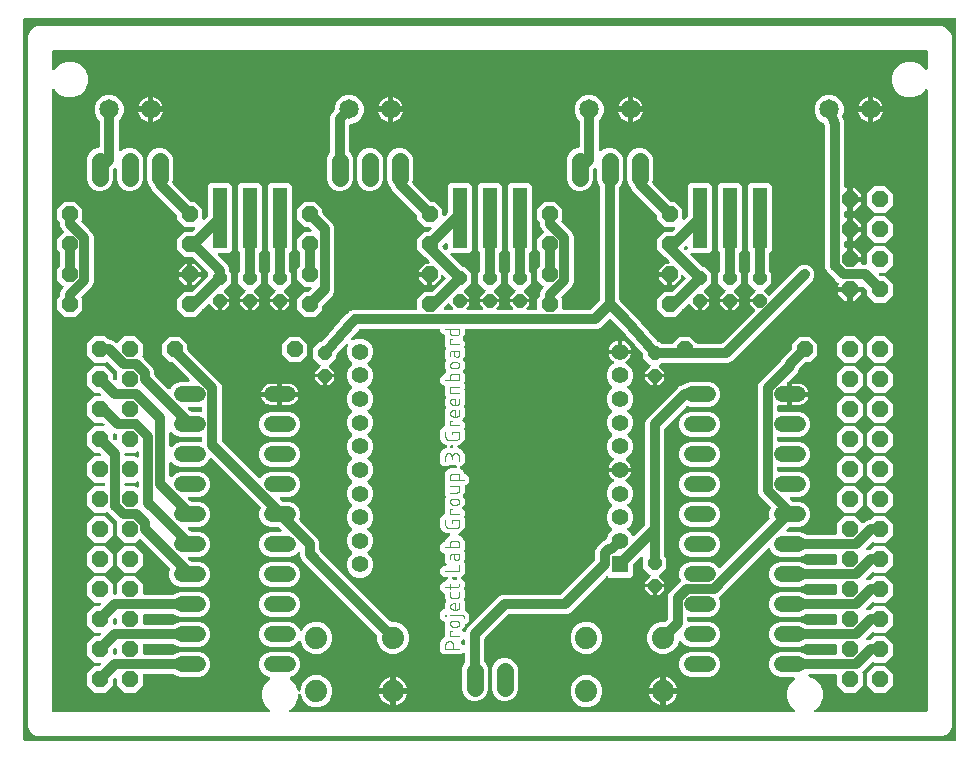
<source format=gbr>
G04 EAGLE Gerber RS-274X export*
G75*
%MOMM*%
%FSLAX34Y34*%
%LPD*%
%INTop Copper*%
%IPPOS*%
%AMOC8*
5,1,8,0,0,1.08239X$1,22.5*%
G01*
%ADD10C,0.101600*%
%ADD11P,1.429621X8X202.500000*%
%ADD12C,1.879600*%
%ADD13C,1.422400*%
%ADD14R,1.422400X1.422400*%
%ADD15C,1.320800*%
%ADD16R,1.270000X5.080000*%
%ADD17P,1.429621X8X22.500000*%
%ADD18P,1.209679X8X112.500000*%
%ADD19P,1.539592X8X292.500000*%
%ADD20P,1.539592X8X112.500000*%
%ADD21C,1.422400*%
%ADD22C,1.650000*%
%ADD23C,0.756400*%
%ADD24C,0.812800*%

G36*
X571618Y176546D02*
X571618Y176546D01*
X571737Y176553D01*
X571775Y176566D01*
X571816Y176571D01*
X571926Y176614D01*
X572039Y176651D01*
X572074Y176673D01*
X572111Y176688D01*
X572207Y176758D01*
X572308Y176821D01*
X572336Y176851D01*
X572369Y176874D01*
X572445Y176966D01*
X572526Y177053D01*
X572546Y177088D01*
X572571Y177119D01*
X572622Y177227D01*
X572680Y177331D01*
X572690Y177371D01*
X572707Y177407D01*
X572729Y177524D01*
X572759Y177639D01*
X572763Y177700D01*
X572767Y177720D01*
X572765Y177740D01*
X572769Y177800D01*
X572769Y787400D01*
X572754Y787518D01*
X572747Y787637D01*
X572734Y787675D01*
X572729Y787716D01*
X572686Y787826D01*
X572649Y787939D01*
X572627Y787974D01*
X572612Y788011D01*
X572543Y788107D01*
X572479Y788208D01*
X572449Y788236D01*
X572426Y788269D01*
X572334Y788345D01*
X572247Y788426D01*
X572212Y788446D01*
X572181Y788471D01*
X572073Y788522D01*
X571969Y788580D01*
X571929Y788590D01*
X571893Y788607D01*
X571776Y788629D01*
X571661Y788659D01*
X571601Y788663D01*
X571581Y788667D01*
X571560Y788665D01*
X571500Y788669D01*
X-215900Y788669D01*
X-216018Y788654D01*
X-216137Y788647D01*
X-216175Y788634D01*
X-216216Y788629D01*
X-216326Y788586D01*
X-216439Y788549D01*
X-216474Y788527D01*
X-216511Y788512D01*
X-216607Y788443D01*
X-216708Y788379D01*
X-216736Y788349D01*
X-216769Y788326D01*
X-216845Y788234D01*
X-216926Y788147D01*
X-216946Y788112D01*
X-216971Y788081D01*
X-217022Y787973D01*
X-217080Y787869D01*
X-217090Y787829D01*
X-217107Y787793D01*
X-217129Y787676D01*
X-217159Y787561D01*
X-217163Y787501D01*
X-217167Y787481D01*
X-217165Y787460D01*
X-217169Y787400D01*
X-217169Y177800D01*
X-217154Y177682D01*
X-217147Y177563D01*
X-217134Y177525D01*
X-217129Y177484D01*
X-217086Y177374D01*
X-217049Y177261D01*
X-217027Y177226D01*
X-217012Y177189D01*
X-216943Y177093D01*
X-216879Y176992D01*
X-216849Y176964D01*
X-216826Y176931D01*
X-216734Y176856D01*
X-216647Y176774D01*
X-216612Y176754D01*
X-216581Y176729D01*
X-216473Y176678D01*
X-216369Y176620D01*
X-216329Y176610D01*
X-216293Y176593D01*
X-216176Y176571D01*
X-216061Y176541D01*
X-216001Y176537D01*
X-215981Y176533D01*
X-215960Y176535D01*
X-215900Y176531D01*
X571500Y176531D01*
X571618Y176546D01*
G37*
%LPC*%
G36*
X-205221Y180339D02*
X-205221Y180339D01*
X-208956Y181886D01*
X-211814Y184744D01*
X-213361Y188479D01*
X-213361Y773421D01*
X-211814Y777156D01*
X-208956Y780014D01*
X-205221Y781561D01*
X560621Y781561D01*
X564356Y780014D01*
X567214Y777156D01*
X568761Y773421D01*
X568761Y188479D01*
X567214Y184744D01*
X564356Y181886D01*
X560621Y180339D01*
X-205221Y180339D01*
G37*
%LPD*%
G36*
X-9137Y200670D02*
X-9137Y200670D01*
X-9068Y200668D01*
X-8980Y200689D01*
X-8891Y200701D01*
X-8826Y200726D01*
X-8758Y200743D01*
X-8679Y200785D01*
X-8596Y200818D01*
X-8539Y200859D01*
X-8477Y200891D01*
X-8411Y200952D01*
X-8338Y201004D01*
X-8294Y201058D01*
X-8242Y201105D01*
X-8193Y201180D01*
X-8136Y201249D01*
X-8106Y201313D01*
X-8067Y201371D01*
X-8038Y201456D01*
X-8000Y201537D01*
X-7987Y201606D01*
X-7964Y201672D01*
X-7957Y201762D01*
X-7940Y201849D01*
X-7945Y201919D01*
X-7939Y201989D01*
X-7954Y202078D01*
X-7960Y202167D01*
X-7982Y202233D01*
X-7994Y202302D01*
X-8030Y202384D01*
X-8058Y202469D01*
X-8095Y202529D01*
X-8124Y202592D01*
X-8180Y202662D01*
X-8228Y202738D01*
X-8279Y202786D01*
X-8323Y202841D01*
X-8394Y202895D01*
X-8460Y202956D01*
X-8521Y202990D01*
X-8558Y203018D01*
X-12853Y207312D01*
X-15161Y212884D01*
X-15161Y218916D01*
X-12853Y224488D01*
X-8608Y228733D01*
X-8577Y228772D01*
X-8541Y228805D01*
X-8480Y228897D01*
X-8413Y228984D01*
X-8393Y229030D01*
X-8366Y229071D01*
X-8330Y229175D01*
X-8287Y229276D01*
X-8279Y229325D01*
X-8263Y229372D01*
X-8254Y229481D01*
X-8237Y229590D01*
X-8241Y229639D01*
X-8237Y229689D01*
X-8256Y229797D01*
X-8267Y229907D01*
X-8283Y229953D01*
X-8292Y230002D01*
X-8337Y230102D01*
X-8374Y230206D01*
X-8402Y230247D01*
X-8422Y230292D01*
X-8491Y230378D01*
X-8553Y230469D01*
X-8590Y230502D01*
X-8621Y230541D01*
X-8709Y230607D01*
X-8791Y230679D01*
X-8835Y230702D01*
X-8875Y230732D01*
X-9020Y230803D01*
X-12647Y232305D01*
X-15649Y235307D01*
X-17273Y239228D01*
X-17273Y243472D01*
X-15649Y247393D01*
X-12647Y250395D01*
X-8726Y252019D01*
X8726Y252019D01*
X12647Y250395D01*
X15649Y247393D01*
X17273Y243472D01*
X17273Y239228D01*
X15649Y235307D01*
X12647Y232305D01*
X9020Y230803D01*
X8977Y230778D01*
X8930Y230761D01*
X8839Y230700D01*
X8743Y230645D01*
X8708Y230611D01*
X8667Y230583D01*
X8594Y230500D01*
X8515Y230424D01*
X8489Y230382D01*
X8456Y230344D01*
X8406Y230246D01*
X8349Y230153D01*
X8334Y230105D01*
X8311Y230061D01*
X8287Y229954D01*
X8255Y229849D01*
X8253Y229799D01*
X8242Y229751D01*
X8245Y229641D01*
X8240Y229531D01*
X8250Y229483D01*
X8251Y229433D01*
X8282Y229327D01*
X8304Y229220D01*
X8326Y229175D01*
X8340Y229127D01*
X8396Y229033D01*
X8444Y228934D01*
X8476Y228896D01*
X8501Y228854D01*
X8608Y228733D01*
X12853Y224488D01*
X15083Y219102D01*
X15118Y219042D01*
X15144Y218977D01*
X15196Y218904D01*
X15241Y218826D01*
X15289Y218776D01*
X15330Y218720D01*
X15400Y218662D01*
X15462Y218598D01*
X15522Y218561D01*
X15575Y218517D01*
X15657Y218478D01*
X15733Y218431D01*
X15800Y218411D01*
X15863Y218381D01*
X15951Y218364D01*
X16037Y218338D01*
X16107Y218335D01*
X16176Y218321D01*
X16265Y218327D01*
X16355Y218323D01*
X16423Y218337D01*
X16493Y218341D01*
X16578Y218369D01*
X16666Y218387D01*
X16729Y218418D01*
X16795Y218439D01*
X16871Y218487D01*
X16952Y218527D01*
X17005Y218572D01*
X17064Y218609D01*
X17126Y218675D01*
X17194Y218733D01*
X17234Y218790D01*
X17282Y218841D01*
X17325Y218920D01*
X17377Y218993D01*
X17402Y219058D01*
X17436Y219119D01*
X17458Y219206D01*
X17490Y219290D01*
X17498Y219360D01*
X17515Y219427D01*
X17525Y219588D01*
X17525Y221372D01*
X19575Y226320D01*
X23362Y230107D01*
X28310Y232157D01*
X33666Y232157D01*
X38614Y230107D01*
X42401Y226320D01*
X44451Y221372D01*
X44451Y216016D01*
X42401Y211068D01*
X38614Y207281D01*
X33666Y205231D01*
X28310Y205231D01*
X23362Y207281D01*
X19575Y211068D01*
X17603Y215829D01*
X17568Y215890D01*
X17542Y215955D01*
X17490Y216028D01*
X17445Y216106D01*
X17397Y216156D01*
X17356Y216212D01*
X17286Y216270D01*
X17224Y216334D01*
X17164Y216370D01*
X17111Y216415D01*
X17029Y216453D01*
X16953Y216500D01*
X16886Y216521D01*
X16823Y216551D01*
X16735Y216567D01*
X16649Y216594D01*
X16579Y216597D01*
X16510Y216610D01*
X16421Y216605D01*
X16331Y216609D01*
X16263Y216595D01*
X16193Y216591D01*
X16108Y216563D01*
X16020Y216545D01*
X15957Y216514D01*
X15891Y216493D01*
X15815Y216445D01*
X15734Y216405D01*
X15681Y216360D01*
X15622Y216322D01*
X15560Y216257D01*
X15492Y216199D01*
X15452Y216142D01*
X15404Y216091D01*
X15361Y216012D01*
X15309Y215939D01*
X15284Y215873D01*
X15250Y215812D01*
X15228Y215725D01*
X15196Y215641D01*
X15188Y215572D01*
X15171Y215504D01*
X15161Y215344D01*
X15161Y212884D01*
X12853Y207312D01*
X8549Y203008D01*
X8523Y202990D01*
X8445Y202945D01*
X8395Y202897D01*
X8338Y202856D01*
X8281Y202786D01*
X8217Y202724D01*
X8180Y202665D01*
X8136Y202611D01*
X8097Y202529D01*
X8050Y202453D01*
X8030Y202386D01*
X8000Y202323D01*
X7983Y202235D01*
X7957Y202149D01*
X7953Y202079D01*
X7940Y202010D01*
X7946Y201921D01*
X7942Y201831D01*
X7956Y201763D01*
X7960Y201693D01*
X7988Y201608D01*
X8006Y201520D01*
X8036Y201457D01*
X8058Y201391D01*
X8106Y201315D01*
X8145Y201234D01*
X8191Y201181D01*
X8228Y201122D01*
X8294Y201060D01*
X8352Y200992D01*
X8409Y200952D01*
X8460Y200904D01*
X8538Y200861D01*
X8612Y200809D01*
X8677Y200784D01*
X8738Y200750D01*
X8825Y200728D01*
X8909Y200696D01*
X8979Y200688D01*
X9046Y200671D01*
X9207Y200661D01*
X435293Y200661D01*
X435363Y200670D01*
X435432Y200668D01*
X435520Y200689D01*
X435609Y200701D01*
X435674Y200726D01*
X435742Y200743D01*
X435821Y200785D01*
X435904Y200818D01*
X435961Y200859D01*
X436023Y200891D01*
X436089Y200952D01*
X436162Y201004D01*
X436206Y201058D01*
X436258Y201105D01*
X436307Y201180D01*
X436364Y201249D01*
X436394Y201313D01*
X436433Y201371D01*
X436462Y201456D01*
X436500Y201537D01*
X436513Y201606D01*
X436536Y201672D01*
X436543Y201762D01*
X436560Y201849D01*
X436555Y201919D01*
X436561Y201989D01*
X436546Y202078D01*
X436540Y202167D01*
X436518Y202233D01*
X436506Y202302D01*
X436470Y202384D01*
X436442Y202469D01*
X436405Y202529D01*
X436376Y202592D01*
X436320Y202662D01*
X436272Y202738D01*
X436221Y202786D01*
X436177Y202841D01*
X436106Y202895D01*
X436040Y202956D01*
X435979Y202990D01*
X435942Y203018D01*
X431647Y207312D01*
X429339Y212884D01*
X429339Y218916D01*
X431647Y224488D01*
X435674Y228515D01*
X435759Y228624D01*
X435848Y228731D01*
X435857Y228750D01*
X435869Y228766D01*
X435924Y228894D01*
X435983Y229019D01*
X435987Y229039D01*
X435995Y229058D01*
X436017Y229196D01*
X436043Y229332D01*
X436042Y229352D01*
X436045Y229372D01*
X436032Y229511D01*
X436023Y229649D01*
X436017Y229668D01*
X436015Y229688D01*
X435968Y229820D01*
X435925Y229951D01*
X435915Y229969D01*
X435908Y229988D01*
X435830Y230103D01*
X435755Y230220D01*
X435740Y230234D01*
X435729Y230251D01*
X435625Y230343D01*
X435524Y230438D01*
X435506Y230448D01*
X435491Y230461D01*
X435367Y230525D01*
X435245Y230592D01*
X435226Y230597D01*
X435207Y230606D01*
X435072Y230636D01*
X434937Y230671D01*
X434909Y230673D01*
X434897Y230676D01*
X434877Y230675D01*
X434777Y230681D01*
X423074Y230681D01*
X419153Y232305D01*
X416151Y235307D01*
X414527Y239228D01*
X414527Y243472D01*
X416151Y247393D01*
X419153Y250395D01*
X423074Y252019D01*
X440526Y252019D01*
X444447Y250395D01*
X444991Y249850D01*
X445070Y249790D01*
X445142Y249722D01*
X445195Y249693D01*
X445243Y249656D01*
X445334Y249616D01*
X445420Y249568D01*
X445479Y249553D01*
X445535Y249529D01*
X445632Y249514D01*
X445728Y249489D01*
X445828Y249483D01*
X445849Y249479D01*
X445861Y249481D01*
X445889Y249479D01*
X470154Y249479D01*
X470272Y249494D01*
X470391Y249501D01*
X470429Y249514D01*
X470470Y249519D01*
X470580Y249562D01*
X470693Y249599D01*
X470728Y249621D01*
X470765Y249636D01*
X470861Y249705D01*
X470962Y249769D01*
X470990Y249799D01*
X471023Y249822D01*
X471099Y249914D01*
X471180Y250001D01*
X471200Y250036D01*
X471225Y250067D01*
X471276Y250175D01*
X471334Y250279D01*
X471344Y250319D01*
X471361Y250355D01*
X471383Y250472D01*
X471413Y250587D01*
X471417Y250647D01*
X471421Y250667D01*
X471419Y250688D01*
X471423Y250748D01*
X471423Y257352D01*
X471408Y257470D01*
X471401Y257589D01*
X471388Y257627D01*
X471383Y257668D01*
X471340Y257778D01*
X471303Y257891D01*
X471281Y257926D01*
X471266Y257963D01*
X471197Y258059D01*
X471133Y258160D01*
X471103Y258188D01*
X471080Y258221D01*
X470988Y258297D01*
X470901Y258378D01*
X470866Y258398D01*
X470835Y258423D01*
X470727Y258474D01*
X470623Y258532D01*
X470583Y258542D01*
X470547Y258559D01*
X470430Y258581D01*
X470315Y258611D01*
X470255Y258615D01*
X470235Y258619D01*
X470214Y258617D01*
X470154Y258621D01*
X445889Y258621D01*
X445791Y258609D01*
X445692Y258606D01*
X445633Y258589D01*
X445573Y258581D01*
X445481Y258545D01*
X445386Y258517D01*
X445334Y258487D01*
X445278Y258464D01*
X445198Y258406D01*
X445112Y258356D01*
X445037Y258290D01*
X445020Y258278D01*
X445013Y258268D01*
X444991Y258250D01*
X444447Y257705D01*
X440526Y256081D01*
X423074Y256081D01*
X419153Y257705D01*
X416151Y260707D01*
X414527Y264628D01*
X414527Y268872D01*
X416151Y272793D01*
X419153Y275795D01*
X423074Y277419D01*
X440526Y277419D01*
X444447Y275795D01*
X444991Y275250D01*
X445070Y275190D01*
X445142Y275122D01*
X445195Y275093D01*
X445243Y275056D01*
X445334Y275016D01*
X445420Y274968D01*
X445479Y274953D01*
X445535Y274929D01*
X445632Y274914D01*
X445728Y274889D01*
X445828Y274883D01*
X445849Y274879D01*
X445861Y274881D01*
X445889Y274879D01*
X470154Y274879D01*
X470272Y274894D01*
X470391Y274901D01*
X470429Y274914D01*
X470470Y274919D01*
X470580Y274962D01*
X470693Y274999D01*
X470728Y275021D01*
X470765Y275036D01*
X470861Y275105D01*
X470962Y275169D01*
X470990Y275199D01*
X471023Y275222D01*
X471099Y275314D01*
X471180Y275401D01*
X471200Y275436D01*
X471225Y275467D01*
X471276Y275575D01*
X471334Y275679D01*
X471344Y275719D01*
X471361Y275755D01*
X471383Y275872D01*
X471413Y275987D01*
X471417Y276047D01*
X471421Y276067D01*
X471419Y276088D01*
X471423Y276148D01*
X471423Y282752D01*
X471408Y282870D01*
X471401Y282989D01*
X471388Y283027D01*
X471383Y283068D01*
X471340Y283178D01*
X471303Y283291D01*
X471281Y283326D01*
X471266Y283363D01*
X471197Y283459D01*
X471133Y283560D01*
X471103Y283588D01*
X471080Y283621D01*
X470988Y283697D01*
X470901Y283778D01*
X470866Y283798D01*
X470835Y283823D01*
X470727Y283874D01*
X470623Y283932D01*
X470583Y283942D01*
X470547Y283959D01*
X470430Y283981D01*
X470315Y284011D01*
X470255Y284015D01*
X470235Y284019D01*
X470214Y284017D01*
X470154Y284021D01*
X445889Y284021D01*
X445791Y284009D01*
X445692Y284006D01*
X445633Y283989D01*
X445573Y283981D01*
X445481Y283945D01*
X445386Y283917D01*
X445334Y283887D01*
X445278Y283864D01*
X445198Y283806D01*
X445112Y283756D01*
X445037Y283690D01*
X445020Y283678D01*
X445013Y283668D01*
X444991Y283650D01*
X444447Y283105D01*
X440526Y281481D01*
X423074Y281481D01*
X419153Y283105D01*
X416151Y286107D01*
X414527Y290028D01*
X414527Y294272D01*
X416151Y298193D01*
X419153Y301195D01*
X423074Y302819D01*
X440526Y302819D01*
X444447Y301195D01*
X444991Y300650D01*
X445070Y300590D01*
X445142Y300522D01*
X445195Y300493D01*
X445243Y300456D01*
X445334Y300416D01*
X445420Y300368D01*
X445479Y300353D01*
X445535Y300329D01*
X445632Y300314D01*
X445728Y300289D01*
X445828Y300283D01*
X445849Y300279D01*
X445861Y300281D01*
X445889Y300279D01*
X470154Y300279D01*
X470272Y300294D01*
X470391Y300301D01*
X470429Y300314D01*
X470470Y300319D01*
X470580Y300362D01*
X470693Y300399D01*
X470728Y300421D01*
X470765Y300436D01*
X470861Y300505D01*
X470962Y300569D01*
X470990Y300599D01*
X471023Y300622D01*
X471099Y300714D01*
X471180Y300801D01*
X471200Y300836D01*
X471225Y300867D01*
X471276Y300975D01*
X471334Y301079D01*
X471344Y301119D01*
X471361Y301155D01*
X471383Y301272D01*
X471413Y301387D01*
X471417Y301447D01*
X471421Y301467D01*
X471419Y301488D01*
X471423Y301548D01*
X471423Y308152D01*
X471408Y308270D01*
X471401Y308389D01*
X471388Y308427D01*
X471383Y308468D01*
X471340Y308578D01*
X471303Y308691D01*
X471281Y308726D01*
X471266Y308763D01*
X471197Y308859D01*
X471133Y308960D01*
X471103Y308988D01*
X471080Y309021D01*
X470988Y309097D01*
X470901Y309178D01*
X470866Y309198D01*
X470835Y309223D01*
X470727Y309274D01*
X470623Y309332D01*
X470583Y309342D01*
X470547Y309359D01*
X470430Y309381D01*
X470315Y309411D01*
X470255Y309415D01*
X470235Y309419D01*
X470214Y309417D01*
X470154Y309421D01*
X445889Y309421D01*
X445791Y309409D01*
X445692Y309406D01*
X445633Y309389D01*
X445573Y309381D01*
X445481Y309345D01*
X445386Y309317D01*
X445334Y309287D01*
X445278Y309264D01*
X445198Y309206D01*
X445112Y309156D01*
X445037Y309090D01*
X445020Y309078D01*
X445013Y309068D01*
X444991Y309050D01*
X444447Y308505D01*
X440526Y306881D01*
X423074Y306881D01*
X419153Y308505D01*
X416151Y311507D01*
X414527Y315428D01*
X414527Y319672D01*
X416151Y323593D01*
X419153Y326595D01*
X423074Y328219D01*
X440526Y328219D01*
X444447Y326595D01*
X444991Y326050D01*
X445070Y325990D01*
X445142Y325922D01*
X445195Y325893D01*
X445243Y325856D01*
X445334Y325816D01*
X445420Y325768D01*
X445479Y325753D01*
X445535Y325729D01*
X445632Y325714D01*
X445728Y325689D01*
X445828Y325683D01*
X445849Y325679D01*
X445861Y325681D01*
X445889Y325679D01*
X470154Y325679D01*
X470272Y325694D01*
X470391Y325701D01*
X470429Y325714D01*
X470470Y325719D01*
X470580Y325762D01*
X470693Y325799D01*
X470728Y325821D01*
X470765Y325836D01*
X470861Y325905D01*
X470962Y325969D01*
X470990Y325999D01*
X471023Y326022D01*
X471099Y326114D01*
X471180Y326201D01*
X471200Y326236D01*
X471225Y326267D01*
X471276Y326375D01*
X471334Y326479D01*
X471344Y326519D01*
X471361Y326555D01*
X471383Y326672D01*
X471413Y326787D01*
X471417Y326847D01*
X471421Y326867D01*
X471419Y326888D01*
X471423Y326948D01*
X471423Y333552D01*
X471408Y333670D01*
X471401Y333789D01*
X471388Y333827D01*
X471383Y333868D01*
X471340Y333978D01*
X471303Y334091D01*
X471281Y334126D01*
X471266Y334163D01*
X471197Y334259D01*
X471133Y334360D01*
X471103Y334388D01*
X471080Y334421D01*
X470988Y334497D01*
X470901Y334578D01*
X470866Y334598D01*
X470835Y334623D01*
X470727Y334674D01*
X470623Y334732D01*
X470583Y334742D01*
X470547Y334759D01*
X470430Y334781D01*
X470315Y334811D01*
X470255Y334815D01*
X470235Y334819D01*
X470214Y334817D01*
X470154Y334821D01*
X445889Y334821D01*
X445791Y334809D01*
X445692Y334806D01*
X445633Y334789D01*
X445573Y334781D01*
X445481Y334745D01*
X445386Y334717D01*
X445334Y334687D01*
X445278Y334664D01*
X445198Y334606D01*
X445112Y334556D01*
X445037Y334490D01*
X445020Y334478D01*
X445013Y334468D01*
X444991Y334450D01*
X444447Y333905D01*
X440526Y332281D01*
X423074Y332281D01*
X419153Y333905D01*
X416151Y336907D01*
X415164Y339290D01*
X415140Y339333D01*
X415123Y339380D01*
X415061Y339471D01*
X415007Y339567D01*
X414972Y339602D01*
X414944Y339643D01*
X414862Y339716D01*
X414785Y339795D01*
X414743Y339821D01*
X414706Y339854D01*
X414608Y339904D01*
X414514Y339961D01*
X414467Y339976D01*
X414422Y339998D01*
X414315Y340023D01*
X414210Y340055D01*
X414161Y340057D01*
X414112Y340068D01*
X414002Y340065D01*
X413893Y340070D01*
X413844Y340060D01*
X413794Y340058D01*
X413689Y340028D01*
X413581Y340006D01*
X413536Y339984D01*
X413489Y339970D01*
X413394Y339914D01*
X413295Y339866D01*
X413258Y339834D01*
X413215Y339809D01*
X413094Y339702D01*
X374324Y300932D01*
X371947Y298555D01*
X371929Y298532D01*
X371906Y298512D01*
X371832Y298406D01*
X371752Y298304D01*
X371740Y298276D01*
X371723Y298252D01*
X371677Y298131D01*
X371626Y298012D01*
X371621Y297983D01*
X371610Y297955D01*
X371596Y297826D01*
X371576Y297698D01*
X371578Y297668D01*
X371575Y297639D01*
X371593Y297510D01*
X371606Y297381D01*
X371616Y297353D01*
X371620Y297324D01*
X371672Y297172D01*
X372873Y294272D01*
X372873Y290028D01*
X371249Y286107D01*
X368247Y283105D01*
X364326Y281481D01*
X346874Y281481D01*
X346688Y281558D01*
X346640Y281572D01*
X346595Y281593D01*
X346487Y281613D01*
X346381Y281642D01*
X346331Y281643D01*
X346282Y281652D01*
X346173Y281646D01*
X346063Y281647D01*
X346015Y281636D01*
X345965Y281633D01*
X345861Y281599D01*
X345754Y281573D01*
X345710Y281550D01*
X345663Y281535D01*
X345570Y281476D01*
X345473Y281424D01*
X345436Y281391D01*
X345394Y281364D01*
X345319Y281284D01*
X345237Y281211D01*
X345210Y281169D01*
X345176Y281133D01*
X345123Y281037D01*
X345063Y280945D01*
X345046Y280898D01*
X345022Y280854D01*
X344995Y280748D01*
X344959Y280644D01*
X344955Y280594D01*
X344943Y280546D01*
X344933Y280386D01*
X344933Y278514D01*
X344939Y278465D01*
X344937Y278415D01*
X344959Y278308D01*
X344973Y278199D01*
X344991Y278152D01*
X345001Y278104D01*
X345049Y278005D01*
X345090Y277903D01*
X345119Y277863D01*
X345141Y277818D01*
X345212Y277735D01*
X345276Y277646D01*
X345315Y277614D01*
X345347Y277576D01*
X345437Y277513D01*
X345521Y277443D01*
X345566Y277422D01*
X345607Y277393D01*
X345710Y277354D01*
X345809Y277307D01*
X345858Y277298D01*
X345904Y277280D01*
X346014Y277268D01*
X346121Y277248D01*
X346171Y277251D01*
X346220Y277245D01*
X346329Y277261D01*
X346439Y277267D01*
X346486Y277283D01*
X346535Y277290D01*
X346688Y277342D01*
X346874Y277419D01*
X364326Y277419D01*
X368247Y275795D01*
X371249Y272793D01*
X372873Y268872D01*
X372873Y264628D01*
X371249Y260707D01*
X368247Y257705D01*
X364326Y256081D01*
X346874Y256081D01*
X342953Y257705D01*
X339815Y260843D01*
X339776Y260874D01*
X339742Y260910D01*
X339650Y260971D01*
X339564Y261038D01*
X339518Y261058D01*
X339477Y261085D01*
X339373Y261121D01*
X339272Y261165D01*
X339223Y261172D01*
X339176Y261188D01*
X339066Y261197D01*
X338958Y261214D01*
X338908Y261210D01*
X338859Y261214D01*
X338750Y261195D01*
X338641Y261185D01*
X338594Y261168D01*
X338545Y261159D01*
X338445Y261114D01*
X338342Y261077D01*
X338301Y261049D01*
X338255Y261029D01*
X338170Y260960D01*
X338079Y260898D01*
X338046Y260861D01*
X338007Y260830D01*
X337941Y260742D01*
X337868Y260660D01*
X337846Y260616D01*
X337816Y260576D01*
X337745Y260431D01*
X336025Y256280D01*
X332238Y252493D01*
X327290Y250443D01*
X321934Y250443D01*
X316986Y252493D01*
X313199Y256280D01*
X311149Y261228D01*
X311149Y266584D01*
X313199Y271532D01*
X316986Y275319D01*
X321934Y277369D01*
X326053Y277369D01*
X326151Y277381D01*
X326250Y277384D01*
X326309Y277401D01*
X326369Y277409D01*
X326461Y277445D01*
X326556Y277473D01*
X326608Y277503D01*
X326664Y277526D01*
X326744Y277584D01*
X326830Y277634D01*
X326905Y277700D01*
X326922Y277712D01*
X326930Y277722D01*
X326951Y277740D01*
X328304Y279093D01*
X328364Y279172D01*
X328432Y279244D01*
X328461Y279297D01*
X328498Y279345D01*
X328538Y279436D01*
X328586Y279522D01*
X328601Y279581D01*
X328625Y279636D01*
X328640Y279734D01*
X328665Y279830D01*
X328671Y279930D01*
X328675Y279951D01*
X328673Y279963D01*
X328675Y279991D01*
X328675Y298817D01*
X329913Y301805D01*
X339253Y311145D01*
X339271Y311168D01*
X339294Y311188D01*
X339368Y311294D01*
X339448Y311396D01*
X339460Y311424D01*
X339477Y311448D01*
X339523Y311569D01*
X339574Y311688D01*
X339579Y311717D01*
X339590Y311745D01*
X339604Y311874D01*
X339624Y312002D01*
X339622Y312032D01*
X339625Y312061D01*
X339607Y312190D01*
X339594Y312319D01*
X339584Y312347D01*
X339580Y312376D01*
X339528Y312528D01*
X338327Y315428D01*
X338327Y319672D01*
X339951Y323593D01*
X342953Y326595D01*
X346874Y328219D01*
X364326Y328219D01*
X368247Y326595D01*
X371249Y323593D01*
X371326Y323407D01*
X371350Y323364D01*
X371367Y323317D01*
X371429Y323226D01*
X371483Y323131D01*
X371518Y323095D01*
X371546Y323054D01*
X371628Y322981D01*
X371704Y322903D01*
X371747Y322876D01*
X371784Y322844D01*
X371882Y322794D01*
X371976Y322736D01*
X372023Y322722D01*
X372067Y322699D01*
X372174Y322675D01*
X372279Y322643D01*
X372329Y322640D01*
X372378Y322629D01*
X372487Y322633D01*
X372597Y322627D01*
X372646Y322638D01*
X372695Y322639D01*
X372801Y322670D01*
X372909Y322692D01*
X372953Y322714D01*
X373001Y322727D01*
X373096Y322783D01*
X373194Y322832D01*
X373232Y322864D01*
X373275Y322889D01*
X373396Y322995D01*
X414543Y364143D01*
X414561Y364166D01*
X414584Y364185D01*
X414658Y364291D01*
X414738Y364394D01*
X414750Y364421D01*
X414767Y364445D01*
X414813Y364566D01*
X414864Y364686D01*
X414869Y364715D01*
X414879Y364743D01*
X414894Y364871D01*
X414914Y365000D01*
X414911Y365029D01*
X414915Y365059D01*
X414896Y365187D01*
X414884Y365316D01*
X414874Y365344D01*
X414870Y365373D01*
X414818Y365526D01*
X414527Y366228D01*
X414527Y370472D01*
X415728Y373372D01*
X415736Y373400D01*
X415750Y373426D01*
X415778Y373553D01*
X415812Y373678D01*
X415813Y373708D01*
X415819Y373737D01*
X415815Y373867D01*
X415817Y373996D01*
X415810Y374025D01*
X415810Y374055D01*
X415773Y374179D01*
X415743Y374306D01*
X415729Y374332D01*
X415721Y374360D01*
X415655Y374472D01*
X415594Y374587D01*
X415575Y374609D01*
X415560Y374634D01*
X415453Y374755D01*
X406113Y384095D01*
X404875Y387083D01*
X404875Y476617D01*
X406113Y479605D01*
X408578Y482070D01*
X423667Y497159D01*
X423673Y497166D01*
X423680Y497172D01*
X423770Y497291D01*
X423862Y497410D01*
X423866Y497419D01*
X423871Y497426D01*
X423942Y497571D01*
X424909Y499905D01*
X433460Y508455D01*
X433520Y508534D01*
X433588Y508606D01*
X433617Y508659D01*
X433654Y508707D01*
X433694Y508798D01*
X433742Y508884D01*
X433757Y508943D01*
X433781Y508998D01*
X433796Y509096D01*
X433821Y509192D01*
X433827Y509292D01*
X433831Y509313D01*
X433829Y509325D01*
X433831Y509353D01*
X433831Y512419D01*
X440081Y518669D01*
X448919Y518669D01*
X455169Y512419D01*
X455169Y503581D01*
X448919Y497331D01*
X445853Y497331D01*
X445755Y497319D01*
X445656Y497316D01*
X445597Y497299D01*
X445537Y497291D01*
X445445Y497255D01*
X445350Y497227D01*
X445298Y497197D01*
X445242Y497174D01*
X445162Y497116D01*
X445076Y497066D01*
X445001Y497000D01*
X444984Y496988D01*
X444976Y496978D01*
X444955Y496960D01*
X439933Y491937D01*
X439927Y491930D01*
X439920Y491924D01*
X439830Y491805D01*
X439738Y491686D01*
X439734Y491678D01*
X439729Y491670D01*
X439658Y491526D01*
X438691Y489192D01*
X430140Y480641D01*
X430080Y480563D01*
X430012Y480490D01*
X429983Y480437D01*
X429946Y480390D01*
X429906Y480299D01*
X429858Y480212D01*
X429843Y480153D01*
X429819Y480098D01*
X429804Y480000D01*
X429779Y479904D01*
X429773Y479804D01*
X429769Y479784D01*
X429770Y479771D01*
X429769Y479743D01*
X429769Y470712D01*
X429784Y470594D01*
X429791Y470475D01*
X429803Y470437D01*
X429809Y470397D01*
X429852Y470286D01*
X429889Y470173D01*
X429911Y470139D01*
X429926Y470101D01*
X429995Y470005D01*
X430028Y469953D01*
X430012Y469935D01*
X429992Y469900D01*
X429967Y469868D01*
X429916Y469761D01*
X429858Y469656D01*
X429848Y469617D01*
X429831Y469581D01*
X429809Y469464D01*
X429779Y469348D01*
X429775Y469288D01*
X429771Y469268D01*
X429773Y469248D01*
X429769Y469188D01*
X429769Y460805D01*
X424476Y460805D01*
X423055Y461030D01*
X422794Y461115D01*
X422629Y461147D01*
X422482Y461175D01*
X422314Y461164D01*
X422165Y461155D01*
X422000Y461101D01*
X421863Y461057D01*
X421862Y461057D01*
X421736Y460977D01*
X421594Y460887D01*
X421594Y460886D01*
X421593Y460886D01*
X421484Y460769D01*
X421376Y460655D01*
X421291Y460501D01*
X421222Y460377D01*
X421222Y460376D01*
X421171Y460177D01*
X421143Y460069D01*
X421143Y460068D01*
X421143Y460067D01*
X421133Y459908D01*
X421133Y456314D01*
X421139Y456265D01*
X421137Y456215D01*
X421159Y456108D01*
X421173Y455999D01*
X421191Y455952D01*
X421201Y455904D01*
X421249Y455805D01*
X421290Y455703D01*
X421319Y455663D01*
X421341Y455618D01*
X421412Y455535D01*
X421476Y455446D01*
X421515Y455414D01*
X421547Y455376D01*
X421637Y455313D01*
X421721Y455243D01*
X421766Y455222D01*
X421807Y455193D01*
X421910Y455154D01*
X422009Y455107D01*
X422058Y455098D01*
X422104Y455080D01*
X422214Y455068D01*
X422321Y455048D01*
X422371Y455051D01*
X422420Y455045D01*
X422529Y455061D01*
X422639Y455067D01*
X422686Y455083D01*
X422735Y455090D01*
X422888Y455142D01*
X423074Y455219D01*
X440526Y455219D01*
X444447Y453595D01*
X447449Y450593D01*
X449073Y446672D01*
X449073Y442428D01*
X447449Y438507D01*
X444447Y435505D01*
X440526Y433881D01*
X423074Y433881D01*
X422888Y433958D01*
X422840Y433972D01*
X422795Y433993D01*
X422687Y434013D01*
X422581Y434042D01*
X422531Y434043D01*
X422482Y434052D01*
X422373Y434046D01*
X422263Y434047D01*
X422215Y434036D01*
X422165Y434033D01*
X422061Y433999D01*
X421954Y433973D01*
X421910Y433950D01*
X421863Y433935D01*
X421770Y433876D01*
X421673Y433824D01*
X421636Y433791D01*
X421594Y433764D01*
X421519Y433684D01*
X421437Y433611D01*
X421410Y433569D01*
X421376Y433533D01*
X421323Y433437D01*
X421263Y433345D01*
X421246Y433298D01*
X421222Y433254D01*
X421195Y433148D01*
X421159Y433044D01*
X421155Y432994D01*
X421143Y432946D01*
X421133Y432786D01*
X421133Y430914D01*
X421139Y430865D01*
X421137Y430815D01*
X421159Y430708D01*
X421173Y430599D01*
X421191Y430552D01*
X421201Y430504D01*
X421249Y430405D01*
X421290Y430303D01*
X421319Y430263D01*
X421341Y430218D01*
X421412Y430135D01*
X421476Y430046D01*
X421515Y430014D01*
X421547Y429976D01*
X421637Y429913D01*
X421721Y429843D01*
X421766Y429822D01*
X421807Y429793D01*
X421910Y429754D01*
X422009Y429707D01*
X422058Y429698D01*
X422104Y429680D01*
X422214Y429668D01*
X422321Y429648D01*
X422371Y429651D01*
X422420Y429645D01*
X422529Y429661D01*
X422639Y429667D01*
X422686Y429683D01*
X422735Y429690D01*
X422888Y429742D01*
X423074Y429819D01*
X440526Y429819D01*
X444447Y428195D01*
X447449Y425193D01*
X449073Y421272D01*
X449073Y417028D01*
X447449Y413107D01*
X444447Y410105D01*
X440526Y408481D01*
X423074Y408481D01*
X422888Y408558D01*
X422840Y408572D01*
X422795Y408593D01*
X422687Y408613D01*
X422581Y408642D01*
X422531Y408643D01*
X422482Y408652D01*
X422373Y408646D01*
X422263Y408647D01*
X422215Y408636D01*
X422165Y408633D01*
X422061Y408599D01*
X421954Y408573D01*
X421910Y408550D01*
X421863Y408535D01*
X421770Y408476D01*
X421673Y408424D01*
X421636Y408391D01*
X421594Y408364D01*
X421519Y408284D01*
X421437Y408211D01*
X421410Y408169D01*
X421376Y408133D01*
X421323Y408037D01*
X421263Y407945D01*
X421246Y407898D01*
X421222Y407854D01*
X421195Y407748D01*
X421159Y407644D01*
X421155Y407594D01*
X421143Y407546D01*
X421133Y407386D01*
X421133Y405514D01*
X421139Y405465D01*
X421137Y405415D01*
X421159Y405308D01*
X421173Y405199D01*
X421191Y405152D01*
X421201Y405104D01*
X421249Y405005D01*
X421290Y404903D01*
X421319Y404863D01*
X421341Y404818D01*
X421412Y404735D01*
X421476Y404646D01*
X421515Y404614D01*
X421547Y404576D01*
X421637Y404513D01*
X421721Y404443D01*
X421766Y404422D01*
X421807Y404393D01*
X421910Y404354D01*
X422009Y404307D01*
X422058Y404298D01*
X422104Y404280D01*
X422214Y404268D01*
X422321Y404248D01*
X422371Y404251D01*
X422420Y404245D01*
X422529Y404261D01*
X422639Y404267D01*
X422686Y404283D01*
X422735Y404290D01*
X422888Y404342D01*
X423074Y404419D01*
X440526Y404419D01*
X444447Y402795D01*
X447449Y399793D01*
X449073Y395872D01*
X449073Y391628D01*
X447449Y387707D01*
X444447Y384705D01*
X440526Y383081D01*
X433183Y383081D01*
X433045Y383064D01*
X432906Y383051D01*
X432887Y383044D01*
X432867Y383041D01*
X432738Y382990D01*
X432607Y382943D01*
X432590Y382932D01*
X432571Y382924D01*
X432459Y382843D01*
X432344Y382765D01*
X432330Y382749D01*
X432314Y382738D01*
X432225Y382630D01*
X432133Y382526D01*
X432124Y382508D01*
X432111Y382493D01*
X432052Y382367D01*
X431989Y382243D01*
X431984Y382223D01*
X431976Y382205D01*
X431950Y382068D01*
X431919Y381933D01*
X431920Y381912D01*
X431916Y381893D01*
X431925Y381754D01*
X431929Y381615D01*
X431934Y381595D01*
X431936Y381575D01*
X431978Y381443D01*
X432017Y381309D01*
X432027Y381292D01*
X432034Y381273D01*
X432108Y381155D01*
X432179Y381035D01*
X432197Y381014D01*
X432204Y381004D01*
X432219Y380990D01*
X432285Y380915D01*
X433809Y379390D01*
X433887Y379330D01*
X433960Y379262D01*
X434013Y379233D01*
X434060Y379196D01*
X434151Y379156D01*
X434238Y379108D01*
X434297Y379093D01*
X434352Y379069D01*
X434450Y379054D01*
X434546Y379029D01*
X434646Y379023D01*
X434666Y379019D01*
X434679Y379021D01*
X434707Y379019D01*
X440526Y379019D01*
X444447Y377395D01*
X447449Y374393D01*
X449073Y370472D01*
X449073Y366228D01*
X447449Y362307D01*
X444447Y359305D01*
X440526Y357681D01*
X431599Y357681D01*
X431501Y357669D01*
X431402Y357666D01*
X431343Y357649D01*
X431283Y357641D01*
X431191Y357605D01*
X431096Y357577D01*
X431044Y357547D01*
X430988Y357524D01*
X430908Y357466D01*
X430822Y357416D01*
X430747Y357350D01*
X430730Y357338D01*
X430723Y357328D01*
X430701Y357310D01*
X429177Y355785D01*
X429092Y355676D01*
X429003Y355569D01*
X428995Y355550D01*
X428982Y355534D01*
X428927Y355407D01*
X428868Y355281D01*
X428864Y355261D01*
X428856Y355242D01*
X428834Y355104D01*
X428808Y354968D01*
X428809Y354948D01*
X428806Y354928D01*
X428819Y354789D01*
X428828Y354651D01*
X428834Y354632D01*
X428836Y354612D01*
X428883Y354480D01*
X428926Y354349D01*
X428937Y354331D01*
X428944Y354312D01*
X429022Y354197D01*
X429096Y354080D01*
X429111Y354066D01*
X429122Y354049D01*
X429227Y353957D01*
X429328Y353862D01*
X429345Y353852D01*
X429361Y353839D01*
X429485Y353775D01*
X429606Y353708D01*
X429626Y353703D01*
X429644Y353694D01*
X429780Y353664D01*
X429914Y353629D01*
X429942Y353627D01*
X429954Y353624D01*
X429975Y353625D01*
X430075Y353619D01*
X440526Y353619D01*
X444447Y351995D01*
X444991Y351450D01*
X445070Y351390D01*
X445142Y351322D01*
X445195Y351293D01*
X445243Y351256D01*
X445334Y351216D01*
X445420Y351168D01*
X445479Y351153D01*
X445535Y351129D01*
X445632Y351114D01*
X445728Y351089D01*
X445828Y351083D01*
X445849Y351079D01*
X445861Y351081D01*
X445889Y351079D01*
X470154Y351079D01*
X470272Y351094D01*
X470391Y351101D01*
X470429Y351114D01*
X470470Y351119D01*
X470580Y351162D01*
X470693Y351199D01*
X470728Y351221D01*
X470765Y351236D01*
X470861Y351305D01*
X470962Y351369D01*
X470990Y351399D01*
X471023Y351422D01*
X471099Y351514D01*
X471180Y351601D01*
X471200Y351636D01*
X471225Y351667D01*
X471276Y351775D01*
X471334Y351879D01*
X471344Y351919D01*
X471361Y351955D01*
X471383Y352072D01*
X471413Y352187D01*
X471417Y352247D01*
X471421Y352267D01*
X471419Y352288D01*
X471423Y352348D01*
X471423Y360230D01*
X477970Y366777D01*
X487230Y366777D01*
X492838Y361168D01*
X492932Y361095D01*
X493021Y361016D01*
X493057Y360998D01*
X493089Y360973D01*
X493199Y360926D01*
X493305Y360872D01*
X493344Y360863D01*
X493381Y360847D01*
X493499Y360828D01*
X493615Y360802D01*
X493655Y360803D01*
X493695Y360797D01*
X493814Y360808D01*
X493933Y360812D01*
X493972Y360823D01*
X494012Y360827D01*
X494124Y360867D01*
X494238Y360900D01*
X494273Y360921D01*
X494311Y360935D01*
X494410Y361001D01*
X494512Y361062D01*
X494557Y361102D01*
X494574Y361113D01*
X494588Y361128D01*
X494633Y361168D01*
X495956Y362491D01*
X498944Y363729D01*
X499797Y363729D01*
X499895Y363741D01*
X499994Y363744D01*
X500052Y363761D01*
X500112Y363769D01*
X500204Y363805D01*
X500299Y363833D01*
X500352Y363863D01*
X500408Y363886D01*
X500488Y363944D01*
X500573Y363994D01*
X500649Y364060D01*
X500665Y364072D01*
X500673Y364082D01*
X500694Y364100D01*
X503370Y366777D01*
X512630Y366777D01*
X519177Y360230D01*
X519177Y350970D01*
X512630Y344423D01*
X503370Y344423D01*
X503023Y344771D01*
X502928Y344844D01*
X502839Y344923D01*
X502803Y344941D01*
X502771Y344966D01*
X502662Y345013D01*
X502556Y345068D01*
X502517Y345076D01*
X502479Y345092D01*
X502362Y345111D01*
X502246Y345137D01*
X502205Y345136D01*
X502165Y345142D01*
X502047Y345131D01*
X501928Y345128D01*
X501889Y345116D01*
X501849Y345113D01*
X501736Y345072D01*
X501622Y345039D01*
X501588Y345019D01*
X501549Y345005D01*
X501451Y344938D01*
X501348Y344878D01*
X501303Y344838D01*
X501286Y344826D01*
X501273Y344811D01*
X501228Y344771D01*
X496356Y339900D01*
X496314Y339845D01*
X496264Y339796D01*
X496217Y339720D01*
X496162Y339649D01*
X496134Y339585D01*
X496097Y339525D01*
X496071Y339440D01*
X496035Y339357D01*
X496024Y339288D01*
X496004Y339221D01*
X495999Y339132D01*
X495985Y339043D01*
X495992Y338973D01*
X495989Y338904D01*
X496007Y338816D01*
X496015Y338726D01*
X496039Y338660D01*
X496053Y338592D01*
X496092Y338512D01*
X496123Y338427D01*
X496162Y338369D01*
X496193Y338307D01*
X496251Y338238D01*
X496301Y338164D01*
X496354Y338118D01*
X496399Y338065D01*
X496472Y338013D01*
X496540Y337953D01*
X496602Y337922D01*
X496659Y337882D01*
X496743Y337850D01*
X496823Y337809D01*
X496891Y337794D01*
X496956Y337769D01*
X497046Y337759D01*
X497133Y337739D01*
X497203Y337741D01*
X497272Y337734D01*
X497361Y337746D01*
X497451Y337749D01*
X497518Y337768D01*
X497587Y337778D01*
X497740Y337830D01*
X498944Y338329D01*
X499797Y338329D01*
X499895Y338341D01*
X499994Y338344D01*
X500052Y338361D01*
X500112Y338369D01*
X500204Y338405D01*
X500299Y338433D01*
X500352Y338463D01*
X500408Y338486D01*
X500488Y338544D01*
X500573Y338594D01*
X500649Y338660D01*
X500665Y338672D01*
X500673Y338682D01*
X500694Y338700D01*
X503370Y341377D01*
X512630Y341377D01*
X519177Y334830D01*
X519177Y325570D01*
X512630Y319023D01*
X503370Y319023D01*
X503023Y319371D01*
X502928Y319444D01*
X502839Y319523D01*
X502803Y319541D01*
X502771Y319566D01*
X502662Y319613D01*
X502556Y319668D01*
X502517Y319676D01*
X502479Y319692D01*
X502362Y319711D01*
X502246Y319737D01*
X502205Y319736D01*
X502165Y319742D01*
X502047Y319731D01*
X501928Y319728D01*
X501889Y319716D01*
X501849Y319713D01*
X501736Y319672D01*
X501622Y319639D01*
X501588Y319619D01*
X501549Y319605D01*
X501451Y319538D01*
X501348Y319478D01*
X501303Y319438D01*
X501286Y319426D01*
X501273Y319411D01*
X501228Y319371D01*
X496356Y314500D01*
X496314Y314445D01*
X496264Y314396D01*
X496224Y314331D01*
X496190Y314290D01*
X496183Y314277D01*
X496162Y314249D01*
X496134Y314185D01*
X496097Y314125D01*
X496071Y314040D01*
X496064Y314023D01*
X496054Y314003D01*
X496054Y313999D01*
X496035Y313957D01*
X496024Y313888D01*
X496004Y313821D01*
X495999Y313732D01*
X495985Y313643D01*
X495992Y313573D01*
X495989Y313504D01*
X496007Y313416D01*
X496015Y313326D01*
X496039Y313260D01*
X496053Y313192D01*
X496092Y313112D01*
X496123Y313027D01*
X496162Y312969D01*
X496193Y312907D01*
X496251Y312838D01*
X496301Y312764D01*
X496354Y312718D01*
X496399Y312665D01*
X496472Y312613D01*
X496540Y312553D01*
X496602Y312522D01*
X496659Y312482D01*
X496743Y312450D01*
X496823Y312409D01*
X496891Y312394D01*
X496956Y312369D01*
X497046Y312359D01*
X497133Y312339D01*
X497203Y312341D01*
X497272Y312334D01*
X497361Y312346D01*
X497451Y312349D01*
X497518Y312368D01*
X497587Y312378D01*
X497740Y312430D01*
X498944Y312929D01*
X499797Y312929D01*
X499895Y312941D01*
X499994Y312944D01*
X500052Y312961D01*
X500112Y312969D01*
X500204Y313005D01*
X500299Y313033D01*
X500352Y313063D01*
X500408Y313086D01*
X500488Y313144D01*
X500573Y313194D01*
X500649Y313260D01*
X500665Y313272D01*
X500673Y313282D01*
X500694Y313300D01*
X503370Y315977D01*
X512630Y315977D01*
X519177Y309430D01*
X519177Y300170D01*
X512630Y293623D01*
X503370Y293623D01*
X503023Y293971D01*
X502928Y294044D01*
X502839Y294123D01*
X502803Y294141D01*
X502771Y294166D01*
X502662Y294213D01*
X502556Y294268D01*
X502517Y294276D01*
X502479Y294292D01*
X502362Y294311D01*
X502246Y294337D01*
X502205Y294336D01*
X502165Y294342D01*
X502047Y294331D01*
X501928Y294328D01*
X501889Y294316D01*
X501849Y294313D01*
X501736Y294272D01*
X501622Y294239D01*
X501588Y294219D01*
X501549Y294205D01*
X501451Y294138D01*
X501348Y294078D01*
X501303Y294038D01*
X501286Y294026D01*
X501273Y294011D01*
X501228Y293971D01*
X496356Y289100D01*
X496314Y289045D01*
X496264Y288996D01*
X496217Y288920D01*
X496215Y288917D01*
X496205Y288905D01*
X496204Y288903D01*
X496162Y288849D01*
X496134Y288785D01*
X496097Y288725D01*
X496071Y288640D01*
X496035Y288557D01*
X496024Y288488D01*
X496004Y288421D01*
X495999Y288332D01*
X495985Y288243D01*
X495992Y288173D01*
X495989Y288104D01*
X496007Y288016D01*
X496015Y287926D01*
X496039Y287860D01*
X496053Y287792D01*
X496092Y287712D01*
X496123Y287627D01*
X496162Y287569D01*
X496193Y287507D01*
X496251Y287438D01*
X496301Y287364D01*
X496354Y287318D01*
X496399Y287265D01*
X496472Y287213D01*
X496540Y287153D01*
X496602Y287122D01*
X496659Y287082D01*
X496743Y287050D01*
X496823Y287009D01*
X496891Y286994D01*
X496956Y286969D01*
X497046Y286959D01*
X497133Y286939D01*
X497203Y286941D01*
X497272Y286934D01*
X497361Y286946D01*
X497451Y286949D01*
X497518Y286968D01*
X497587Y286978D01*
X497740Y287030D01*
X498944Y287529D01*
X499797Y287529D01*
X499895Y287541D01*
X499994Y287544D01*
X500052Y287561D01*
X500112Y287569D01*
X500204Y287605D01*
X500299Y287633D01*
X500352Y287663D01*
X500408Y287686D01*
X500488Y287744D01*
X500573Y287794D01*
X500649Y287860D01*
X500665Y287872D01*
X500673Y287882D01*
X500694Y287900D01*
X503370Y290577D01*
X512630Y290577D01*
X519177Y284030D01*
X519177Y274770D01*
X512630Y268223D01*
X503370Y268223D01*
X503023Y268571D01*
X502929Y268644D01*
X502839Y268723D01*
X502803Y268741D01*
X502771Y268766D01*
X502662Y268813D01*
X502556Y268868D01*
X502517Y268876D01*
X502479Y268892D01*
X502362Y268911D01*
X502246Y268937D01*
X502205Y268936D01*
X502165Y268942D01*
X502047Y268931D01*
X501928Y268928D01*
X501889Y268916D01*
X501849Y268913D01*
X501737Y268872D01*
X501622Y268839D01*
X501587Y268819D01*
X501549Y268805D01*
X501451Y268738D01*
X501348Y268678D01*
X501303Y268638D01*
X501286Y268626D01*
X501273Y268611D01*
X501228Y268571D01*
X496357Y263700D01*
X496314Y263645D01*
X496264Y263597D01*
X496217Y263520D01*
X496162Y263449D01*
X496134Y263385D01*
X496097Y263325D01*
X496071Y263240D01*
X496035Y263157D01*
X496024Y263088D01*
X496004Y263021D01*
X496000Y262932D01*
X495985Y262843D01*
X495992Y262773D01*
X495989Y262704D01*
X496007Y262616D01*
X496015Y262526D01*
X496039Y262461D01*
X496053Y262392D01*
X496092Y262312D01*
X496123Y262227D01*
X496162Y262169D01*
X496193Y262107D01*
X496251Y262038D01*
X496301Y261964D01*
X496354Y261918D01*
X496399Y261865D01*
X496472Y261813D01*
X496540Y261753D01*
X496602Y261722D01*
X496659Y261682D01*
X496743Y261650D01*
X496823Y261609D01*
X496891Y261594D01*
X496956Y261569D01*
X497046Y261559D01*
X497133Y261539D01*
X497203Y261541D01*
X497272Y261534D01*
X497361Y261546D01*
X497451Y261549D01*
X497518Y261568D01*
X497587Y261578D01*
X497740Y261630D01*
X498944Y262129D01*
X499797Y262129D01*
X499895Y262141D01*
X499994Y262144D01*
X500052Y262161D01*
X500112Y262169D01*
X500204Y262205D01*
X500299Y262233D01*
X500352Y262263D01*
X500408Y262286D01*
X500488Y262344D01*
X500573Y262394D01*
X500649Y262460D01*
X500665Y262472D01*
X500673Y262482D01*
X500694Y262500D01*
X503370Y265177D01*
X512630Y265177D01*
X519177Y258630D01*
X519177Y249370D01*
X512630Y242823D01*
X503370Y242823D01*
X503023Y243171D01*
X502929Y243244D01*
X502839Y243323D01*
X502803Y243341D01*
X502771Y243366D01*
X502662Y243413D01*
X502556Y243468D01*
X502517Y243476D01*
X502479Y243492D01*
X502362Y243511D01*
X502246Y243537D01*
X502205Y243536D01*
X502165Y243542D01*
X502047Y243531D01*
X501928Y243528D01*
X501889Y243516D01*
X501849Y243513D01*
X501737Y243472D01*
X501622Y243439D01*
X501587Y243419D01*
X501549Y243405D01*
X501451Y243338D01*
X501348Y243278D01*
X501303Y243238D01*
X501286Y243226D01*
X501273Y243211D01*
X501228Y243171D01*
X493429Y235372D01*
X493356Y235278D01*
X493277Y235189D01*
X493259Y235153D01*
X493234Y235121D01*
X493186Y235012D01*
X493132Y234906D01*
X493124Y234867D01*
X493108Y234829D01*
X493089Y234711D01*
X493063Y234596D01*
X493064Y234555D01*
X493058Y234515D01*
X493069Y234397D01*
X493072Y234278D01*
X493084Y234239D01*
X493087Y234199D01*
X493128Y234087D01*
X493161Y233972D01*
X493181Y233937D01*
X493195Y233899D01*
X493262Y233801D01*
X493322Y233698D01*
X493362Y233653D01*
X493374Y233636D01*
X493389Y233623D01*
X493429Y233577D01*
X493777Y233230D01*
X493777Y223970D01*
X487230Y217423D01*
X477970Y217423D01*
X471423Y223970D01*
X471423Y231952D01*
X471408Y232070D01*
X471401Y232189D01*
X471388Y232227D01*
X471383Y232268D01*
X471340Y232378D01*
X471303Y232491D01*
X471281Y232526D01*
X471266Y232563D01*
X471197Y232659D01*
X471133Y232760D01*
X471103Y232788D01*
X471080Y232821D01*
X470988Y232897D01*
X470901Y232978D01*
X470866Y232998D01*
X470835Y233023D01*
X470727Y233074D01*
X470623Y233132D01*
X470583Y233142D01*
X470547Y233159D01*
X470430Y233181D01*
X470315Y233211D01*
X470255Y233215D01*
X470235Y233219D01*
X470214Y233217D01*
X470154Y233221D01*
X448681Y233221D01*
X448611Y233213D01*
X448542Y233214D01*
X448454Y233193D01*
X448365Y233181D01*
X448300Y233156D01*
X448232Y233139D01*
X448153Y233097D01*
X448069Y233064D01*
X448013Y233023D01*
X447951Y232991D01*
X447885Y232930D01*
X447812Y232878D01*
X447767Y232824D01*
X447716Y232777D01*
X447667Y232702D01*
X447609Y232633D01*
X447579Y232569D01*
X447541Y232511D01*
X447512Y232426D01*
X447474Y232345D01*
X447461Y232276D01*
X447438Y232210D01*
X447431Y232121D01*
X447414Y232033D01*
X447418Y231963D01*
X447413Y231893D01*
X447428Y231805D01*
X447434Y231715D01*
X447455Y231649D01*
X447467Y231580D01*
X447504Y231498D01*
X447532Y231413D01*
X447569Y231354D01*
X447598Y231290D01*
X447654Y231220D01*
X447702Y231144D01*
X447753Y231096D01*
X447796Y231042D01*
X447868Y230987D01*
X447933Y230926D01*
X447995Y230892D01*
X448050Y230850D01*
X448195Y230779D01*
X453088Y228753D01*
X457353Y224488D01*
X459661Y218916D01*
X459661Y212884D01*
X457353Y207312D01*
X453049Y203008D01*
X453023Y202990D01*
X452945Y202945D01*
X452895Y202897D01*
X452838Y202856D01*
X452781Y202786D01*
X452717Y202724D01*
X452680Y202665D01*
X452636Y202611D01*
X452597Y202529D01*
X452550Y202453D01*
X452530Y202386D01*
X452500Y202323D01*
X452483Y202235D01*
X452457Y202149D01*
X452453Y202079D01*
X452440Y202010D01*
X452446Y201921D01*
X452442Y201831D01*
X452456Y201763D01*
X452460Y201693D01*
X452488Y201608D01*
X452506Y201520D01*
X452536Y201457D01*
X452558Y201391D01*
X452606Y201315D01*
X452645Y201234D01*
X452691Y201181D01*
X452728Y201122D01*
X452794Y201060D01*
X452852Y200992D01*
X452909Y200952D01*
X452960Y200904D01*
X453038Y200861D01*
X453112Y200809D01*
X453177Y200784D01*
X453238Y200750D01*
X453325Y200728D01*
X453409Y200696D01*
X453479Y200688D01*
X453546Y200671D01*
X453707Y200661D01*
X547170Y200661D01*
X547288Y200676D01*
X547407Y200683D01*
X547445Y200696D01*
X547486Y200701D01*
X547596Y200744D01*
X547709Y200781D01*
X547744Y200803D01*
X547781Y200818D01*
X547877Y200887D01*
X547978Y200951D01*
X548006Y200981D01*
X548039Y201004D01*
X548115Y201096D01*
X548196Y201183D01*
X548216Y201218D01*
X548241Y201249D01*
X548292Y201357D01*
X548350Y201461D01*
X548360Y201501D01*
X548377Y201537D01*
X548399Y201654D01*
X548429Y201769D01*
X548433Y201829D01*
X548437Y201849D01*
X548435Y201870D01*
X548439Y201930D01*
X548439Y727135D01*
X548422Y727272D01*
X548409Y727411D01*
X548402Y727430D01*
X548399Y727450D01*
X548348Y727579D01*
X548301Y727710D01*
X548290Y727727D01*
X548282Y727746D01*
X548201Y727858D01*
X548123Y727973D01*
X548107Y727987D01*
X548096Y728003D01*
X547988Y728092D01*
X547884Y728184D01*
X547866Y728193D01*
X547851Y728206D01*
X547725Y728265D01*
X547601Y728328D01*
X547581Y728333D01*
X547563Y728341D01*
X547427Y728368D01*
X547291Y728398D01*
X547270Y728397D01*
X547251Y728401D01*
X547112Y728393D01*
X546973Y728388D01*
X546953Y728383D01*
X546933Y728381D01*
X546801Y728339D01*
X546667Y728300D01*
X546650Y728290D01*
X546631Y728283D01*
X546513Y728209D01*
X546393Y728138D01*
X546372Y728120D01*
X546362Y728113D01*
X546348Y728098D01*
X546273Y728032D01*
X541988Y723747D01*
X536416Y721439D01*
X530384Y721439D01*
X524812Y723747D01*
X520547Y728012D01*
X518239Y733584D01*
X518239Y739616D01*
X520547Y745188D01*
X524812Y749453D01*
X530384Y751761D01*
X536416Y751761D01*
X541988Y749453D01*
X546273Y745168D01*
X546382Y745083D01*
X546489Y744994D01*
X546508Y744985D01*
X546524Y744973D01*
X546652Y744918D01*
X546777Y744859D01*
X546797Y744855D01*
X546816Y744847D01*
X546954Y744825D01*
X547090Y744799D01*
X547110Y744800D01*
X547130Y744797D01*
X547269Y744810D01*
X547407Y744819D01*
X547426Y744825D01*
X547446Y744827D01*
X547578Y744874D01*
X547709Y744917D01*
X547727Y744927D01*
X547746Y744934D01*
X547861Y745012D01*
X547978Y745087D01*
X547992Y745102D01*
X548009Y745113D01*
X548101Y745217D01*
X548196Y745318D01*
X548206Y745336D01*
X548219Y745351D01*
X548283Y745475D01*
X548350Y745597D01*
X548355Y745616D01*
X548364Y745635D01*
X548394Y745770D01*
X548429Y745905D01*
X548431Y745933D01*
X548434Y745945D01*
X548433Y745965D01*
X548439Y746065D01*
X548439Y759970D01*
X548424Y760088D01*
X548417Y760207D01*
X548404Y760245D01*
X548399Y760286D01*
X548356Y760396D01*
X548319Y760509D01*
X548297Y760544D01*
X548282Y760581D01*
X548213Y760677D01*
X548149Y760778D01*
X548119Y760806D01*
X548096Y760839D01*
X548004Y760915D01*
X547917Y760996D01*
X547882Y761016D01*
X547851Y761041D01*
X547743Y761092D01*
X547639Y761150D01*
X547599Y761160D01*
X547563Y761177D01*
X547446Y761199D01*
X547331Y761229D01*
X547271Y761233D01*
X547251Y761237D01*
X547230Y761235D01*
X547170Y761239D01*
X-191770Y761239D01*
X-191888Y761224D01*
X-192007Y761217D01*
X-192045Y761204D01*
X-192086Y761199D01*
X-192196Y761156D01*
X-192309Y761119D01*
X-192344Y761097D01*
X-192381Y761082D01*
X-192477Y761013D01*
X-192578Y760949D01*
X-192606Y760919D01*
X-192639Y760896D01*
X-192715Y760804D01*
X-192796Y760717D01*
X-192816Y760682D01*
X-192841Y760651D01*
X-192892Y760543D01*
X-192950Y760439D01*
X-192960Y760399D01*
X-192977Y760363D01*
X-192999Y760246D01*
X-193029Y760131D01*
X-193033Y760071D01*
X-193037Y760051D01*
X-193035Y760030D01*
X-193039Y759970D01*
X-193039Y745807D01*
X-193030Y745737D01*
X-193032Y745668D01*
X-193011Y745580D01*
X-192999Y745491D01*
X-192974Y745426D01*
X-192957Y745358D01*
X-192915Y745279D01*
X-192882Y745196D01*
X-192841Y745139D01*
X-192809Y745077D01*
X-192748Y745011D01*
X-192696Y744938D01*
X-192642Y744894D01*
X-192595Y744842D01*
X-192520Y744793D01*
X-192451Y744736D01*
X-192387Y744706D01*
X-192329Y744667D01*
X-192244Y744638D01*
X-192163Y744600D01*
X-192094Y744587D01*
X-192028Y744564D01*
X-191938Y744557D01*
X-191851Y744540D01*
X-191781Y744545D01*
X-191711Y744539D01*
X-191622Y744554D01*
X-191533Y744560D01*
X-191467Y744582D01*
X-191398Y744594D01*
X-191316Y744630D01*
X-191231Y744658D01*
X-191171Y744695D01*
X-191108Y744724D01*
X-191038Y744780D01*
X-190962Y744828D01*
X-190914Y744879D01*
X-190859Y744923D01*
X-190805Y744994D01*
X-190744Y745060D01*
X-190710Y745121D01*
X-190682Y745158D01*
X-186388Y749453D01*
X-180816Y751761D01*
X-174784Y751761D01*
X-169212Y749453D01*
X-164947Y745188D01*
X-162639Y739616D01*
X-162639Y733584D01*
X-164947Y728012D01*
X-169212Y723747D01*
X-174784Y721439D01*
X-180816Y721439D01*
X-186388Y723747D01*
X-190692Y728051D01*
X-190710Y728077D01*
X-190755Y728155D01*
X-190780Y728181D01*
X-190788Y728193D01*
X-190810Y728214D01*
X-190844Y728262D01*
X-190914Y728319D01*
X-190976Y728383D01*
X-191016Y728408D01*
X-191020Y728411D01*
X-191036Y728421D01*
X-191089Y728464D01*
X-191171Y728503D01*
X-191247Y728550D01*
X-191314Y728570D01*
X-191377Y728600D01*
X-191465Y728617D01*
X-191551Y728643D01*
X-191621Y728647D01*
X-191690Y728660D01*
X-191779Y728654D01*
X-191869Y728658D01*
X-191937Y728644D01*
X-192007Y728640D01*
X-192085Y728615D01*
X-192086Y728615D01*
X-192087Y728614D01*
X-192092Y728612D01*
X-192180Y728594D01*
X-192243Y728564D01*
X-192309Y728542D01*
X-192377Y728499D01*
X-192381Y728498D01*
X-192388Y728492D01*
X-192466Y728455D01*
X-192519Y728409D01*
X-192578Y728372D01*
X-192629Y728318D01*
X-192639Y728311D01*
X-192648Y728299D01*
X-192708Y728248D01*
X-192748Y728191D01*
X-192796Y728140D01*
X-192828Y728081D01*
X-192841Y728066D01*
X-192851Y728045D01*
X-192891Y727988D01*
X-192916Y727923D01*
X-192950Y727862D01*
X-192964Y727805D01*
X-192977Y727778D01*
X-192983Y727745D01*
X-193004Y727691D01*
X-193012Y727621D01*
X-193029Y727554D01*
X-193034Y727482D01*
X-193037Y727466D01*
X-193036Y727449D01*
X-193039Y727393D01*
X-193039Y201930D01*
X-193024Y201812D01*
X-193017Y201693D01*
X-193004Y201655D01*
X-192999Y201614D01*
X-192956Y201504D01*
X-192919Y201391D01*
X-192897Y201356D01*
X-192882Y201319D01*
X-192813Y201223D01*
X-192749Y201122D01*
X-192719Y201094D01*
X-192696Y201061D01*
X-192604Y200985D01*
X-192517Y200904D01*
X-192482Y200884D01*
X-192451Y200859D01*
X-192343Y200808D01*
X-192239Y200750D01*
X-192199Y200740D01*
X-192163Y200723D01*
X-192046Y200701D01*
X-191931Y200671D01*
X-191871Y200667D01*
X-191851Y200663D01*
X-191830Y200665D01*
X-191770Y200661D01*
X-9207Y200661D01*
X-9137Y200670D01*
G37*
%LPC*%
G36*
X162877Y210311D02*
X162877Y210311D01*
X158769Y212013D01*
X155625Y215157D01*
X153923Y219265D01*
X153923Y237935D01*
X155625Y242043D01*
X156599Y243018D01*
X156660Y243096D01*
X156728Y243168D01*
X156757Y243221D01*
X156794Y243269D01*
X156834Y243360D01*
X156882Y243447D01*
X156897Y243505D01*
X156921Y243561D01*
X156936Y243659D01*
X156961Y243755D01*
X156967Y243855D01*
X156971Y243875D01*
X156969Y243887D01*
X156971Y243915D01*
X156971Y250056D01*
X156954Y250194D01*
X156941Y250333D01*
X156934Y250352D01*
X156931Y250372D01*
X156880Y250501D01*
X156833Y250632D01*
X156822Y250649D01*
X156814Y250667D01*
X156733Y250780D01*
X156655Y250895D01*
X156639Y250908D01*
X156628Y250925D01*
X156520Y251014D01*
X156416Y251105D01*
X156398Y251115D01*
X156383Y251128D01*
X156257Y251187D01*
X156133Y251250D01*
X156113Y251255D01*
X156095Y251263D01*
X155958Y251289D01*
X155823Y251320D01*
X155802Y251319D01*
X155783Y251323D01*
X155644Y251314D01*
X155505Y251310D01*
X155485Y251304D01*
X155465Y251303D01*
X155333Y251260D01*
X155199Y251222D01*
X155182Y251211D01*
X155163Y251205D01*
X155045Y251131D01*
X154925Y251060D01*
X154904Y251042D01*
X154894Y251035D01*
X154880Y251020D01*
X154805Y250954D01*
X153786Y249935D01*
X138314Y249935D01*
X135635Y252614D01*
X135635Y259848D01*
X137730Y263477D01*
X138895Y264150D01*
X138979Y264213D01*
X139069Y264270D01*
X139106Y264309D01*
X139149Y264342D01*
X139214Y264425D01*
X139287Y264502D01*
X139313Y264549D01*
X139346Y264591D01*
X139389Y264688D01*
X139440Y264780D01*
X139454Y264832D01*
X139476Y264882D01*
X139493Y264986D01*
X139520Y265088D01*
X139525Y265174D01*
X139529Y265195D01*
X139528Y265211D01*
X139530Y265249D01*
X139530Y271511D01*
X139734Y271715D01*
X139803Y271804D01*
X139879Y271888D01*
X139900Y271929D01*
X139929Y271967D01*
X139974Y272070D01*
X140026Y272169D01*
X140037Y272215D01*
X140056Y272259D01*
X140073Y272370D01*
X140099Y272479D01*
X140098Y272526D01*
X140106Y272573D01*
X140095Y272685D01*
X140093Y272797D01*
X140080Y272842D01*
X140076Y272889D01*
X140038Y272995D01*
X140008Y273103D01*
X139976Y273168D01*
X139968Y273189D01*
X139958Y273204D01*
X139936Y273248D01*
X139530Y273951D01*
X139530Y276747D01*
X139515Y276865D01*
X139508Y276984D01*
X139495Y277022D01*
X139490Y277063D01*
X139446Y277173D01*
X139410Y277287D01*
X139388Y277321D01*
X139373Y277358D01*
X139303Y277455D01*
X139239Y277555D01*
X139210Y277583D01*
X139186Y277616D01*
X139095Y277692D01*
X139008Y277773D01*
X138972Y277793D01*
X138941Y277818D01*
X138834Y277869D01*
X138729Y277927D01*
X138690Y277937D01*
X138654Y277954D01*
X138537Y277976D01*
X138421Y278006D01*
X138361Y278010D01*
X138341Y278014D01*
X138321Y278013D01*
X138318Y278013D01*
X135635Y280695D01*
X135635Y285132D01*
X138322Y287819D01*
X138379Y287826D01*
X138498Y287833D01*
X138536Y287846D01*
X138576Y287851D01*
X138687Y287895D01*
X138800Y287931D01*
X138834Y287953D01*
X138872Y287968D01*
X138968Y288038D01*
X139069Y288101D01*
X139097Y288131D01*
X139129Y288155D01*
X139205Y288246D01*
X139287Y288333D01*
X139306Y288368D01*
X139332Y288400D01*
X139383Y288507D01*
X139440Y288612D01*
X139450Y288651D01*
X139468Y288687D01*
X139490Y288804D01*
X139520Y288919D01*
X139524Y288980D01*
X139527Y289000D01*
X139526Y289020D01*
X139530Y289080D01*
X139530Y292271D01*
X140781Y294438D01*
X140822Y294535D01*
X140871Y294629D01*
X140883Y294681D01*
X140904Y294731D01*
X140919Y294835D01*
X140944Y294938D01*
X140943Y294992D01*
X140951Y295045D01*
X140939Y295151D01*
X140937Y295256D01*
X140923Y295308D01*
X140917Y295362D01*
X140880Y295461D01*
X140852Y295563D01*
X140814Y295639D01*
X140807Y295660D01*
X140798Y295673D01*
X140781Y295707D01*
X139814Y297381D01*
X139763Y297449D01*
X139719Y297523D01*
X139628Y297626D01*
X139622Y297634D01*
X139619Y297637D01*
X139613Y297644D01*
X139530Y297726D01*
X139530Y300912D01*
X139515Y301030D01*
X139508Y301149D01*
X139495Y301187D01*
X139490Y301227D01*
X139446Y301338D01*
X139410Y301451D01*
X139388Y301485D01*
X139373Y301523D01*
X139303Y301619D01*
X139239Y301720D01*
X139210Y301748D01*
X139186Y301780D01*
X139095Y301856D01*
X139008Y301938D01*
X138972Y301957D01*
X138941Y301983D01*
X138834Y302034D01*
X138729Y302091D01*
X138690Y302101D01*
X138654Y302119D01*
X138537Y302141D01*
X138421Y302171D01*
X138361Y302175D01*
X138341Y302178D01*
X138321Y302177D01*
X138318Y302177D01*
X135635Y304860D01*
X135635Y308648D01*
X138314Y311326D01*
X139086Y311326D01*
X139185Y311339D01*
X139284Y311342D01*
X139342Y311359D01*
X139402Y311366D01*
X139494Y311403D01*
X139589Y311430D01*
X139641Y311461D01*
X139698Y311483D01*
X139778Y311541D01*
X139863Y311592D01*
X139938Y311658D01*
X139955Y311670D01*
X139963Y311680D01*
X139984Y311698D01*
X141820Y313535D01*
X141906Y313645D01*
X141994Y313752D01*
X142003Y313770D01*
X142015Y313786D01*
X142071Y313914D01*
X142130Y314039D01*
X142134Y314059D01*
X142142Y314078D01*
X142164Y314216D01*
X142190Y314352D01*
X142188Y314372D01*
X142192Y314392D01*
X142179Y314531D01*
X142170Y314669D01*
X142164Y314688D01*
X142162Y314709D01*
X142115Y314839D01*
X142072Y314972D01*
X142061Y314989D01*
X142054Y315008D01*
X141976Y315123D01*
X141902Y315240D01*
X141887Y315254D01*
X141876Y315271D01*
X141771Y315363D01*
X141670Y315458D01*
X141652Y315468D01*
X141637Y315481D01*
X141513Y315545D01*
X141392Y315612D01*
X141372Y315617D01*
X141354Y315626D01*
X141218Y315657D01*
X141084Y315691D01*
X141056Y315693D01*
X141044Y315696D01*
X141023Y315695D01*
X140923Y315701D01*
X138314Y315701D01*
X135635Y318380D01*
X135635Y322168D01*
X138314Y324847D01*
X139979Y324847D01*
X140116Y324864D01*
X140255Y324877D01*
X140274Y324884D01*
X140294Y324887D01*
X140423Y324938D01*
X140554Y324985D01*
X140571Y324996D01*
X140590Y325004D01*
X140702Y325085D01*
X140817Y325164D01*
X140831Y325179D01*
X140847Y325191D01*
X140936Y325298D01*
X141028Y325402D01*
X141037Y325420D01*
X141050Y325436D01*
X141109Y325561D01*
X141172Y325685D01*
X141177Y325705D01*
X141186Y325723D01*
X141212Y325860D01*
X141242Y325996D01*
X141242Y326016D01*
X141245Y326036D01*
X141237Y326174D01*
X141232Y326313D01*
X141227Y326333D01*
X141226Y326353D01*
X141183Y326485D01*
X141144Y326619D01*
X141134Y326636D01*
X141128Y326656D01*
X141053Y326773D01*
X140983Y326893D01*
X140964Y326914D01*
X140957Y326924D01*
X140942Y326938D01*
X140876Y327014D01*
X139530Y328360D01*
X139530Y330430D01*
X139530Y330431D01*
X139530Y334549D01*
X139515Y334667D01*
X139508Y334785D01*
X139495Y334824D01*
X139490Y334864D01*
X139446Y334975D01*
X139410Y335088D01*
X139388Y335122D01*
X139373Y335160D01*
X139303Y335256D01*
X139239Y335357D01*
X139210Y335384D01*
X139186Y335417D01*
X139094Y335493D01*
X139008Y335575D01*
X138972Y335594D01*
X138941Y335620D01*
X138834Y335671D01*
X138729Y335728D01*
X138690Y335738D01*
X138654Y335755D01*
X138537Y335778D01*
X138421Y335808D01*
X138361Y335811D01*
X138341Y335815D01*
X138321Y335814D01*
X138318Y335814D01*
X135635Y338496D01*
X135635Y342285D01*
X138314Y344963D01*
X138437Y344963D01*
X138536Y344976D01*
X138635Y344979D01*
X138693Y344996D01*
X138753Y345003D01*
X138845Y345040D01*
X138940Y345067D01*
X138992Y345098D01*
X139049Y345120D01*
X139129Y345178D01*
X139214Y345229D01*
X139289Y345295D01*
X139306Y345307D01*
X139314Y345316D01*
X139335Y345335D01*
X139613Y345613D01*
X139665Y345680D01*
X139725Y345742D01*
X139801Y345856D01*
X139808Y345864D01*
X139809Y345868D01*
X139814Y345876D01*
X141277Y348409D01*
X143810Y349872D01*
X143879Y349924D01*
X143952Y349967D01*
X144054Y350056D01*
X144059Y350060D01*
X144060Y350061D01*
X144064Y350064D01*
X144066Y350067D01*
X144073Y350073D01*
X144088Y350088D01*
X144173Y350198D01*
X144262Y350305D01*
X144270Y350323D01*
X144283Y350339D01*
X144338Y350467D01*
X144397Y350593D01*
X144401Y350612D01*
X144409Y350631D01*
X144431Y350769D01*
X144457Y350905D01*
X144456Y350925D01*
X144459Y350945D01*
X144446Y351084D01*
X144437Y351222D01*
X144431Y351242D01*
X144429Y351262D01*
X144382Y351393D01*
X144339Y351525D01*
X144328Y351542D01*
X144322Y351561D01*
X144243Y351676D01*
X144169Y351794D01*
X144154Y351808D01*
X144143Y351824D01*
X144039Y351916D01*
X143937Y352012D01*
X143920Y352021D01*
X143905Y352035D01*
X143781Y352098D01*
X143659Y352165D01*
X143639Y352170D01*
X143621Y352179D01*
X143485Y352210D01*
X143351Y352245D01*
X143323Y352246D01*
X143311Y352249D01*
X143291Y352248D01*
X143190Y352255D01*
X140873Y352255D01*
X140823Y352288D01*
X140814Y352295D01*
X140810Y352297D01*
X140802Y352302D01*
X137556Y354176D01*
X135682Y357422D01*
X135635Y357484D01*
X135635Y358358D01*
X135635Y359424D01*
X135635Y361842D01*
X135635Y361844D01*
X135635Y365213D01*
X138322Y367899D01*
X138379Y367906D01*
X138498Y367914D01*
X138536Y367926D01*
X138576Y367931D01*
X138687Y367975D01*
X138800Y368012D01*
X138834Y368033D01*
X138872Y368048D01*
X138968Y368118D01*
X139069Y368182D01*
X139097Y368211D01*
X139129Y368235D01*
X139205Y368327D01*
X139287Y368413D01*
X139306Y368449D01*
X139332Y368480D01*
X139383Y368588D01*
X139440Y368692D01*
X139450Y368731D01*
X139468Y368768D01*
X139490Y368885D01*
X139520Y369000D01*
X139524Y369060D01*
X139527Y369080D01*
X139526Y369100D01*
X139530Y369161D01*
X139530Y374762D01*
X139734Y374966D01*
X139803Y375055D01*
X139879Y375139D01*
X139900Y375180D01*
X139929Y375218D01*
X139974Y375321D01*
X140026Y375420D01*
X140037Y375466D01*
X140056Y375509D01*
X140073Y375621D01*
X140099Y375730D01*
X140098Y375777D01*
X140106Y375823D01*
X140095Y375936D01*
X140093Y376048D01*
X140080Y376093D01*
X140076Y376140D01*
X140038Y376246D01*
X140008Y376354D01*
X139976Y376419D01*
X139968Y376439D01*
X139958Y376455D01*
X139936Y376498D01*
X139530Y377202D01*
X139530Y381044D01*
X140462Y382658D01*
X140505Y382761D01*
X140556Y382861D01*
X140566Y382907D01*
X140585Y382951D01*
X140601Y383062D01*
X140626Y383171D01*
X140624Y383219D01*
X140631Y383265D01*
X140620Y383377D01*
X140616Y383489D01*
X140603Y383535D01*
X140598Y383582D01*
X140559Y383687D01*
X140528Y383795D01*
X140504Y383835D01*
X140487Y383880D01*
X140423Y383972D01*
X140366Y384069D01*
X140318Y384123D01*
X140306Y384141D01*
X140292Y384153D01*
X140260Y384190D01*
X139530Y384920D01*
X139530Y388764D01*
X139577Y388873D01*
X139631Y388979D01*
X139640Y389019D01*
X139656Y389056D01*
X139675Y389174D01*
X139701Y389290D01*
X139700Y389330D01*
X139706Y389370D01*
X139695Y389489D01*
X139691Y389607D01*
X139680Y389646D01*
X139676Y389686D01*
X139636Y389799D01*
X139603Y389913D01*
X139582Y389948D01*
X139569Y389986D01*
X139530Y390043D01*
X139530Y393908D01*
X139578Y393970D01*
X139657Y394059D01*
X139676Y394095D01*
X139700Y394127D01*
X139748Y394236D01*
X139802Y394342D01*
X139811Y394382D01*
X139827Y394419D01*
X139845Y394536D01*
X139871Y394653D01*
X139870Y394693D01*
X139876Y394733D01*
X139865Y394851D01*
X139862Y394971D01*
X139850Y395010D01*
X139847Y395050D01*
X139806Y395162D01*
X139773Y395276D01*
X139753Y395311D01*
X139739Y395349D01*
X139672Y395448D01*
X139612Y395550D01*
X139572Y395595D01*
X139561Y395612D01*
X139545Y395626D01*
X139530Y395643D01*
X139530Y402680D01*
X139613Y402763D01*
X139665Y402830D01*
X139725Y402892D01*
X139801Y403006D01*
X139808Y403014D01*
X139809Y403018D01*
X139814Y403026D01*
X141277Y405559D01*
X143176Y406655D01*
X143239Y406704D01*
X143245Y406706D01*
X143249Y406707D01*
X143258Y406713D01*
X143381Y406774D01*
X143810Y407022D01*
X143879Y407073D01*
X143952Y407117D01*
X144055Y407208D01*
X144064Y407214D01*
X144066Y407217D01*
X144073Y407223D01*
X144156Y407306D01*
X146225Y407306D01*
X148469Y407306D01*
X148470Y407306D01*
X148651Y407306D01*
X148789Y407324D01*
X148928Y407337D01*
X148947Y407343D01*
X148967Y407346D01*
X149096Y407397D01*
X149227Y407444D01*
X149244Y407456D01*
X149263Y407463D01*
X149375Y407545D01*
X149490Y407623D01*
X149503Y407638D01*
X149520Y407650D01*
X149609Y407757D01*
X149701Y407861D01*
X149710Y407879D01*
X149723Y407895D01*
X149782Y408021D01*
X149845Y408144D01*
X149850Y408164D01*
X149858Y408182D01*
X149884Y408318D01*
X149915Y408455D01*
X149914Y408475D01*
X149918Y408495D01*
X149909Y408633D01*
X149905Y408773D01*
X149900Y408792D01*
X149898Y408812D01*
X149856Y408944D01*
X149817Y409078D01*
X149806Y409096D01*
X149800Y409115D01*
X149726Y409232D01*
X149655Y409352D01*
X149637Y409373D01*
X149630Y409383D01*
X149615Y409397D01*
X149549Y409473D01*
X148895Y410127D01*
X148801Y410200D01*
X148711Y410279D01*
X148675Y410297D01*
X148644Y410322D01*
X148534Y410369D01*
X148428Y410423D01*
X148389Y410432D01*
X148352Y410448D01*
X148234Y410467D01*
X148118Y410493D01*
X148078Y410492D01*
X148038Y410498D01*
X147919Y410487D01*
X147800Y410483D01*
X147761Y410472D01*
X147721Y410468D01*
X147609Y410428D01*
X147495Y410395D01*
X147460Y410374D01*
X147422Y410360D01*
X147365Y410322D01*
X143926Y410322D01*
X143828Y410310D01*
X143729Y410307D01*
X143671Y410290D01*
X143611Y410282D01*
X143518Y410246D01*
X143423Y410218D01*
X143371Y410187D01*
X143315Y410165D01*
X143235Y410107D01*
X143149Y410057D01*
X143074Y409990D01*
X143057Y409978D01*
X143050Y409969D01*
X143029Y409950D01*
X142102Y409024D01*
X138314Y409024D01*
X135635Y411702D01*
X135635Y419423D01*
X135669Y419473D01*
X135675Y419482D01*
X135677Y419486D01*
X135682Y419493D01*
X137556Y422739D01*
X140907Y424674D01*
X141008Y424750D01*
X141112Y424821D01*
X141134Y424846D01*
X141161Y424866D01*
X141239Y424965D01*
X141322Y425059D01*
X141337Y425089D01*
X141358Y425116D01*
X141410Y425230D01*
X141467Y425342D01*
X141474Y425375D01*
X141488Y425406D01*
X141509Y425530D01*
X141536Y425653D01*
X141535Y425686D01*
X141541Y425720D01*
X141530Y425845D01*
X141527Y425971D01*
X141517Y426003D01*
X141514Y426037D01*
X141473Y426155D01*
X141438Y426276D01*
X141421Y426305D01*
X141410Y426337D01*
X141341Y426442D01*
X141277Y426550D01*
X141244Y426587D01*
X141234Y426602D01*
X141218Y426616D01*
X141170Y426671D01*
X141065Y426776D01*
X140998Y426828D01*
X140936Y426888D01*
X140823Y426964D01*
X140814Y426971D01*
X140810Y426973D01*
X140802Y426978D01*
X137556Y428852D01*
X135682Y432098D01*
X135635Y432159D01*
X135635Y433080D01*
X135635Y434100D01*
X135635Y436518D01*
X135635Y436520D01*
X135635Y439889D01*
X138322Y442575D01*
X138379Y442582D01*
X138498Y442590D01*
X138536Y442602D01*
X138576Y442607D01*
X138687Y442651D01*
X138800Y442688D01*
X138834Y442709D01*
X138872Y442724D01*
X138968Y442794D01*
X139069Y442858D01*
X139097Y442887D01*
X139129Y442911D01*
X139205Y443003D01*
X139287Y443089D01*
X139306Y443125D01*
X139332Y443156D01*
X139383Y443264D01*
X139440Y443368D01*
X139450Y443407D01*
X139468Y443444D01*
X139490Y443560D01*
X139520Y443676D01*
X139524Y443736D01*
X139527Y443756D01*
X139526Y443776D01*
X139530Y443836D01*
X139530Y449438D01*
X139735Y449642D01*
X139803Y449731D01*
X139879Y449814D01*
X139900Y449856D01*
X139929Y449893D01*
X139974Y449997D01*
X140026Y450096D01*
X140037Y450142D01*
X140056Y450185D01*
X140073Y450296D01*
X140099Y450406D01*
X140098Y450453D01*
X140106Y450499D01*
X140095Y450612D01*
X140093Y450724D01*
X140080Y450769D01*
X140076Y450816D01*
X140038Y450922D01*
X140008Y451030D01*
X139976Y451095D01*
X139968Y451115D01*
X139958Y451131D01*
X139936Y451174D01*
X139530Y451878D01*
X139530Y455720D01*
X140914Y458117D01*
X140955Y458215D01*
X141004Y458308D01*
X141016Y458361D01*
X141037Y458411D01*
X141053Y458515D01*
X141077Y458618D01*
X141076Y458672D01*
X141084Y458725D01*
X141073Y458830D01*
X141071Y458936D01*
X141056Y458988D01*
X141051Y459041D01*
X141014Y459141D01*
X140986Y459242D01*
X140948Y459319D01*
X140940Y459340D01*
X140931Y459352D01*
X140914Y459387D01*
X139530Y461784D01*
X139530Y465626D01*
X140462Y467239D01*
X140505Y467343D01*
X140556Y467443D01*
X140566Y467489D01*
X140585Y467533D01*
X140601Y467644D01*
X140626Y467753D01*
X140624Y467800D01*
X140631Y467847D01*
X140620Y467959D01*
X140616Y468071D01*
X140603Y468117D01*
X140598Y468163D01*
X140559Y468269D01*
X140528Y468377D01*
X140504Y468417D01*
X140487Y468462D01*
X140423Y468554D01*
X140366Y468651D01*
X140318Y468705D01*
X140306Y468723D01*
X140292Y468735D01*
X140260Y468772D01*
X139530Y469501D01*
X139530Y476280D01*
X139515Y476399D01*
X139508Y476517D01*
X139495Y476556D01*
X139490Y476596D01*
X139446Y476707D01*
X139410Y476820D01*
X139388Y476854D01*
X139373Y476892D01*
X139303Y476988D01*
X139239Y477089D01*
X139210Y477116D01*
X139186Y477149D01*
X139095Y477225D01*
X139008Y477306D01*
X138972Y477326D01*
X138941Y477352D01*
X138834Y477402D01*
X138729Y477460D01*
X138690Y477470D01*
X138654Y477487D01*
X138537Y477510D01*
X138421Y477539D01*
X138361Y477543D01*
X138341Y477547D01*
X138321Y477546D01*
X138318Y477546D01*
X135635Y480228D01*
X135635Y484016D01*
X138314Y486695D01*
X138437Y486695D01*
X138536Y486708D01*
X138635Y486711D01*
X138693Y486727D01*
X138753Y486735D01*
X138845Y486771D01*
X138940Y486799D01*
X138992Y486830D01*
X139049Y486852D01*
X139129Y486910D01*
X139214Y486961D01*
X139289Y487027D01*
X139306Y487039D01*
X139314Y487048D01*
X139335Y487067D01*
X139613Y487345D01*
X139665Y487412D01*
X139725Y487473D01*
X139801Y487588D01*
X139808Y487596D01*
X139809Y487600D01*
X139814Y487607D01*
X140760Y489245D01*
X140801Y489343D01*
X140850Y489436D01*
X140862Y489489D01*
X140883Y489539D01*
X140899Y489643D01*
X140923Y489746D01*
X140922Y489800D01*
X140930Y489853D01*
X140919Y489958D01*
X140917Y490064D01*
X140902Y490116D01*
X140897Y490169D01*
X140860Y490269D01*
X140831Y490370D01*
X140793Y490447D01*
X140786Y490468D01*
X140777Y490480D01*
X140760Y490515D01*
X139530Y492645D01*
X139530Y496487D01*
X140538Y498233D01*
X140582Y498337D01*
X140633Y498437D01*
X140643Y498483D01*
X140661Y498526D01*
X140678Y498637D01*
X140702Y498747D01*
X140701Y498794D01*
X140708Y498841D01*
X140696Y498953D01*
X140693Y499065D01*
X140680Y499110D01*
X140675Y499157D01*
X140636Y499262D01*
X140604Y499370D01*
X140580Y499411D01*
X140564Y499455D01*
X140500Y499547D01*
X140443Y499644D01*
X140395Y499699D01*
X140383Y499716D01*
X140369Y499728D01*
X140336Y499765D01*
X139530Y500572D01*
X139530Y502642D01*
X139530Y506956D01*
X139613Y507039D01*
X139665Y507107D01*
X139725Y507168D01*
X139801Y507281D01*
X139808Y507290D01*
X139809Y507294D01*
X139814Y507302D01*
X140473Y508442D01*
X140516Y508546D01*
X140568Y508646D01*
X140572Y508667D01*
X140579Y508681D01*
X140584Y508706D01*
X140596Y508736D01*
X140613Y508847D01*
X140637Y508956D01*
X140636Y508981D01*
X140639Y508994D01*
X140637Y509015D01*
X140643Y509050D01*
X140631Y509162D01*
X140628Y509274D01*
X140620Y509302D01*
X140619Y509311D01*
X140614Y509328D01*
X140610Y509366D01*
X140570Y509472D01*
X140539Y509580D01*
X140523Y509607D01*
X140521Y509614D01*
X140513Y509626D01*
X140499Y509665D01*
X140435Y509757D01*
X140378Y509854D01*
X140330Y509908D01*
X140317Y509926D01*
X140304Y509938D01*
X140271Y509975D01*
X139530Y510716D01*
X139530Y518404D01*
X139585Y518475D01*
X139664Y518564D01*
X139682Y518600D01*
X139707Y518632D01*
X139754Y518741D01*
X139808Y518847D01*
X139817Y518887D01*
X139833Y518924D01*
X139852Y519041D01*
X139878Y519158D01*
X139877Y519198D01*
X139883Y519238D01*
X139872Y519356D01*
X139868Y519475D01*
X139857Y519514D01*
X139853Y519554D01*
X139813Y519667D01*
X139780Y519781D01*
X139760Y519816D01*
X139746Y519854D01*
X139679Y519952D01*
X139618Y520055D01*
X139579Y520100D01*
X139567Y520117D01*
X139552Y520130D01*
X139512Y520176D01*
X139335Y520353D01*
X139257Y520414D01*
X139184Y520481D01*
X139131Y520511D01*
X139084Y520548D01*
X138993Y520587D01*
X138906Y520635D01*
X138847Y520650D01*
X138792Y520674D01*
X138694Y520690D01*
X138598Y520714D01*
X138498Y520721D01*
X138478Y520724D01*
X138465Y520723D01*
X138437Y520725D01*
X138314Y520725D01*
X135635Y523403D01*
X135635Y524002D01*
X135620Y524120D01*
X135613Y524239D01*
X135600Y524277D01*
X135595Y524318D01*
X135552Y524428D01*
X135515Y524541D01*
X135493Y524576D01*
X135478Y524613D01*
X135409Y524709D01*
X135345Y524810D01*
X135315Y524838D01*
X135292Y524871D01*
X135200Y524947D01*
X135113Y525028D01*
X135078Y525048D01*
X135047Y525073D01*
X134939Y525124D01*
X134835Y525182D01*
X134795Y525192D01*
X134759Y525209D01*
X134642Y525231D01*
X134527Y525261D01*
X134467Y525265D01*
X134447Y525269D01*
X134426Y525267D01*
X134366Y525271D01*
X67720Y525271D01*
X67585Y525254D01*
X67450Y525242D01*
X67428Y525234D01*
X67405Y525231D01*
X67278Y525181D01*
X67150Y525136D01*
X67131Y525123D01*
X67109Y525114D01*
X66999Y525035D01*
X66886Y524959D01*
X66863Y524936D01*
X66852Y524928D01*
X66838Y524911D01*
X66772Y524845D01*
X60351Y517622D01*
X60333Y517595D01*
X60309Y517573D01*
X60243Y517465D01*
X60171Y517360D01*
X60160Y517329D01*
X60143Y517302D01*
X60106Y517180D01*
X60062Y517061D01*
X60059Y517029D01*
X60050Y516998D01*
X60044Y516871D01*
X60031Y516745D01*
X60036Y516712D01*
X60034Y516680D01*
X60060Y516556D01*
X60079Y516430D01*
X60092Y516400D01*
X60099Y516369D01*
X60155Y516254D01*
X60204Y516138D01*
X60224Y516112D01*
X60238Y516083D01*
X60321Y515986D01*
X60398Y515886D01*
X60424Y515866D01*
X60445Y515841D01*
X60549Y515768D01*
X60648Y515690D01*
X60678Y515677D01*
X60705Y515658D01*
X60824Y515613D01*
X60940Y515562D01*
X60972Y515557D01*
X61002Y515545D01*
X61128Y515531D01*
X61254Y515511D01*
X61286Y515513D01*
X61318Y515510D01*
X61444Y515528D01*
X61570Y515539D01*
X61601Y515550D01*
X61633Y515554D01*
X61786Y515606D01*
X65577Y517177D01*
X70023Y517177D01*
X74131Y515475D01*
X77275Y512331D01*
X78977Y508223D01*
X78977Y503777D01*
X77275Y499669D01*
X74504Y496898D01*
X74431Y496803D01*
X74352Y496714D01*
X74334Y496678D01*
X74309Y496646D01*
X74261Y496537D01*
X74207Y496431D01*
X74199Y496392D01*
X74182Y496354D01*
X74164Y496237D01*
X74138Y496121D01*
X74139Y496080D01*
X74133Y496040D01*
X74144Y495922D01*
X74147Y495803D01*
X74159Y495764D01*
X74162Y495724D01*
X74203Y495611D01*
X74236Y495497D01*
X74256Y495463D01*
X74270Y495424D01*
X74337Y495326D01*
X74397Y495223D01*
X74437Y495178D01*
X74449Y495161D01*
X74464Y495148D01*
X74504Y495103D01*
X77275Y492331D01*
X78977Y488223D01*
X78977Y483777D01*
X77275Y479669D01*
X74504Y476898D01*
X74431Y476803D01*
X74352Y476714D01*
X74334Y476678D01*
X74309Y476646D01*
X74261Y476537D01*
X74207Y476431D01*
X74199Y476392D01*
X74182Y476354D01*
X74164Y476237D01*
X74138Y476121D01*
X74139Y476080D01*
X74133Y476040D01*
X74144Y475922D01*
X74147Y475803D01*
X74159Y475764D01*
X74162Y475724D01*
X74203Y475611D01*
X74236Y475497D01*
X74256Y475463D01*
X74270Y475424D01*
X74337Y475326D01*
X74397Y475223D01*
X74437Y475178D01*
X74449Y475161D01*
X74464Y475148D01*
X74504Y475103D01*
X77275Y472331D01*
X78977Y468223D01*
X78977Y463777D01*
X77275Y459669D01*
X74504Y456898D01*
X74431Y456803D01*
X74352Y456714D01*
X74334Y456678D01*
X74309Y456646D01*
X74261Y456537D01*
X74207Y456431D01*
X74199Y456392D01*
X74182Y456354D01*
X74164Y456237D01*
X74138Y456121D01*
X74139Y456080D01*
X74133Y456040D01*
X74144Y455922D01*
X74147Y455803D01*
X74159Y455764D01*
X74162Y455724D01*
X74203Y455611D01*
X74236Y455497D01*
X74256Y455463D01*
X74270Y455424D01*
X74337Y455326D01*
X74397Y455223D01*
X74437Y455178D01*
X74449Y455161D01*
X74464Y455148D01*
X74504Y455103D01*
X77275Y452331D01*
X78977Y448223D01*
X78977Y443777D01*
X77275Y439669D01*
X74504Y436898D01*
X74431Y436803D01*
X74352Y436714D01*
X74334Y436678D01*
X74309Y436646D01*
X74261Y436537D01*
X74207Y436431D01*
X74199Y436392D01*
X74182Y436354D01*
X74164Y436237D01*
X74138Y436121D01*
X74139Y436080D01*
X74133Y436040D01*
X74144Y435922D01*
X74147Y435803D01*
X74159Y435764D01*
X74162Y435724D01*
X74203Y435611D01*
X74236Y435497D01*
X74256Y435463D01*
X74270Y435424D01*
X74337Y435326D01*
X74397Y435223D01*
X74437Y435178D01*
X74449Y435161D01*
X74464Y435148D01*
X74504Y435103D01*
X77275Y432331D01*
X78977Y428223D01*
X78977Y423777D01*
X77275Y419669D01*
X74504Y416898D01*
X74431Y416803D01*
X74352Y416714D01*
X74334Y416678D01*
X74309Y416646D01*
X74261Y416537D01*
X74207Y416431D01*
X74199Y416392D01*
X74182Y416354D01*
X74164Y416237D01*
X74138Y416121D01*
X74139Y416080D01*
X74133Y416040D01*
X74144Y415922D01*
X74147Y415803D01*
X74159Y415764D01*
X74162Y415724D01*
X74203Y415611D01*
X74236Y415497D01*
X74256Y415463D01*
X74270Y415424D01*
X74337Y415326D01*
X74397Y415223D01*
X74437Y415178D01*
X74449Y415161D01*
X74464Y415148D01*
X74504Y415103D01*
X77275Y412331D01*
X78977Y408223D01*
X78977Y403777D01*
X77275Y399669D01*
X74504Y396898D01*
X74431Y396803D01*
X74352Y396714D01*
X74334Y396678D01*
X74309Y396646D01*
X74261Y396537D01*
X74207Y396431D01*
X74199Y396392D01*
X74182Y396354D01*
X74164Y396237D01*
X74138Y396121D01*
X74139Y396080D01*
X74133Y396040D01*
X74144Y395922D01*
X74147Y395803D01*
X74159Y395764D01*
X74162Y395724D01*
X74203Y395611D01*
X74236Y395497D01*
X74256Y395463D01*
X74270Y395424D01*
X74337Y395326D01*
X74397Y395223D01*
X74437Y395178D01*
X74449Y395161D01*
X74464Y395148D01*
X74504Y395103D01*
X77275Y392331D01*
X78977Y388223D01*
X78977Y383777D01*
X77275Y379669D01*
X74504Y376897D01*
X74431Y376803D01*
X74352Y376714D01*
X74334Y376678D01*
X74309Y376646D01*
X74261Y376537D01*
X74207Y376431D01*
X74199Y376392D01*
X74182Y376354D01*
X74164Y376237D01*
X74138Y376121D01*
X74139Y376080D01*
X74133Y376040D01*
X74144Y375922D01*
X74147Y375803D01*
X74159Y375764D01*
X74162Y375724D01*
X74203Y375611D01*
X74236Y375497D01*
X74256Y375462D01*
X74270Y375424D01*
X74337Y375326D01*
X74397Y375223D01*
X74437Y375178D01*
X74449Y375161D01*
X74464Y375148D01*
X74504Y375102D01*
X77275Y372331D01*
X78977Y368223D01*
X78977Y363777D01*
X77275Y359669D01*
X74504Y356898D01*
X74431Y356803D01*
X74352Y356714D01*
X74334Y356678D01*
X74309Y356646D01*
X74261Y356537D01*
X74207Y356431D01*
X74199Y356392D01*
X74182Y356354D01*
X74164Y356237D01*
X74138Y356121D01*
X74139Y356080D01*
X74133Y356040D01*
X74144Y355922D01*
X74147Y355803D01*
X74159Y355764D01*
X74162Y355724D01*
X74203Y355611D01*
X74236Y355497D01*
X74256Y355463D01*
X74270Y355424D01*
X74337Y355326D01*
X74397Y355223D01*
X74437Y355178D01*
X74449Y355161D01*
X74464Y355148D01*
X74504Y355103D01*
X77275Y352331D01*
X78977Y348223D01*
X78977Y343777D01*
X77275Y339669D01*
X74504Y336898D01*
X74431Y336803D01*
X74352Y336714D01*
X74334Y336678D01*
X74309Y336646D01*
X74261Y336537D01*
X74207Y336431D01*
X74199Y336392D01*
X74182Y336354D01*
X74164Y336237D01*
X74138Y336121D01*
X74139Y336080D01*
X74133Y336040D01*
X74144Y335922D01*
X74147Y335803D01*
X74159Y335764D01*
X74162Y335724D01*
X74203Y335611D01*
X74236Y335497D01*
X74256Y335463D01*
X74270Y335424D01*
X74337Y335326D01*
X74397Y335223D01*
X74437Y335178D01*
X74449Y335161D01*
X74464Y335148D01*
X74504Y335103D01*
X77275Y332331D01*
X78977Y328223D01*
X78977Y323777D01*
X77275Y319669D01*
X74131Y316525D01*
X70023Y314823D01*
X65577Y314823D01*
X61469Y316525D01*
X58325Y319669D01*
X56623Y323777D01*
X56623Y328223D01*
X58325Y332331D01*
X61096Y335103D01*
X61169Y335197D01*
X61248Y335286D01*
X61266Y335322D01*
X61291Y335354D01*
X61339Y335463D01*
X61393Y335569D01*
X61401Y335608D01*
X61418Y335646D01*
X61436Y335763D01*
X61462Y335879D01*
X61461Y335920D01*
X61467Y335960D01*
X61456Y336078D01*
X61453Y336197D01*
X61441Y336236D01*
X61438Y336276D01*
X61397Y336389D01*
X61364Y336503D01*
X61344Y336538D01*
X61330Y336576D01*
X61263Y336674D01*
X61203Y336777D01*
X61163Y336822D01*
X61151Y336839D01*
X61136Y336852D01*
X61096Y336898D01*
X58325Y339669D01*
X56623Y343777D01*
X56623Y348223D01*
X58325Y352331D01*
X61096Y355103D01*
X61169Y355197D01*
X61248Y355286D01*
X61266Y355322D01*
X61291Y355354D01*
X61339Y355463D01*
X61393Y355569D01*
X61401Y355608D01*
X61418Y355646D01*
X61436Y355763D01*
X61462Y355879D01*
X61461Y355920D01*
X61467Y355960D01*
X61456Y356078D01*
X61453Y356197D01*
X61441Y356236D01*
X61438Y356276D01*
X61397Y356389D01*
X61364Y356503D01*
X61344Y356538D01*
X61330Y356576D01*
X61263Y356674D01*
X61203Y356777D01*
X61163Y356822D01*
X61151Y356839D01*
X61136Y356852D01*
X61096Y356898D01*
X58325Y359669D01*
X56623Y363777D01*
X56623Y368223D01*
X58325Y372331D01*
X61096Y375102D01*
X61169Y375197D01*
X61248Y375286D01*
X61266Y375322D01*
X61291Y375354D01*
X61339Y375463D01*
X61393Y375569D01*
X61401Y375608D01*
X61418Y375646D01*
X61436Y375763D01*
X61462Y375879D01*
X61461Y375920D01*
X61467Y375960D01*
X61456Y376078D01*
X61453Y376197D01*
X61441Y376236D01*
X61438Y376276D01*
X61397Y376389D01*
X61364Y376503D01*
X61344Y376537D01*
X61330Y376576D01*
X61263Y376674D01*
X61203Y376777D01*
X61163Y376822D01*
X61151Y376839D01*
X61136Y376852D01*
X61096Y376897D01*
X58325Y379669D01*
X56623Y383777D01*
X56623Y388223D01*
X58325Y392331D01*
X61096Y395103D01*
X61169Y395197D01*
X61248Y395286D01*
X61266Y395322D01*
X61291Y395354D01*
X61339Y395463D01*
X61393Y395569D01*
X61401Y395608D01*
X61418Y395646D01*
X61436Y395763D01*
X61462Y395879D01*
X61461Y395920D01*
X61467Y395960D01*
X61456Y396078D01*
X61453Y396197D01*
X61441Y396236D01*
X61438Y396276D01*
X61397Y396389D01*
X61364Y396503D01*
X61344Y396538D01*
X61330Y396576D01*
X61263Y396674D01*
X61203Y396777D01*
X61163Y396822D01*
X61151Y396839D01*
X61136Y396852D01*
X61096Y396898D01*
X58325Y399669D01*
X56623Y403777D01*
X56623Y408223D01*
X58325Y412331D01*
X61096Y415103D01*
X61169Y415197D01*
X61248Y415286D01*
X61266Y415322D01*
X61291Y415354D01*
X61339Y415463D01*
X61393Y415569D01*
X61401Y415608D01*
X61418Y415646D01*
X61436Y415763D01*
X61462Y415879D01*
X61461Y415920D01*
X61467Y415960D01*
X61456Y416078D01*
X61453Y416197D01*
X61441Y416236D01*
X61438Y416276D01*
X61397Y416389D01*
X61364Y416503D01*
X61344Y416538D01*
X61330Y416576D01*
X61263Y416674D01*
X61203Y416777D01*
X61163Y416822D01*
X61151Y416839D01*
X61136Y416852D01*
X61096Y416898D01*
X58325Y419669D01*
X56623Y423777D01*
X56623Y428223D01*
X58325Y432331D01*
X61096Y435103D01*
X61169Y435197D01*
X61248Y435286D01*
X61266Y435322D01*
X61291Y435354D01*
X61339Y435463D01*
X61393Y435569D01*
X61401Y435608D01*
X61418Y435646D01*
X61436Y435763D01*
X61462Y435879D01*
X61461Y435920D01*
X61467Y435960D01*
X61456Y436078D01*
X61453Y436197D01*
X61441Y436236D01*
X61438Y436276D01*
X61397Y436389D01*
X61364Y436503D01*
X61344Y436537D01*
X61330Y436576D01*
X61263Y436674D01*
X61203Y436777D01*
X61163Y436822D01*
X61151Y436839D01*
X61136Y436852D01*
X61096Y436898D01*
X58325Y439669D01*
X56623Y443777D01*
X56623Y448223D01*
X58325Y452331D01*
X61096Y455103D01*
X61169Y455197D01*
X61248Y455286D01*
X61266Y455322D01*
X61291Y455354D01*
X61339Y455463D01*
X61393Y455569D01*
X61401Y455608D01*
X61418Y455646D01*
X61436Y455763D01*
X61462Y455879D01*
X61461Y455920D01*
X61467Y455960D01*
X61456Y456078D01*
X61453Y456197D01*
X61441Y456236D01*
X61438Y456276D01*
X61397Y456389D01*
X61364Y456503D01*
X61344Y456538D01*
X61330Y456576D01*
X61263Y456674D01*
X61203Y456777D01*
X61163Y456822D01*
X61151Y456839D01*
X61136Y456852D01*
X61096Y456898D01*
X58325Y459669D01*
X56623Y463777D01*
X56623Y468223D01*
X58325Y472331D01*
X61096Y475103D01*
X61169Y475197D01*
X61248Y475286D01*
X61266Y475322D01*
X61291Y475354D01*
X61339Y475463D01*
X61393Y475569D01*
X61401Y475608D01*
X61418Y475646D01*
X61436Y475763D01*
X61462Y475879D01*
X61461Y475920D01*
X61467Y475960D01*
X61456Y476078D01*
X61453Y476197D01*
X61441Y476236D01*
X61438Y476276D01*
X61397Y476389D01*
X61364Y476503D01*
X61344Y476538D01*
X61330Y476576D01*
X61263Y476674D01*
X61203Y476777D01*
X61163Y476822D01*
X61151Y476839D01*
X61136Y476852D01*
X61096Y476898D01*
X58325Y479669D01*
X56623Y483777D01*
X56623Y488223D01*
X58325Y492331D01*
X61096Y495103D01*
X61169Y495197D01*
X61248Y495286D01*
X61266Y495322D01*
X61291Y495354D01*
X61339Y495463D01*
X61393Y495569D01*
X61401Y495608D01*
X61418Y495646D01*
X61436Y495763D01*
X61462Y495879D01*
X61461Y495920D01*
X61467Y495960D01*
X61456Y496078D01*
X61453Y496197D01*
X61441Y496236D01*
X61438Y496276D01*
X61397Y496389D01*
X61364Y496503D01*
X61344Y496538D01*
X61330Y496576D01*
X61263Y496674D01*
X61203Y496777D01*
X61163Y496822D01*
X61151Y496839D01*
X61136Y496852D01*
X61096Y496898D01*
X58325Y499669D01*
X56623Y503777D01*
X56623Y508223D01*
X57779Y511013D01*
X57807Y511116D01*
X57844Y511216D01*
X57849Y511269D01*
X57863Y511320D01*
X57864Y511427D01*
X57875Y511533D01*
X57867Y511585D01*
X57868Y511638D01*
X57843Y511742D01*
X57827Y511847D01*
X57806Y511896D01*
X57794Y511947D01*
X57744Y512041D01*
X57702Y512140D01*
X57670Y512181D01*
X57645Y512228D01*
X57573Y512307D01*
X57508Y512392D01*
X57466Y512424D01*
X57431Y512463D01*
X57342Y512522D01*
X57258Y512588D01*
X57209Y512609D01*
X57165Y512638D01*
X57064Y512673D01*
X56966Y512716D01*
X56914Y512724D01*
X56864Y512741D01*
X56758Y512750D01*
X56652Y512767D01*
X56600Y512762D01*
X56547Y512767D01*
X56442Y512748D01*
X56336Y512739D01*
X56286Y512721D01*
X56234Y512712D01*
X56137Y512668D01*
X56036Y512633D01*
X55992Y512603D01*
X55944Y512582D01*
X55861Y512515D01*
X55772Y512455D01*
X55713Y512396D01*
X55696Y512383D01*
X55686Y512370D01*
X55658Y512342D01*
X48073Y503810D01*
X48038Y503759D01*
X47996Y503714D01*
X47949Y503628D01*
X47893Y503547D01*
X47872Y503489D01*
X47842Y503435D01*
X47818Y503340D01*
X47785Y503249D01*
X47778Y503187D01*
X47763Y503127D01*
X47753Y502966D01*
X47753Y500827D01*
X42046Y495120D01*
X41973Y495026D01*
X41894Y494937D01*
X41876Y494901D01*
X41851Y494869D01*
X41804Y494759D01*
X41750Y494653D01*
X41741Y494614D01*
X41725Y494577D01*
X41706Y494459D01*
X41680Y494343D01*
X41681Y494303D01*
X41675Y494263D01*
X41686Y494144D01*
X41690Y494025D01*
X41701Y493986D01*
X41705Y493946D01*
X41745Y493834D01*
X41778Y493720D01*
X41798Y493685D01*
X41812Y493647D01*
X41879Y493548D01*
X41939Y493446D01*
X41979Y493401D01*
X41991Y493384D01*
X42006Y493370D01*
X42046Y493325D01*
X46229Y489142D01*
X46229Y487298D01*
X38354Y487298D01*
X38236Y487283D01*
X38117Y487276D01*
X38089Y487267D01*
X38006Y487288D01*
X37946Y487292D01*
X37926Y487296D01*
X37906Y487294D01*
X37846Y487298D01*
X29971Y487298D01*
X29971Y489142D01*
X34154Y493325D01*
X34227Y493419D01*
X34306Y493508D01*
X34324Y493544D01*
X34349Y493576D01*
X34396Y493685D01*
X34450Y493791D01*
X34459Y493831D01*
X34475Y493868D01*
X34494Y493986D01*
X34520Y494102D01*
X34519Y494142D01*
X34525Y494182D01*
X34514Y494301D01*
X34510Y494420D01*
X34499Y494458D01*
X34495Y494499D01*
X34455Y494611D01*
X34422Y494725D01*
X34402Y494760D01*
X34388Y494798D01*
X34321Y494896D01*
X34261Y494999D01*
X34221Y495044D01*
X34209Y495061D01*
X34194Y495075D01*
X34154Y495120D01*
X28447Y500827D01*
X28447Y508823D01*
X34102Y514478D01*
X35234Y514478D01*
X35369Y514495D01*
X35505Y514507D01*
X35527Y514515D01*
X35550Y514518D01*
X35676Y514568D01*
X35805Y514613D01*
X35824Y514626D01*
X35846Y514635D01*
X35956Y514714D01*
X36069Y514790D01*
X36092Y514813D01*
X36103Y514821D01*
X36116Y514838D01*
X36183Y514904D01*
X56372Y537617D01*
X56446Y537725D01*
X56525Y537830D01*
X56543Y537866D01*
X56552Y537879D01*
X56560Y537899D01*
X56596Y537974D01*
X56609Y538005D01*
X57557Y538953D01*
X57569Y538968D01*
X57608Y539007D01*
X58499Y540009D01*
X58528Y540023D01*
X58638Y540095D01*
X58751Y540161D01*
X58781Y540188D01*
X58795Y540197D01*
X58810Y540213D01*
X58872Y540268D01*
X58895Y540291D01*
X60134Y540804D01*
X60151Y540814D01*
X60202Y540835D01*
X61409Y541420D01*
X61441Y541422D01*
X61570Y541446D01*
X61700Y541464D01*
X61738Y541477D01*
X61754Y541480D01*
X61774Y541489D01*
X61853Y541516D01*
X61883Y541529D01*
X63224Y541529D01*
X63243Y541531D01*
X63298Y541531D01*
X64637Y541610D01*
X64668Y541599D01*
X64796Y541572D01*
X64923Y541539D01*
X64963Y541536D01*
X64979Y541533D01*
X65001Y541534D01*
X65084Y541529D01*
X115062Y541529D01*
X115180Y541544D01*
X115299Y541551D01*
X115337Y541564D01*
X115378Y541569D01*
X115488Y541612D01*
X115601Y541649D01*
X115636Y541671D01*
X115673Y541686D01*
X115769Y541755D01*
X115870Y541819D01*
X115898Y541849D01*
X115931Y541872D01*
X116007Y541964D01*
X116088Y542051D01*
X116108Y542086D01*
X116133Y542117D01*
X116184Y542225D01*
X116242Y542329D01*
X116252Y542369D01*
X116269Y542405D01*
X116291Y542522D01*
X116321Y542637D01*
X116325Y542697D01*
X116329Y542717D01*
X116327Y542738D01*
X116331Y542798D01*
X116331Y550519D01*
X122581Y556769D01*
X128822Y556769D01*
X128920Y556781D01*
X129019Y556784D01*
X129078Y556801D01*
X129138Y556809D01*
X129230Y556845D01*
X129325Y556873D01*
X129377Y556903D01*
X129433Y556926D01*
X129513Y556984D01*
X129599Y557034D01*
X129674Y557100D01*
X129691Y557112D01*
X129699Y557122D01*
X129720Y557140D01*
X140007Y567428D01*
X140080Y567522D01*
X140158Y567611D01*
X140177Y567647D01*
X140202Y567679D01*
X140249Y567788D01*
X140303Y567894D01*
X140312Y567933D01*
X140328Y567971D01*
X140347Y568088D01*
X140373Y568204D01*
X140372Y568245D01*
X140378Y568285D01*
X140367Y568403D01*
X140363Y568522D01*
X140352Y568561D01*
X140348Y568601D01*
X140308Y568714D01*
X140275Y568828D01*
X140254Y568863D01*
X140240Y568901D01*
X140174Y568999D01*
X140113Y569102D01*
X140073Y569147D01*
X140062Y569164D01*
X140047Y569177D01*
X140007Y569223D01*
X138311Y570918D01*
X138225Y570985D01*
X138183Y571024D01*
X138161Y571036D01*
X138095Y571092D01*
X138076Y571100D01*
X138060Y571113D01*
X137932Y571168D01*
X137807Y571227D01*
X137787Y571231D01*
X137768Y571239D01*
X137630Y571261D01*
X137494Y571287D01*
X137474Y571286D01*
X137454Y571289D01*
X137315Y571276D01*
X137177Y571267D01*
X137158Y571261D01*
X137138Y571259D01*
X137006Y571212D01*
X136875Y571169D01*
X136857Y571158D01*
X136838Y571151D01*
X136723Y571073D01*
X136606Y570999D01*
X136592Y570984D01*
X136575Y570973D01*
X136483Y570869D01*
X136388Y570767D01*
X136378Y570750D01*
X136365Y570734D01*
X136301Y570611D01*
X136234Y570489D01*
X136229Y570469D01*
X136220Y570451D01*
X136190Y570315D01*
X136155Y570181D01*
X136153Y570153D01*
X136150Y570141D01*
X136151Y570120D01*
X136149Y570088D01*
X136147Y570079D01*
X136148Y570070D01*
X136145Y570020D01*
X136145Y567712D01*
X130788Y562355D01*
X129031Y562355D01*
X129031Y570738D01*
X129016Y570856D01*
X129009Y570975D01*
X128996Y571013D01*
X128991Y571053D01*
X128948Y571164D01*
X128911Y571277D01*
X128889Y571311D01*
X128874Y571349D01*
X128805Y571445D01*
X128741Y571546D01*
X128711Y571574D01*
X128688Y571606D01*
X128596Y571682D01*
X128509Y571764D01*
X128474Y571783D01*
X128443Y571809D01*
X128335Y571860D01*
X128231Y571917D01*
X128191Y571927D01*
X128155Y571945D01*
X128038Y571967D01*
X127923Y571997D01*
X127863Y572001D01*
X127843Y572004D01*
X127822Y572003D01*
X127762Y572007D01*
X127507Y572007D01*
X127507Y572262D01*
X127492Y572380D01*
X127485Y572499D01*
X127472Y572537D01*
X127467Y572578D01*
X127423Y572688D01*
X127387Y572801D01*
X127365Y572836D01*
X127350Y572873D01*
X127280Y572969D01*
X127217Y573070D01*
X127187Y573098D01*
X127163Y573131D01*
X127072Y573207D01*
X126985Y573288D01*
X126950Y573308D01*
X126918Y573333D01*
X126811Y573384D01*
X126706Y573442D01*
X126667Y573452D01*
X126631Y573469D01*
X126514Y573491D01*
X126398Y573521D01*
X126338Y573525D01*
X126318Y573529D01*
X126298Y573527D01*
X126238Y573531D01*
X117855Y573531D01*
X117855Y575288D01*
X123212Y580645D01*
X125520Y580645D01*
X125658Y580662D01*
X125797Y580675D01*
X125816Y580682D01*
X125836Y580685D01*
X125965Y580735D01*
X126096Y580783D01*
X126113Y580794D01*
X126132Y580802D01*
X126244Y580883D01*
X126359Y580961D01*
X126372Y580977D01*
X126389Y580988D01*
X126478Y581096D01*
X126570Y581200D01*
X126579Y581218D01*
X126592Y581233D01*
X126651Y581359D01*
X126714Y581483D01*
X126719Y581503D01*
X126727Y581521D01*
X126753Y581657D01*
X126784Y581793D01*
X126783Y581814D01*
X126787Y581833D01*
X126778Y581972D01*
X126774Y582111D01*
X126768Y582131D01*
X126767Y582151D01*
X126724Y582283D01*
X126686Y582417D01*
X126675Y582434D01*
X126669Y582453D01*
X126595Y582571D01*
X126524Y582691D01*
X126506Y582712D01*
X126499Y582722D01*
X126484Y582736D01*
X126418Y582811D01*
X123370Y585860D01*
X123291Y585920D01*
X123219Y585988D01*
X123166Y586017D01*
X123118Y586054D01*
X123027Y586094D01*
X122941Y586142D01*
X122882Y586157D01*
X122827Y586181D01*
X122729Y586196D01*
X122633Y586221D01*
X122588Y586224D01*
X116331Y592481D01*
X116331Y601319D01*
X122581Y607569D01*
X125647Y607569D01*
X125745Y607581D01*
X125844Y607584D01*
X125903Y607601D01*
X125963Y607609D01*
X126055Y607645D01*
X126150Y607673D01*
X126202Y607703D01*
X126258Y607726D01*
X126338Y607784D01*
X126424Y607834D01*
X126499Y607900D01*
X126516Y607912D01*
X126524Y607922D01*
X126545Y607940D01*
X128069Y609465D01*
X128154Y609574D01*
X128243Y609681D01*
X128251Y609700D01*
X128264Y609716D01*
X128319Y609843D01*
X128378Y609969D01*
X128382Y609989D01*
X128390Y610008D01*
X128412Y610146D01*
X128438Y610282D01*
X128437Y610302D01*
X128440Y610322D01*
X128427Y610461D01*
X128418Y610599D01*
X128412Y610618D01*
X128410Y610638D01*
X128363Y610770D01*
X128320Y610901D01*
X128309Y610919D01*
X128302Y610938D01*
X128224Y611053D01*
X128150Y611170D01*
X128135Y611184D01*
X128124Y611201D01*
X128020Y611293D01*
X127918Y611388D01*
X127901Y611398D01*
X127885Y611411D01*
X127761Y611475D01*
X127640Y611542D01*
X127620Y611547D01*
X127602Y611556D01*
X127466Y611586D01*
X127332Y611621D01*
X127304Y611623D01*
X127292Y611626D01*
X127271Y611625D01*
X127171Y611631D01*
X122581Y611631D01*
X116331Y617881D01*
X116331Y620947D01*
X116319Y621045D01*
X116316Y621144D01*
X116299Y621203D01*
X116291Y621263D01*
X116255Y621355D01*
X116227Y621450D01*
X116197Y621502D01*
X116174Y621558D01*
X116116Y621638D01*
X116066Y621724D01*
X116000Y621799D01*
X115988Y621816D01*
X115978Y621824D01*
X115960Y621845D01*
X97174Y640630D01*
X94709Y643095D01*
X93902Y645043D01*
X93897Y645051D01*
X93895Y645060D01*
X93819Y645189D01*
X93745Y645319D01*
X93738Y645326D01*
X93733Y645334D01*
X93627Y645455D01*
X92125Y646957D01*
X90423Y651065D01*
X90423Y669735D01*
X92125Y673843D01*
X95269Y676987D01*
X99377Y678689D01*
X103823Y678689D01*
X107931Y676987D01*
X111075Y673843D01*
X112777Y669735D01*
X112777Y651065D01*
X112209Y649695D01*
X112201Y649666D01*
X112188Y649640D01*
X112160Y649513D01*
X112125Y649388D01*
X112125Y649358D01*
X112118Y649330D01*
X112122Y649200D01*
X112120Y649070D01*
X112127Y649041D01*
X112128Y649012D01*
X112164Y648887D01*
X112194Y648761D01*
X112208Y648734D01*
X112216Y648706D01*
X112282Y648594D01*
X112343Y648480D01*
X112363Y648458D01*
X112378Y648432D01*
X112484Y648311D01*
X127455Y633340D01*
X127534Y633280D01*
X127606Y633212D01*
X127659Y633183D01*
X127707Y633146D01*
X127798Y633106D01*
X127884Y633058D01*
X127943Y633043D01*
X127998Y633019D01*
X128096Y633004D01*
X128192Y632979D01*
X128292Y632973D01*
X128312Y632969D01*
X128325Y632971D01*
X128353Y632969D01*
X131419Y632969D01*
X137669Y626719D01*
X137669Y622129D01*
X137686Y621991D01*
X137699Y621852D01*
X137706Y621833D01*
X137709Y621813D01*
X137760Y621684D01*
X137807Y621553D01*
X137818Y621536D01*
X137826Y621518D01*
X137907Y621405D01*
X137985Y621290D01*
X138001Y621277D01*
X138012Y621260D01*
X138120Y621171D01*
X138224Y621079D01*
X138242Y621070D01*
X138257Y621057D01*
X138383Y620998D01*
X138507Y620935D01*
X138527Y620930D01*
X138545Y620922D01*
X138682Y620896D01*
X138817Y620865D01*
X138838Y620866D01*
X138857Y620862D01*
X138996Y620871D01*
X139135Y620875D01*
X139155Y620881D01*
X139175Y620882D01*
X139307Y620925D01*
X139441Y620963D01*
X139458Y620974D01*
X139477Y620980D01*
X139595Y621054D01*
X139715Y621125D01*
X139736Y621143D01*
X139746Y621150D01*
X139760Y621165D01*
X139835Y621231D01*
X141614Y623009D01*
X141674Y623088D01*
X141742Y623160D01*
X141771Y623213D01*
X141808Y623261D01*
X141848Y623352D01*
X141896Y623438D01*
X141911Y623497D01*
X141935Y623552D01*
X141950Y623650D01*
X141975Y623746D01*
X141981Y623846D01*
X141985Y623867D01*
X141983Y623879D01*
X141985Y623907D01*
X141985Y646209D01*
X144366Y648590D01*
X160434Y648590D01*
X162815Y646209D01*
X162815Y592041D01*
X160434Y589660D01*
X145625Y589660D01*
X145487Y589643D01*
X145348Y589630D01*
X145329Y589623D01*
X145309Y589620D01*
X145180Y589569D01*
X145049Y589522D01*
X145032Y589511D01*
X145014Y589503D01*
X144901Y589422D01*
X144786Y589344D01*
X144773Y589328D01*
X144756Y589317D01*
X144667Y589209D01*
X144575Y589105D01*
X144566Y589087D01*
X144553Y589072D01*
X144494Y588946D01*
X144431Y588822D01*
X144426Y588802D01*
X144418Y588784D01*
X144392Y588648D01*
X144361Y588512D01*
X144362Y588491D01*
X144358Y588472D01*
X144367Y588333D01*
X144371Y588194D01*
X144377Y588174D01*
X144378Y588154D01*
X144421Y588022D01*
X144459Y587888D01*
X144470Y587871D01*
X144476Y587852D01*
X144550Y587734D01*
X144621Y587614D01*
X144639Y587593D01*
X144646Y587583D01*
X144661Y587569D01*
X144727Y587494D01*
X153871Y578349D01*
X153950Y578289D01*
X154022Y578221D01*
X154075Y578192D01*
X154123Y578155D01*
X154214Y578115D01*
X154300Y578067D01*
X154359Y578052D01*
X154414Y578028D01*
X154512Y578013D01*
X154608Y577988D01*
X154708Y577982D01*
X154728Y577978D01*
X154741Y577980D01*
X154769Y577978D01*
X156398Y577978D01*
X162053Y572323D01*
X162053Y564327D01*
X156346Y558620D01*
X156273Y558526D01*
X156194Y558437D01*
X156176Y558401D01*
X156151Y558369D01*
X156104Y558259D01*
X156050Y558153D01*
X156041Y558114D01*
X156025Y558077D01*
X156006Y557959D01*
X155980Y557843D01*
X155981Y557803D01*
X155975Y557763D01*
X155986Y557644D01*
X155990Y557525D01*
X156001Y557486D01*
X156005Y557446D01*
X156045Y557334D01*
X156078Y557220D01*
X156098Y557185D01*
X156112Y557147D01*
X156179Y557048D01*
X156239Y556946D01*
X156279Y556901D01*
X156291Y556884D01*
X156306Y556870D01*
X156346Y556825D01*
X160529Y552642D01*
X160529Y550798D01*
X152654Y550798D01*
X152536Y550783D01*
X152417Y550776D01*
X152379Y550763D01*
X152339Y550758D01*
X152228Y550715D01*
X152115Y550678D01*
X152081Y550656D01*
X152043Y550641D01*
X151947Y550572D01*
X151846Y550508D01*
X151818Y550478D01*
X151786Y550455D01*
X151710Y550363D01*
X151628Y550276D01*
X151609Y550241D01*
X151583Y550210D01*
X151532Y550102D01*
X151475Y549998D01*
X151465Y549958D01*
X151447Y549922D01*
X151425Y549805D01*
X151395Y549690D01*
X151391Y549630D01*
X151388Y549610D01*
X151389Y549589D01*
X151385Y549529D01*
X151385Y549021D01*
X151400Y548903D01*
X151407Y548784D01*
X151420Y548746D01*
X151425Y548705D01*
X151469Y548595D01*
X151505Y548482D01*
X151527Y548447D01*
X151542Y548410D01*
X151612Y548313D01*
X151675Y548213D01*
X151705Y548185D01*
X151729Y548152D01*
X151820Y548076D01*
X151907Y547995D01*
X151942Y547975D01*
X151974Y547950D01*
X152081Y547899D01*
X152186Y547841D01*
X152225Y547831D01*
X152261Y547814D01*
X152378Y547792D01*
X152494Y547762D01*
X152554Y547758D01*
X152574Y547754D01*
X152594Y547756D01*
X152654Y547752D01*
X160529Y547752D01*
X160529Y545908D01*
X158316Y543695D01*
X158231Y543586D01*
X158142Y543479D01*
X158134Y543460D01*
X158121Y543444D01*
X158066Y543316D01*
X158007Y543191D01*
X158003Y543171D01*
X157995Y543152D01*
X157973Y543014D01*
X157947Y542878D01*
X157948Y542858D01*
X157945Y542838D01*
X157958Y542699D01*
X157967Y542561D01*
X157973Y542542D01*
X157975Y542522D01*
X158022Y542390D01*
X158065Y542259D01*
X158076Y542241D01*
X158082Y542222D01*
X158161Y542107D01*
X158235Y541990D01*
X158250Y541976D01*
X158261Y541959D01*
X158365Y541867D01*
X158467Y541772D01*
X158484Y541762D01*
X158499Y541749D01*
X158624Y541685D01*
X158745Y541618D01*
X158765Y541613D01*
X158783Y541604D01*
X158919Y541574D01*
X159053Y541539D01*
X159081Y541537D01*
X159093Y541534D01*
X159114Y541535D01*
X159214Y541529D01*
X170986Y541529D01*
X171124Y541546D01*
X171263Y541559D01*
X171282Y541566D01*
X171302Y541569D01*
X171431Y541620D01*
X171562Y541667D01*
X171579Y541678D01*
X171598Y541686D01*
X171710Y541767D01*
X171825Y541845D01*
X171838Y541861D01*
X171855Y541872D01*
X171944Y541980D01*
X172036Y542084D01*
X172045Y542102D01*
X172058Y542117D01*
X172117Y542243D01*
X172180Y542367D01*
X172185Y542387D01*
X172193Y542405D01*
X172219Y542541D01*
X172250Y542677D01*
X172249Y542698D01*
X172253Y542717D01*
X172244Y542856D01*
X172240Y542995D01*
X172234Y543015D01*
X172233Y543035D01*
X172190Y543167D01*
X172152Y543301D01*
X172141Y543318D01*
X172135Y543337D01*
X172061Y543455D01*
X171990Y543575D01*
X171972Y543596D01*
X171965Y543606D01*
X171950Y543620D01*
X171884Y543695D01*
X169671Y545908D01*
X169671Y547752D01*
X177546Y547752D01*
X177664Y547767D01*
X177783Y547774D01*
X177811Y547783D01*
X177894Y547762D01*
X177954Y547758D01*
X177974Y547754D01*
X177994Y547756D01*
X178054Y547752D01*
X185929Y547752D01*
X185929Y545908D01*
X183716Y543695D01*
X183631Y543586D01*
X183542Y543479D01*
X183534Y543460D01*
X183521Y543444D01*
X183466Y543316D01*
X183407Y543191D01*
X183403Y543171D01*
X183395Y543152D01*
X183373Y543014D01*
X183347Y542878D01*
X183348Y542858D01*
X183345Y542838D01*
X183358Y542699D01*
X183367Y542561D01*
X183373Y542542D01*
X183375Y542522D01*
X183422Y542390D01*
X183465Y542259D01*
X183476Y542241D01*
X183482Y542222D01*
X183561Y542107D01*
X183635Y541990D01*
X183650Y541976D01*
X183661Y541959D01*
X183765Y541867D01*
X183867Y541772D01*
X183884Y541762D01*
X183899Y541749D01*
X184024Y541685D01*
X184145Y541618D01*
X184165Y541613D01*
X184183Y541604D01*
X184319Y541574D01*
X184453Y541539D01*
X184481Y541537D01*
X184493Y541534D01*
X184514Y541535D01*
X184614Y541529D01*
X196386Y541529D01*
X196524Y541546D01*
X196663Y541559D01*
X196682Y541566D01*
X196702Y541569D01*
X196831Y541620D01*
X196962Y541667D01*
X196979Y541678D01*
X196998Y541686D01*
X197110Y541767D01*
X197225Y541845D01*
X197238Y541861D01*
X197255Y541872D01*
X197344Y541980D01*
X197436Y542084D01*
X197445Y542102D01*
X197458Y542117D01*
X197517Y542243D01*
X197580Y542367D01*
X197585Y542387D01*
X197593Y542405D01*
X197619Y542541D01*
X197650Y542677D01*
X197649Y542698D01*
X197653Y542717D01*
X197644Y542856D01*
X197640Y542995D01*
X197634Y543015D01*
X197633Y543035D01*
X197590Y543167D01*
X197552Y543301D01*
X197541Y543318D01*
X197535Y543337D01*
X197461Y543455D01*
X197390Y543575D01*
X197372Y543596D01*
X197365Y543606D01*
X197350Y543620D01*
X197284Y543695D01*
X195071Y545908D01*
X195071Y547752D01*
X202946Y547752D01*
X203064Y547767D01*
X203183Y547774D01*
X203211Y547783D01*
X203294Y547762D01*
X203354Y547758D01*
X203374Y547754D01*
X203394Y547756D01*
X203454Y547752D01*
X211329Y547752D01*
X211329Y545908D01*
X209116Y543695D01*
X209031Y543586D01*
X208942Y543479D01*
X208934Y543460D01*
X208921Y543444D01*
X208866Y543316D01*
X208807Y543191D01*
X208803Y543171D01*
X208795Y543152D01*
X208773Y543014D01*
X208747Y542878D01*
X208748Y542858D01*
X208745Y542838D01*
X208758Y542699D01*
X208767Y542561D01*
X208773Y542542D01*
X208775Y542522D01*
X208822Y542390D01*
X208865Y542259D01*
X208876Y542241D01*
X208882Y542222D01*
X208961Y542107D01*
X209035Y541990D01*
X209050Y541976D01*
X209061Y541959D01*
X209165Y541867D01*
X209267Y541772D01*
X209284Y541762D01*
X209299Y541749D01*
X209424Y541685D01*
X209545Y541618D01*
X209565Y541613D01*
X209583Y541604D01*
X209719Y541574D01*
X209853Y541539D01*
X209881Y541537D01*
X209893Y541534D01*
X209914Y541535D01*
X210014Y541529D01*
X216662Y541529D01*
X216780Y541544D01*
X216899Y541551D01*
X216937Y541564D01*
X216978Y541569D01*
X217088Y541612D01*
X217201Y541649D01*
X217236Y541671D01*
X217273Y541686D01*
X217369Y541755D01*
X217470Y541819D01*
X217498Y541849D01*
X217531Y541872D01*
X217607Y541964D01*
X217688Y542051D01*
X217708Y542086D01*
X217733Y542117D01*
X217784Y542225D01*
X217842Y542329D01*
X217852Y542369D01*
X217869Y542405D01*
X217891Y542522D01*
X217921Y542637D01*
X217925Y542697D01*
X217929Y542717D01*
X217927Y542738D01*
X217931Y542798D01*
X217931Y550519D01*
X220100Y552687D01*
X220160Y552766D01*
X220228Y552838D01*
X220257Y552891D01*
X220294Y552939D01*
X220334Y553030D01*
X220382Y553116D01*
X220397Y553175D01*
X220421Y553230D01*
X220436Y553328D01*
X220461Y553424D01*
X220467Y553524D01*
X220471Y553545D01*
X220469Y553557D01*
X220471Y553585D01*
X220471Y555875D01*
X221709Y558862D01*
X223032Y560185D01*
X223105Y560279D01*
X223184Y560369D01*
X223202Y560405D01*
X223227Y560437D01*
X223274Y560546D01*
X223328Y560652D01*
X223337Y560691D01*
X223353Y560729D01*
X223372Y560846D01*
X223398Y560962D01*
X223397Y561003D01*
X223403Y561043D01*
X223392Y561161D01*
X223388Y561280D01*
X223377Y561319D01*
X223373Y561359D01*
X223333Y561471D01*
X223300Y561586D01*
X223279Y561620D01*
X223265Y561659D01*
X223199Y561757D01*
X223138Y561860D01*
X223098Y561905D01*
X223087Y561922D01*
X223072Y561935D01*
X223032Y561980D01*
X217931Y567081D01*
X217931Y575919D01*
X220100Y578087D01*
X220160Y578166D01*
X220228Y578238D01*
X220257Y578291D01*
X220294Y578339D01*
X220334Y578430D01*
X220382Y578516D01*
X220397Y578575D01*
X220421Y578630D01*
X220436Y578728D01*
X220461Y578824D01*
X220467Y578924D01*
X220471Y578945D01*
X220469Y578957D01*
X220471Y578985D01*
X220471Y589415D01*
X220459Y589513D01*
X220456Y589612D01*
X220439Y589671D01*
X220431Y589731D01*
X220395Y589823D01*
X220367Y589918D01*
X220337Y589970D01*
X220314Y590026D01*
X220256Y590107D01*
X220206Y590192D01*
X220140Y590267D01*
X220128Y590284D01*
X220118Y590292D01*
X220100Y590313D01*
X217931Y592481D01*
X217931Y601319D01*
X223032Y606420D01*
X223105Y606514D01*
X223184Y606603D01*
X223202Y606639D01*
X223227Y606671D01*
X223274Y606780D01*
X223328Y606886D01*
X223337Y606926D01*
X223353Y606963D01*
X223372Y607080D01*
X223398Y607196D01*
X223397Y607237D01*
X223403Y607277D01*
X223392Y607395D01*
X223388Y607514D01*
X223377Y607553D01*
X223373Y607593D01*
X223333Y607706D01*
X223300Y607820D01*
X223279Y607855D01*
X223265Y607893D01*
X223199Y607991D01*
X223138Y608094D01*
X223098Y608139D01*
X223087Y608156D01*
X223072Y608169D01*
X223032Y608215D01*
X221709Y609538D01*
X220471Y612525D01*
X220471Y614815D01*
X220459Y614913D01*
X220456Y615012D01*
X220439Y615071D01*
X220431Y615131D01*
X220395Y615223D01*
X220367Y615318D01*
X220337Y615370D01*
X220314Y615426D01*
X220256Y615507D01*
X220206Y615592D01*
X220140Y615667D01*
X220128Y615684D01*
X220118Y615692D01*
X220100Y615713D01*
X217931Y617881D01*
X217931Y626719D01*
X224181Y632969D01*
X233019Y632969D01*
X239269Y626719D01*
X239269Y617881D01*
X238710Y617323D01*
X238637Y617229D01*
X238559Y617139D01*
X238540Y617103D01*
X238515Y617071D01*
X238468Y616962D01*
X238414Y616856D01*
X238405Y616817D01*
X238389Y616779D01*
X238370Y616662D01*
X238344Y616546D01*
X238346Y616505D01*
X238339Y616465D01*
X238350Y616347D01*
X238354Y616228D01*
X238365Y616189D01*
X238369Y616149D01*
X238409Y616037D01*
X238442Y615922D01*
X238463Y615888D01*
X238477Y615849D01*
X238543Y615751D01*
X238604Y615648D01*
X238644Y615603D01*
X238655Y615586D01*
X238670Y615573D01*
X238710Y615528D01*
X247683Y606555D01*
X248921Y603567D01*
X248921Y564833D01*
X247683Y561845D01*
X238710Y552872D01*
X238637Y552778D01*
X238559Y552689D01*
X238540Y552653D01*
X238515Y552621D01*
X238468Y552512D01*
X238414Y552406D01*
X238405Y552367D01*
X238389Y552329D01*
X238370Y552211D01*
X238344Y552096D01*
X238346Y552055D01*
X238339Y552015D01*
X238350Y551897D01*
X238354Y551778D01*
X238365Y551739D01*
X238369Y551699D01*
X238409Y551587D01*
X238442Y551472D01*
X238463Y551437D01*
X238477Y551399D01*
X238543Y551301D01*
X238604Y551198D01*
X238644Y551153D01*
X238655Y551136D01*
X238671Y551123D01*
X238710Y551077D01*
X239269Y550519D01*
X239269Y542798D01*
X239284Y542680D01*
X239291Y542561D01*
X239304Y542523D01*
X239309Y542482D01*
X239352Y542372D01*
X239389Y542259D01*
X239411Y542224D01*
X239426Y542187D01*
X239495Y542091D01*
X239559Y541990D01*
X239589Y541962D01*
X239612Y541929D01*
X239704Y541853D01*
X239791Y541772D01*
X239826Y541752D01*
X239857Y541727D01*
X239965Y541676D01*
X240069Y541618D01*
X240109Y541608D01*
X240145Y541591D01*
X240262Y541569D01*
X240377Y541539D01*
X240437Y541535D01*
X240457Y541531D01*
X240478Y541533D01*
X240538Y541529D01*
X262807Y541529D01*
X262905Y541541D01*
X263004Y541544D01*
X263063Y541561D01*
X263123Y541569D01*
X263215Y541605D01*
X263310Y541633D01*
X263362Y541663D01*
X263418Y541686D01*
X263498Y541744D01*
X263584Y541794D01*
X263659Y541860D01*
X263676Y541872D01*
X263684Y541882D01*
X263705Y541900D01*
X270900Y549095D01*
X270960Y549174D01*
X271028Y549246D01*
X271057Y549299D01*
X271094Y549347D01*
X271134Y549438D01*
X271182Y549524D01*
X271197Y549583D01*
X271221Y549638D01*
X271236Y549736D01*
X271261Y549832D01*
X271267Y549932D01*
X271271Y549953D01*
X271269Y549965D01*
X271271Y549993D01*
X271271Y645085D01*
X271259Y645183D01*
X271256Y645282D01*
X271239Y645340D01*
X271231Y645400D01*
X271195Y645492D01*
X271167Y645587D01*
X271137Y645640D01*
X271114Y645696D01*
X271056Y645776D01*
X271006Y645861D01*
X270940Y645937D01*
X270928Y645953D01*
X270918Y645961D01*
X270900Y645982D01*
X269925Y646957D01*
X268223Y651065D01*
X268223Y660063D01*
X268206Y660201D01*
X268193Y660340D01*
X268186Y660359D01*
X268183Y660379D01*
X268132Y660508D01*
X268085Y660639D01*
X268074Y660656D01*
X268066Y660674D01*
X267985Y660787D01*
X267907Y660902D01*
X267891Y660915D01*
X267880Y660932D01*
X267772Y661021D01*
X267668Y661113D01*
X267650Y661122D01*
X267635Y661135D01*
X267509Y661194D01*
X267385Y661257D01*
X267365Y661262D01*
X267347Y661270D01*
X267211Y661296D01*
X267075Y661327D01*
X267054Y661326D01*
X267035Y661330D01*
X266896Y661321D01*
X266757Y661317D01*
X266737Y661311D01*
X266717Y661310D01*
X266585Y661267D01*
X266451Y661229D01*
X266434Y661218D01*
X266415Y661212D01*
X266297Y661138D01*
X266177Y661067D01*
X266156Y661049D01*
X266146Y661042D01*
X266132Y661027D01*
X266056Y660961D01*
X265548Y660453D01*
X265488Y660374D01*
X265420Y660302D01*
X265391Y660249D01*
X265354Y660201D01*
X265314Y660111D01*
X265266Y660024D01*
X265251Y659965D01*
X265227Y659910D01*
X265212Y659812D01*
X265187Y659716D01*
X265181Y659616D01*
X265177Y659595D01*
X265179Y659583D01*
X265177Y659555D01*
X265177Y651065D01*
X263475Y646957D01*
X260331Y643813D01*
X256223Y642111D01*
X251777Y642111D01*
X247669Y643813D01*
X244525Y646957D01*
X242823Y651065D01*
X242823Y669735D01*
X244525Y673843D01*
X247669Y676987D01*
X251777Y678689D01*
X252502Y678689D01*
X252620Y678704D01*
X252739Y678711D01*
X252777Y678724D01*
X252818Y678729D01*
X252928Y678772D01*
X253041Y678809D01*
X253076Y678831D01*
X253113Y678846D01*
X253209Y678915D01*
X253310Y678979D01*
X253338Y679009D01*
X253371Y679032D01*
X253447Y679124D01*
X253528Y679211D01*
X253548Y679246D01*
X253573Y679277D01*
X253624Y679385D01*
X253682Y679489D01*
X253692Y679529D01*
X253709Y679565D01*
X253731Y679682D01*
X253761Y679797D01*
X253765Y679857D01*
X253769Y679877D01*
X253767Y679898D01*
X253771Y679958D01*
X253771Y701387D01*
X253759Y701486D01*
X253756Y701585D01*
X253739Y701643D01*
X253731Y701703D01*
X253695Y701795D01*
X253667Y701890D01*
X253637Y701942D01*
X253614Y701999D01*
X253556Y702079D01*
X253506Y702164D01*
X253440Y702239D01*
X253428Y702256D01*
X253418Y702264D01*
X253400Y702285D01*
X251460Y704224D01*
X249585Y708750D01*
X249585Y713650D01*
X251460Y718176D01*
X254924Y721640D01*
X259450Y723515D01*
X264350Y723515D01*
X268876Y721640D01*
X272340Y718176D01*
X274215Y713650D01*
X274215Y708750D01*
X272340Y704224D01*
X270400Y702285D01*
X270340Y702207D01*
X270272Y702134D01*
X270243Y702081D01*
X270206Y702034D01*
X270166Y701943D01*
X270118Y701856D01*
X270103Y701797D01*
X270079Y701742D01*
X270064Y701644D01*
X270039Y701548D01*
X270033Y701448D01*
X270029Y701428D01*
X270031Y701415D01*
X270029Y701387D01*
X270029Y677011D01*
X270046Y676873D01*
X270059Y676735D01*
X270066Y676716D01*
X270069Y676696D01*
X270120Y676567D01*
X270167Y676436D01*
X270178Y676419D01*
X270186Y676400D01*
X270267Y676288D01*
X270345Y676172D01*
X270361Y676159D01*
X270372Y676143D01*
X270480Y676054D01*
X270584Y675962D01*
X270602Y675953D01*
X270617Y675940D01*
X270743Y675881D01*
X270867Y675817D01*
X270887Y675813D01*
X270905Y675804D01*
X271042Y675778D01*
X271177Y675748D01*
X271198Y675748D01*
X271217Y675745D01*
X271356Y675753D01*
X271495Y675757D01*
X271515Y675763D01*
X271535Y675764D01*
X271667Y675807D01*
X271801Y675846D01*
X271818Y675856D01*
X271837Y675862D01*
X271955Y675937D01*
X272075Y676007D01*
X272096Y676026D01*
X272106Y676032D01*
X272120Y676047D01*
X272195Y676114D01*
X273069Y676987D01*
X277177Y678689D01*
X281623Y678689D01*
X285731Y676987D01*
X288875Y673843D01*
X290577Y669735D01*
X290577Y651065D01*
X288875Y646957D01*
X287900Y645982D01*
X287840Y645904D01*
X287772Y645832D01*
X287743Y645779D01*
X287706Y645731D01*
X287666Y645640D01*
X287618Y645553D01*
X287603Y645495D01*
X287579Y645439D01*
X287564Y645341D01*
X287539Y645245D01*
X287533Y645145D01*
X287529Y645125D01*
X287531Y645113D01*
X287529Y645085D01*
X287529Y549993D01*
X287541Y549895D01*
X287544Y549796D01*
X287561Y549737D01*
X287569Y549677D01*
X287605Y549585D01*
X287633Y549490D01*
X287663Y549438D01*
X287686Y549382D01*
X287744Y549302D01*
X287794Y549216D01*
X287860Y549141D01*
X287872Y549124D01*
X287882Y549116D01*
X287900Y549095D01*
X296728Y540268D01*
X296832Y540187D01*
X296932Y540103D01*
X296967Y540083D01*
X296979Y540073D01*
X296999Y540064D01*
X297072Y540023D01*
X297101Y540009D01*
X297992Y539007D01*
X298006Y538994D01*
X298043Y538953D01*
X298991Y538005D01*
X299004Y537974D01*
X299069Y537860D01*
X299129Y537743D01*
X299153Y537712D01*
X299161Y537698D01*
X299177Y537682D01*
X299228Y537617D01*
X319417Y514904D01*
X319519Y514814D01*
X319619Y514721D01*
X319639Y514710D01*
X319656Y514694D01*
X319778Y514633D01*
X319897Y514567D01*
X319920Y514562D01*
X319940Y514551D01*
X320074Y514522D01*
X320205Y514488D01*
X320237Y514486D01*
X320251Y514483D01*
X320272Y514484D01*
X320366Y514478D01*
X321498Y514478D01*
X322650Y513325D01*
X322729Y513265D01*
X322801Y513197D01*
X322854Y513168D01*
X322902Y513131D01*
X322993Y513091D01*
X323079Y513043D01*
X323138Y513028D01*
X323194Y513004D01*
X323292Y512989D01*
X323387Y512964D01*
X323487Y512958D01*
X323508Y512954D01*
X323520Y512956D01*
X323548Y512954D01*
X332240Y512954D01*
X332338Y512966D01*
X332437Y512969D01*
X332496Y512986D01*
X332556Y512994D01*
X332648Y513030D01*
X332743Y513058D01*
X332795Y513088D01*
X332851Y513111D01*
X332932Y513169D01*
X333017Y513219D01*
X333092Y513285D01*
X333109Y513297D01*
X333117Y513307D01*
X333138Y513325D01*
X338481Y518669D01*
X347319Y518669D01*
X352662Y513325D01*
X352741Y513265D01*
X352813Y513197D01*
X352866Y513168D01*
X352914Y513131D01*
X353005Y513091D01*
X353091Y513043D01*
X353150Y513028D01*
X353205Y513004D01*
X353303Y512989D01*
X353399Y512964D01*
X353499Y512958D01*
X353520Y512954D01*
X353532Y512956D01*
X353560Y512954D01*
X373932Y512954D01*
X374030Y512966D01*
X374129Y512969D01*
X374188Y512986D01*
X374248Y512994D01*
X374340Y513030D01*
X374435Y513058D01*
X374487Y513088D01*
X374543Y513111D01*
X374623Y513169D01*
X374709Y513219D01*
X374784Y513285D01*
X374801Y513297D01*
X374809Y513307D01*
X374830Y513325D01*
X401944Y540440D01*
X402017Y540534D01*
X402096Y540623D01*
X402114Y540659D01*
X402139Y540691D01*
X402187Y540801D01*
X402241Y540907D01*
X402249Y540946D01*
X402266Y540983D01*
X402284Y541101D01*
X402310Y541217D01*
X402309Y541257D01*
X402315Y541297D01*
X402304Y541416D01*
X402301Y541535D01*
X402289Y541574D01*
X402286Y541614D01*
X402245Y541726D01*
X402212Y541840D01*
X402192Y541875D01*
X402178Y541913D01*
X402111Y542012D01*
X402051Y542114D01*
X402011Y542159D01*
X401999Y542176D01*
X401984Y542190D01*
X401944Y542235D01*
X398271Y545908D01*
X398271Y547752D01*
X406146Y547752D01*
X406264Y547767D01*
X406383Y547774D01*
X406421Y547786D01*
X406461Y547792D01*
X406572Y547835D01*
X406685Y547872D01*
X406719Y547894D01*
X406757Y547909D01*
X406853Y547978D01*
X406954Y548042D01*
X406982Y548072D01*
X407014Y548095D01*
X407090Y548187D01*
X407172Y548274D01*
X407191Y548309D01*
X407217Y548340D01*
X407268Y548448D01*
X407325Y548552D01*
X407335Y548592D01*
X407353Y548628D01*
X407375Y548745D01*
X407405Y548860D01*
X407409Y548920D01*
X407412Y548940D01*
X407411Y548961D01*
X407415Y549021D01*
X407415Y549529D01*
X407400Y549647D01*
X407393Y549766D01*
X407380Y549804D01*
X407375Y549845D01*
X407331Y549955D01*
X407295Y550068D01*
X407273Y550103D01*
X407258Y550140D01*
X407188Y550236D01*
X407125Y550337D01*
X407095Y550365D01*
X407071Y550398D01*
X406980Y550474D01*
X406893Y550555D01*
X406858Y550575D01*
X406826Y550600D01*
X406719Y550651D01*
X406614Y550709D01*
X406575Y550719D01*
X406539Y550736D01*
X406422Y550758D01*
X406306Y550788D01*
X406246Y550792D01*
X406226Y550796D01*
X406206Y550794D01*
X406146Y550798D01*
X398271Y550798D01*
X398271Y552642D01*
X402454Y556825D01*
X402527Y556919D01*
X402606Y557008D01*
X402624Y557044D01*
X402649Y557076D01*
X402696Y557185D01*
X402750Y557291D01*
X402759Y557331D01*
X402775Y557368D01*
X402794Y557486D01*
X402820Y557602D01*
X402819Y557642D01*
X402825Y557682D01*
X402814Y557801D01*
X402810Y557920D01*
X402799Y557958D01*
X402795Y557999D01*
X402755Y558111D01*
X402722Y558225D01*
X402702Y558260D01*
X402688Y558298D01*
X402621Y558396D01*
X402561Y558499D01*
X402521Y558544D01*
X402509Y558561D01*
X402494Y558575D01*
X402454Y558620D01*
X396747Y564327D01*
X396747Y572323D01*
X397900Y573476D01*
X397960Y573554D01*
X398028Y573626D01*
X398057Y573679D01*
X398094Y573727D01*
X398134Y573818D01*
X398182Y573904D01*
X398197Y573963D01*
X398221Y574019D01*
X398236Y574117D01*
X398261Y574212D01*
X398267Y574312D01*
X398271Y574333D01*
X398269Y574345D01*
X398271Y574373D01*
X398271Y589230D01*
X398259Y589328D01*
X398256Y589427D01*
X398239Y589485D01*
X398231Y589545D01*
X398195Y589637D01*
X398167Y589732D01*
X398137Y589784D01*
X398114Y589841D01*
X398056Y589921D01*
X398006Y590006D01*
X397940Y590082D01*
X397928Y590098D01*
X397918Y590106D01*
X397900Y590127D01*
X395985Y592041D01*
X395985Y646209D01*
X398366Y648590D01*
X414434Y648590D01*
X416815Y646209D01*
X416815Y592041D01*
X414900Y590127D01*
X414840Y590049D01*
X414772Y589977D01*
X414743Y589924D01*
X414706Y589876D01*
X414666Y589785D01*
X414618Y589698D01*
X414603Y589640D01*
X414579Y589584D01*
X414564Y589486D01*
X414539Y589390D01*
X414533Y589290D01*
X414529Y589270D01*
X414531Y589258D01*
X414529Y589230D01*
X414529Y574373D01*
X414541Y574275D01*
X414544Y574176D01*
X414561Y574118D01*
X414569Y574057D01*
X414605Y573965D01*
X414633Y573870D01*
X414663Y573818D01*
X414686Y573762D01*
X414744Y573682D01*
X414794Y573596D01*
X414860Y573521D01*
X414872Y573504D01*
X414882Y573497D01*
X414900Y573476D01*
X416053Y572323D01*
X416053Y564327D01*
X410346Y558620D01*
X410273Y558526D01*
X410194Y558437D01*
X410176Y558401D01*
X410151Y558369D01*
X410104Y558259D01*
X410050Y558153D01*
X410041Y558114D01*
X410025Y558077D01*
X410006Y557959D01*
X409980Y557843D01*
X409981Y557803D01*
X409975Y557763D01*
X409986Y557644D01*
X409990Y557525D01*
X410001Y557486D01*
X410005Y557446D01*
X410045Y557334D01*
X410078Y557220D01*
X410098Y557185D01*
X410112Y557147D01*
X410179Y557048D01*
X410239Y556946D01*
X410279Y556900D01*
X410291Y556884D01*
X410306Y556870D01*
X410346Y556825D01*
X413440Y553731D01*
X413534Y553658D01*
X413623Y553579D01*
X413659Y553561D01*
X413691Y553536D01*
X413801Y553488D01*
X413907Y553434D01*
X413946Y553426D01*
X413983Y553409D01*
X414101Y553391D01*
X414217Y553365D01*
X414257Y553366D01*
X414297Y553360D01*
X414416Y553371D01*
X414535Y553374D01*
X414574Y553386D01*
X414614Y553389D01*
X414726Y553430D01*
X414840Y553463D01*
X414875Y553483D01*
X414913Y553497D01*
X415012Y553564D01*
X415114Y553624D01*
X415159Y553664D01*
X415176Y553676D01*
X415190Y553691D01*
X415235Y553731D01*
X439895Y578391D01*
X442883Y579629D01*
X446117Y579629D01*
X449105Y578391D01*
X451391Y576105D01*
X452629Y573117D01*
X452629Y569883D01*
X451391Y566895D01*
X382430Y497934D01*
X379442Y496696D01*
X323548Y496696D01*
X323450Y496684D01*
X323351Y496681D01*
X323292Y496664D01*
X323232Y496656D01*
X323140Y496620D01*
X323045Y496592D01*
X322993Y496562D01*
X322937Y496539D01*
X322857Y496481D01*
X322771Y496431D01*
X322696Y496365D01*
X322679Y496353D01*
X322672Y496343D01*
X322650Y496324D01*
X321446Y495120D01*
X321373Y495026D01*
X321294Y494937D01*
X321276Y494900D01*
X321251Y494869D01*
X321204Y494759D01*
X321150Y494653D01*
X321141Y494614D01*
X321125Y494577D01*
X321106Y494459D01*
X321080Y494343D01*
X321081Y494303D01*
X321075Y494263D01*
X321086Y494144D01*
X321090Y494025D01*
X321101Y493986D01*
X321105Y493946D01*
X321145Y493834D01*
X321178Y493720D01*
X321198Y493685D01*
X321212Y493647D01*
X321279Y493548D01*
X321339Y493446D01*
X321379Y493400D01*
X321391Y493384D01*
X321406Y493370D01*
X321446Y493325D01*
X325629Y489142D01*
X325629Y487298D01*
X317754Y487298D01*
X317636Y487283D01*
X317517Y487276D01*
X317489Y487267D01*
X317406Y487288D01*
X317346Y487292D01*
X317326Y487296D01*
X317306Y487294D01*
X317246Y487298D01*
X309371Y487298D01*
X309371Y489142D01*
X313554Y493325D01*
X313627Y493419D01*
X313706Y493508D01*
X313724Y493544D01*
X313749Y493576D01*
X313796Y493685D01*
X313850Y493791D01*
X313859Y493831D01*
X313875Y493868D01*
X313894Y493986D01*
X313920Y494102D01*
X313919Y494142D01*
X313925Y494182D01*
X313914Y494301D01*
X313910Y494420D01*
X313899Y494458D01*
X313895Y494499D01*
X313855Y494611D01*
X313822Y494725D01*
X313802Y494760D01*
X313788Y494798D01*
X313721Y494896D01*
X313661Y494999D01*
X313621Y495044D01*
X313609Y495061D01*
X313594Y495075D01*
X313554Y495120D01*
X307847Y500827D01*
X307847Y502966D01*
X307840Y503028D01*
X307841Y503090D01*
X307820Y503185D01*
X307807Y503282D01*
X307785Y503339D01*
X307771Y503400D01*
X307726Y503487D01*
X307690Y503578D01*
X307654Y503628D01*
X307626Y503683D01*
X307527Y503810D01*
X286208Y527793D01*
X286193Y527806D01*
X286157Y527847D01*
X280297Y533707D01*
X280203Y533780D01*
X280114Y533858D01*
X280078Y533877D01*
X280046Y533902D01*
X279937Y533949D01*
X279831Y534003D01*
X279792Y534012D01*
X279754Y534028D01*
X279637Y534047D01*
X279521Y534073D01*
X279480Y534072D01*
X279440Y534078D01*
X279322Y534067D01*
X279203Y534063D01*
X279164Y534052D01*
X279124Y534048D01*
X279011Y534008D01*
X278897Y533975D01*
X278862Y533954D01*
X278824Y533940D01*
X278726Y533873D01*
X278623Y533813D01*
X278578Y533773D01*
X278561Y533762D01*
X278548Y533747D01*
X278502Y533707D01*
X271305Y526509D01*
X268317Y525271D01*
X157734Y525271D01*
X157616Y525256D01*
X157497Y525249D01*
X157459Y525236D01*
X157418Y525231D01*
X157308Y525188D01*
X157195Y525151D01*
X157160Y525129D01*
X157123Y525114D01*
X157027Y525045D01*
X156926Y524981D01*
X156898Y524951D01*
X156865Y524928D01*
X156789Y524836D01*
X156708Y524749D01*
X156688Y524714D01*
X156663Y524683D01*
X156612Y524575D01*
X156554Y524471D01*
X156544Y524431D01*
X156527Y524395D01*
X156505Y524278D01*
X156475Y524163D01*
X156471Y524103D01*
X156467Y524083D01*
X156469Y524062D01*
X156465Y524002D01*
X156465Y520158D01*
X156382Y520075D01*
X156330Y520007D01*
X156269Y519946D01*
X156194Y519832D01*
X156187Y519824D01*
X156185Y519820D01*
X156180Y519812D01*
X154828Y517471D01*
X154785Y517367D01*
X154734Y517267D01*
X154723Y517221D01*
X154705Y517177D01*
X154689Y517066D01*
X154664Y516957D01*
X154666Y516910D01*
X154659Y516863D01*
X154670Y516751D01*
X154674Y516639D01*
X154687Y516593D01*
X154692Y516547D01*
X154731Y516441D01*
X154762Y516333D01*
X154786Y516293D01*
X154803Y516248D01*
X154867Y516156D01*
X154924Y516059D01*
X154972Y516005D01*
X154984Y515987D01*
X154998Y515975D01*
X155030Y515939D01*
X156465Y514504D01*
X156465Y510716D01*
X156456Y510707D01*
X156383Y510613D01*
X156304Y510524D01*
X156286Y510488D01*
X156261Y510456D01*
X156214Y510347D01*
X156160Y510241D01*
X156151Y510201D01*
X156135Y510164D01*
X156116Y510047D01*
X156090Y509930D01*
X156091Y509890D01*
X156085Y509850D01*
X156096Y509731D01*
X156100Y509612D01*
X156111Y509574D01*
X156115Y509533D01*
X156155Y509421D01*
X156188Y509307D01*
X156209Y509272D01*
X156222Y509234D01*
X156289Y509135D01*
X156350Y509033D01*
X156389Y508988D01*
X156401Y508971D01*
X156416Y508957D01*
X156456Y508912D01*
X156465Y508903D01*
X156465Y502184D01*
X156448Y502163D01*
X156388Y502102D01*
X156313Y501988D01*
X156306Y501979D01*
X156304Y501975D01*
X156299Y501968D01*
X155166Y500005D01*
X155125Y499908D01*
X155076Y499814D01*
X155064Y499762D01*
X155043Y499712D01*
X155027Y499607D01*
X155003Y499505D01*
X155004Y499451D01*
X154996Y499398D01*
X155007Y499292D01*
X155010Y499187D01*
X155024Y499135D01*
X155030Y499081D01*
X155066Y498982D01*
X155095Y498880D01*
X155133Y498803D01*
X155140Y498783D01*
X155149Y498770D01*
X155166Y498736D01*
X156465Y496487D01*
X156465Y492645D01*
X155235Y490515D01*
X155194Y490417D01*
X155145Y490324D01*
X155132Y490271D01*
X155111Y490221D01*
X155096Y490117D01*
X155072Y490014D01*
X155073Y489960D01*
X155065Y489907D01*
X155076Y489802D01*
X155078Y489696D01*
X155093Y489644D01*
X155098Y489591D01*
X155135Y489491D01*
X155163Y489390D01*
X155201Y489313D01*
X155209Y489292D01*
X155218Y489280D01*
X155235Y489245D01*
X156180Y487608D01*
X156232Y487539D01*
X156276Y487465D01*
X156366Y487363D01*
X156373Y487354D01*
X156376Y487352D01*
X156382Y487345D01*
X156465Y487262D01*
X156465Y480221D01*
X156416Y480159D01*
X156338Y480070D01*
X156319Y480034D01*
X156294Y480002D01*
X156247Y479892D01*
X156193Y479786D01*
X156184Y479747D01*
X156168Y479710D01*
X156149Y479592D01*
X156123Y479476D01*
X156125Y479436D01*
X156118Y479396D01*
X156129Y479277D01*
X156133Y479158D01*
X156144Y479119D01*
X156148Y479079D01*
X156188Y478967D01*
X156221Y478853D01*
X156242Y478818D01*
X156256Y478780D01*
X156322Y478681D01*
X156383Y478579D01*
X156423Y478533D01*
X156434Y478517D01*
X156449Y478503D01*
X156465Y478486D01*
X156465Y474638D01*
X156418Y474529D01*
X156363Y474423D01*
X156355Y474383D01*
X156339Y474346D01*
X156320Y474228D01*
X156294Y474112D01*
X156295Y474072D01*
X156289Y474032D01*
X156300Y473913D01*
X156304Y473795D01*
X156315Y473756D01*
X156319Y473716D01*
X156359Y473603D01*
X156392Y473489D01*
X156412Y473454D01*
X156426Y473416D01*
X156465Y473359D01*
X156465Y469381D01*
X156413Y469279D01*
X156404Y469240D01*
X156388Y469203D01*
X156369Y469085D01*
X156343Y468969D01*
X156344Y468929D01*
X156338Y468889D01*
X156349Y468770D01*
X156353Y468651D01*
X156364Y468612D01*
X156368Y468572D01*
X156408Y468460D01*
X156441Y468346D01*
X156462Y468311D01*
X156465Y468303D01*
X156465Y461162D01*
X156382Y461079D01*
X156329Y461011D01*
X156269Y460950D01*
X156194Y460836D01*
X156187Y460828D01*
X156185Y460824D01*
X156180Y460816D01*
X155847Y460238D01*
X155803Y460134D01*
X155752Y460034D01*
X155742Y459988D01*
X155723Y459945D01*
X155707Y459833D01*
X155682Y459724D01*
X155684Y459677D01*
X155677Y459630D01*
X155688Y459519D01*
X155692Y459406D01*
X155705Y459361D01*
X155710Y459314D01*
X155749Y459209D01*
X155780Y459101D01*
X155804Y459060D01*
X155821Y459016D01*
X155885Y458924D01*
X155942Y458827D01*
X155990Y458772D01*
X156002Y458755D01*
X156016Y458743D01*
X156048Y458706D01*
X156465Y458289D01*
X156465Y451256D01*
X156382Y451173D01*
X156330Y451105D01*
X156269Y451044D01*
X156194Y450930D01*
X156187Y450922D01*
X156185Y450918D01*
X156180Y450910D01*
X154807Y448531D01*
X154763Y448428D01*
X154712Y448328D01*
X154702Y448282D01*
X154684Y448238D01*
X154667Y448127D01*
X154643Y448017D01*
X154644Y447970D01*
X154637Y447923D01*
X154649Y447812D01*
X154652Y447699D01*
X154665Y447654D01*
X154670Y447607D01*
X154709Y447502D01*
X154741Y447394D01*
X154765Y447353D01*
X154781Y447309D01*
X154845Y447217D01*
X154902Y447120D01*
X154950Y447066D01*
X154962Y447048D01*
X154976Y447036D01*
X155009Y446999D01*
X156465Y445543D01*
X156465Y441755D01*
X156429Y441719D01*
X156356Y441625D01*
X156277Y441536D01*
X156259Y441500D01*
X156234Y441468D01*
X156187Y441359D01*
X156133Y441253D01*
X156124Y441213D01*
X156108Y441176D01*
X156089Y441059D01*
X156063Y440942D01*
X156064Y440902D01*
X156058Y440862D01*
X156069Y440743D01*
X156073Y440624D01*
X156084Y440586D01*
X156088Y440545D01*
X156128Y440433D01*
X156161Y440319D01*
X156182Y440284D01*
X156195Y440246D01*
X156262Y440148D01*
X156323Y440045D01*
X156362Y440000D01*
X156374Y439983D01*
X156389Y439969D01*
X156429Y439924D01*
X156465Y439889D01*
X156465Y432168D01*
X156431Y432118D01*
X156425Y432109D01*
X156423Y432106D01*
X156418Y432098D01*
X154544Y428852D01*
X151298Y426978D01*
X151229Y426926D01*
X151156Y426882D01*
X151112Y426844D01*
X151095Y426837D01*
X150958Y426786D01*
X150947Y426779D01*
X150935Y426774D01*
X150817Y426688D01*
X150697Y426605D01*
X150688Y426595D01*
X150677Y426587D01*
X150584Y426474D01*
X150489Y426364D01*
X150483Y426352D01*
X150474Y426342D01*
X150412Y426210D01*
X150347Y426080D01*
X150345Y426066D01*
X150339Y426054D01*
X150312Y425912D01*
X150281Y425769D01*
X150282Y425755D01*
X150279Y425742D01*
X150288Y425597D01*
X150294Y425451D01*
X150298Y425438D01*
X150299Y425425D01*
X150344Y425286D01*
X150386Y425146D01*
X150393Y425135D01*
X150397Y425122D01*
X150475Y424999D01*
X150550Y424874D01*
X150560Y424865D01*
X150567Y424853D01*
X150673Y424753D01*
X150777Y424651D01*
X150792Y424641D01*
X150799Y424635D01*
X150814Y424627D01*
X150911Y424562D01*
X154370Y422565D01*
X156465Y418937D01*
X156465Y411702D01*
X153786Y409024D01*
X153454Y409024D01*
X153309Y409005D01*
X153164Y408990D01*
X153151Y408986D01*
X153138Y408984D01*
X153003Y408930D01*
X152866Y408880D01*
X152855Y408872D01*
X152842Y408867D01*
X152725Y408781D01*
X152605Y408698D01*
X152596Y408688D01*
X152585Y408680D01*
X152492Y408568D01*
X152397Y408458D01*
X152391Y408445D01*
X152382Y408435D01*
X152320Y408304D01*
X152255Y408173D01*
X152252Y408159D01*
X152247Y408147D01*
X152219Y408005D01*
X152189Y407862D01*
X152189Y407848D01*
X152187Y407835D01*
X152196Y407690D01*
X152202Y407544D01*
X152206Y407531D01*
X152207Y407518D01*
X152251Y407380D01*
X152294Y407239D01*
X152301Y407228D01*
X152305Y407215D01*
X152382Y407092D01*
X152458Y406967D01*
X152468Y406958D01*
X152475Y406946D01*
X152581Y406847D01*
X152685Y406744D01*
X152700Y406734D01*
X152706Y406728D01*
X152721Y406720D01*
X152819Y406655D01*
X154718Y405559D01*
X156180Y403026D01*
X156232Y402957D01*
X156276Y402884D01*
X156366Y402781D01*
X156373Y402772D01*
X156376Y402770D01*
X156382Y402763D01*
X156660Y402485D01*
X156738Y402424D01*
X156810Y402356D01*
X156863Y402327D01*
X156911Y402290D01*
X157002Y402251D01*
X157089Y402203D01*
X157147Y402188D01*
X157203Y402164D01*
X157301Y402148D01*
X157397Y402123D01*
X157497Y402117D01*
X157517Y402114D01*
X157529Y402115D01*
X157557Y402113D01*
X157681Y402113D01*
X160359Y399435D01*
X160359Y395646D01*
X157673Y392960D01*
X157616Y392953D01*
X157497Y392945D01*
X157459Y392933D01*
X157418Y392928D01*
X157308Y392884D01*
X157195Y392847D01*
X157160Y392826D01*
X157123Y392811D01*
X157027Y392741D01*
X156926Y392677D01*
X156898Y392648D01*
X156865Y392624D01*
X156789Y392532D01*
X156708Y392446D01*
X156688Y392410D01*
X156663Y392379D01*
X156612Y392271D01*
X156554Y392167D01*
X156544Y392128D01*
X156527Y392091D01*
X156505Y391975D01*
X156475Y391859D01*
X156471Y391799D01*
X156467Y391779D01*
X156469Y391759D01*
X156465Y391698D01*
X156465Y386867D01*
X156382Y386784D01*
X156330Y386716D01*
X156270Y386655D01*
X156194Y386541D01*
X156187Y386533D01*
X156185Y386529D01*
X156180Y386521D01*
X155108Y384664D01*
X155067Y384566D01*
X155018Y384472D01*
X155005Y384420D01*
X154985Y384370D01*
X154969Y384266D01*
X154945Y384163D01*
X154946Y384109D01*
X154938Y384056D01*
X154949Y383951D01*
X154951Y383845D01*
X154966Y383793D01*
X154971Y383739D01*
X155008Y383640D01*
X155036Y383539D01*
X155074Y383462D01*
X155082Y383441D01*
X155091Y383429D01*
X155108Y383394D01*
X156465Y381044D01*
X156465Y377202D01*
X154633Y374029D01*
X154589Y373926D01*
X154538Y373826D01*
X154528Y373780D01*
X154510Y373736D01*
X154493Y373625D01*
X154469Y373515D01*
X154470Y373468D01*
X154463Y373422D01*
X154475Y373310D01*
X154478Y373197D01*
X154491Y373152D01*
X154496Y373105D01*
X154535Y373000D01*
X154567Y372892D01*
X154591Y372851D01*
X154607Y372807D01*
X154671Y372715D01*
X154728Y372618D01*
X154776Y372564D01*
X154788Y372546D01*
X154802Y372534D01*
X154835Y372497D01*
X156465Y370867D01*
X156465Y367079D01*
X156429Y367043D01*
X156356Y366949D01*
X156277Y366860D01*
X156259Y366824D01*
X156234Y366792D01*
X156187Y366683D01*
X156133Y366577D01*
X156124Y366537D01*
X156108Y366500D01*
X156089Y366383D01*
X156063Y366266D01*
X156064Y366226D01*
X156058Y366186D01*
X156069Y366067D01*
X156073Y365949D01*
X156084Y365910D01*
X156088Y365869D01*
X156128Y365757D01*
X156161Y365643D01*
X156182Y365608D01*
X156195Y365570D01*
X156262Y365472D01*
X156323Y365369D01*
X156362Y365324D01*
X156374Y365307D01*
X156389Y365294D01*
X156429Y365248D01*
X156465Y365213D01*
X156465Y357492D01*
X156436Y357449D01*
X156432Y357445D01*
X156431Y357441D01*
X156425Y357434D01*
X156423Y357430D01*
X156418Y357422D01*
X154544Y354176D01*
X151684Y352525D01*
X151568Y352436D01*
X151450Y352351D01*
X151441Y352340D01*
X151431Y352332D01*
X151340Y352218D01*
X151247Y352106D01*
X151241Y352094D01*
X151233Y352083D01*
X151173Y351949D01*
X151112Y351818D01*
X151109Y351805D01*
X151104Y351793D01*
X151079Y351647D01*
X151052Y351506D01*
X151053Y351492D01*
X151050Y351479D01*
X151063Y351333D01*
X151072Y351188D01*
X151076Y351176D01*
X151077Y351162D01*
X151125Y351024D01*
X151170Y350886D01*
X151177Y350875D01*
X151181Y350862D01*
X151262Y350740D01*
X151340Y350617D01*
X151350Y350608D01*
X151357Y350597D01*
X151465Y350499D01*
X151571Y350399D01*
X151583Y350393D01*
X151593Y350384D01*
X151631Y350364D01*
X151922Y350073D01*
X151989Y350021D01*
X152050Y349961D01*
X152164Y349885D01*
X152173Y349878D01*
X152177Y349877D01*
X152184Y349872D01*
X154718Y348409D01*
X156180Y345876D01*
X156232Y345807D01*
X156276Y345734D01*
X156366Y345631D01*
X156373Y345622D01*
X156376Y345620D01*
X156382Y345613D01*
X156465Y345530D01*
X156465Y338496D01*
X156460Y338492D01*
X156387Y338397D01*
X156308Y338308D01*
X156290Y338272D01*
X156265Y338240D01*
X156218Y338131D01*
X156163Y338025D01*
X156155Y337986D01*
X156139Y337948D01*
X156120Y337831D01*
X156094Y337715D01*
X156095Y337674D01*
X156089Y337634D01*
X156100Y337515D01*
X156104Y337397D01*
X156115Y337358D01*
X156119Y337318D01*
X156159Y337206D01*
X156192Y337091D01*
X156212Y337056D01*
X156226Y337018D01*
X156293Y336920D01*
X156354Y336817D01*
X156393Y336772D01*
X156405Y336755D01*
X156420Y336742D01*
X156460Y336697D01*
X156465Y336692D01*
X156465Y329972D01*
X156448Y329951D01*
X156388Y329890D01*
X156313Y329776D01*
X156306Y329767D01*
X156304Y329763D01*
X156299Y329756D01*
X155970Y329186D01*
X155927Y329082D01*
X155876Y328982D01*
X155865Y328936D01*
X155847Y328893D01*
X155830Y328782D01*
X155806Y328672D01*
X155807Y328625D01*
X155800Y328578D01*
X155812Y328467D01*
X155816Y328354D01*
X155829Y328309D01*
X155834Y328262D01*
X155873Y328157D01*
X155904Y328049D01*
X155928Y328008D01*
X155944Y327964D01*
X156008Y327872D01*
X156065Y327775D01*
X156113Y327720D01*
X156126Y327703D01*
X156140Y327691D01*
X156172Y327654D01*
X156465Y327361D01*
X156465Y318380D01*
X153794Y315710D01*
X153721Y315615D01*
X153643Y315526D01*
X153624Y315490D01*
X153599Y315458D01*
X153552Y315349D01*
X153498Y315243D01*
X153489Y315204D01*
X153473Y315166D01*
X153454Y315049D01*
X153428Y314933D01*
X153429Y314892D01*
X153423Y314852D01*
X153434Y314734D01*
X153438Y314615D01*
X153449Y314576D01*
X153453Y314536D01*
X153493Y314424D01*
X153526Y314309D01*
X153547Y314275D01*
X153561Y314236D01*
X153628Y314138D01*
X153688Y314035D01*
X153728Y313990D01*
X153739Y313973D01*
X153754Y313960D01*
X153794Y313915D01*
X156465Y311244D01*
X156465Y306807D01*
X156382Y306724D01*
X156330Y306657D01*
X156269Y306595D01*
X156194Y306482D01*
X156187Y306473D01*
X156185Y306469D01*
X156180Y306461D01*
X155911Y305995D01*
X155868Y305891D01*
X155816Y305791D01*
X155806Y305745D01*
X155788Y305702D01*
X155771Y305590D01*
X155747Y305481D01*
X155748Y305434D01*
X155741Y305387D01*
X155753Y305275D01*
X155756Y305163D01*
X155770Y305118D01*
X155774Y305071D01*
X155814Y304966D01*
X155845Y304858D01*
X155869Y304817D01*
X155885Y304773D01*
X155949Y304680D01*
X156006Y304584D01*
X156054Y304529D01*
X156067Y304511D01*
X156081Y304499D01*
X156113Y304463D01*
X156465Y304111D01*
X156465Y297726D01*
X156382Y297644D01*
X156330Y297576D01*
X156269Y297515D01*
X156194Y297401D01*
X156187Y297392D01*
X156185Y297388D01*
X156180Y297381D01*
X155842Y296794D01*
X155798Y296690D01*
X155747Y296591D01*
X155737Y296545D01*
X155718Y296501D01*
X155702Y296390D01*
X155677Y296280D01*
X155679Y296233D01*
X155672Y296186D01*
X155684Y296075D01*
X155687Y295962D01*
X155700Y295917D01*
X155705Y295870D01*
X155744Y295765D01*
X155775Y295657D01*
X155799Y295616D01*
X155816Y295572D01*
X155880Y295480D01*
X155937Y295383D01*
X155985Y295329D01*
X155997Y295311D01*
X156011Y295299D01*
X156043Y295262D01*
X156465Y294841D01*
X156465Y287712D01*
X156478Y287607D01*
X156482Y287502D01*
X156498Y287450D01*
X156505Y287396D01*
X156543Y287298D01*
X156574Y287197D01*
X156602Y287151D01*
X156622Y287101D01*
X156684Y287015D01*
X156738Y286925D01*
X156777Y286887D01*
X156808Y286843D01*
X156890Y286776D01*
X156965Y286702D01*
X157037Y286655D01*
X157053Y286641D01*
X157067Y286634D01*
X157099Y286613D01*
X158612Y285739D01*
X160075Y283206D01*
X160127Y283138D01*
X160170Y283064D01*
X160261Y282961D01*
X160267Y282953D01*
X160271Y282950D01*
X160277Y282943D01*
X160359Y282860D01*
X160359Y278423D01*
X157673Y275737D01*
X157616Y275730D01*
X157497Y275722D01*
X157459Y275710D01*
X157418Y275705D01*
X157308Y275661D01*
X157195Y275624D01*
X157160Y275602D01*
X157123Y275588D01*
X157026Y275518D01*
X156926Y275454D01*
X156898Y275424D01*
X156865Y275401D01*
X156789Y275309D01*
X156708Y275222D01*
X156688Y275187D01*
X156663Y275156D01*
X156612Y275048D01*
X156554Y274944D01*
X156544Y274905D01*
X156527Y274868D01*
X156505Y274751D01*
X156475Y274636D01*
X156471Y274576D01*
X156467Y274556D01*
X156469Y274535D01*
X156465Y274475D01*
X156465Y273951D01*
X154633Y270778D01*
X154589Y270675D01*
X154538Y270575D01*
X154528Y270529D01*
X154510Y270485D01*
X154493Y270374D01*
X154469Y270264D01*
X154470Y270217D01*
X154463Y270171D01*
X154475Y270059D01*
X154478Y269947D01*
X154491Y269901D01*
X154496Y269854D01*
X154535Y269749D01*
X154567Y269641D01*
X154591Y269601D01*
X154607Y269556D01*
X154671Y269464D01*
X154728Y269367D01*
X154776Y269313D01*
X154788Y269295D01*
X154802Y269283D01*
X154835Y269246D01*
X155274Y268806D01*
X155314Y268776D01*
X155347Y268739D01*
X155439Y268679D01*
X155526Y268612D01*
X155571Y268592D01*
X155613Y268564D01*
X155717Y268529D01*
X155818Y268485D01*
X155867Y268477D01*
X155914Y268461D01*
X156023Y268453D01*
X156132Y268435D01*
X156181Y268440D01*
X156231Y268436D01*
X156339Y268455D01*
X156448Y268465D01*
X156495Y268482D01*
X156544Y268490D01*
X156644Y268536D01*
X156748Y268573D01*
X156789Y268601D01*
X156834Y268621D01*
X156920Y268690D01*
X157011Y268751D01*
X157044Y268789D01*
X157082Y268820D01*
X157149Y268907D01*
X157221Y268990D01*
X157244Y269034D01*
X157274Y269074D01*
X157345Y269218D01*
X158209Y271305D01*
X185895Y298991D01*
X188883Y300229D01*
X237407Y300229D01*
X237505Y300241D01*
X237604Y300244D01*
X237663Y300261D01*
X237723Y300269D01*
X237815Y300305D01*
X237910Y300333D01*
X237962Y300363D01*
X238018Y300386D01*
X238098Y300444D01*
X238184Y300494D01*
X238259Y300560D01*
X238276Y300572D01*
X238284Y300582D01*
X238305Y300600D01*
X266600Y328895D01*
X266660Y328974D01*
X266728Y329046D01*
X266757Y329099D01*
X266794Y329147D01*
X266834Y329238D01*
X266882Y329324D01*
X266897Y329383D01*
X266921Y329438D01*
X266936Y329536D01*
X266961Y329632D01*
X266967Y329732D01*
X266971Y329753D01*
X266969Y329765D01*
X266971Y329793D01*
X266971Y337044D01*
X268209Y340031D01*
X273769Y345591D01*
X275840Y346449D01*
X275865Y346464D01*
X275893Y346473D01*
X276003Y346542D01*
X276116Y346607D01*
X276137Y346627D01*
X276162Y346643D01*
X276251Y346738D01*
X276344Y346828D01*
X276360Y346853D01*
X276380Y346875D01*
X276443Y346988D01*
X276511Y347099D01*
X276519Y347127D01*
X276534Y347153D01*
X276566Y347279D01*
X276604Y347403D01*
X276606Y347432D01*
X276613Y347461D01*
X276623Y347622D01*
X276623Y348223D01*
X278325Y352331D01*
X281096Y355103D01*
X281169Y355197D01*
X281248Y355286D01*
X281266Y355322D01*
X281291Y355354D01*
X281339Y355463D01*
X281393Y355569D01*
X281401Y355608D01*
X281418Y355646D01*
X281436Y355763D01*
X281462Y355879D01*
X281461Y355920D01*
X281467Y355960D01*
X281456Y356078D01*
X281453Y356197D01*
X281441Y356236D01*
X281438Y356276D01*
X281397Y356389D01*
X281364Y356503D01*
X281344Y356538D01*
X281330Y356576D01*
X281263Y356674D01*
X281203Y356777D01*
X281163Y356822D01*
X281151Y356839D01*
X281136Y356852D01*
X281096Y356898D01*
X278325Y359669D01*
X276623Y363777D01*
X276623Y368223D01*
X278325Y372331D01*
X281096Y375103D01*
X281169Y375197D01*
X281248Y375286D01*
X281266Y375322D01*
X281291Y375354D01*
X281339Y375463D01*
X281393Y375569D01*
X281401Y375608D01*
X281418Y375646D01*
X281436Y375763D01*
X281462Y375879D01*
X281461Y375920D01*
X281467Y375960D01*
X281456Y376078D01*
X281453Y376197D01*
X281441Y376236D01*
X281438Y376276D01*
X281397Y376389D01*
X281364Y376503D01*
X281344Y376538D01*
X281330Y376576D01*
X281263Y376674D01*
X281203Y376777D01*
X281163Y376822D01*
X281151Y376839D01*
X281136Y376852D01*
X281096Y376898D01*
X278325Y379669D01*
X276623Y383777D01*
X276623Y388223D01*
X278325Y392331D01*
X281469Y395475D01*
X282174Y395767D01*
X282304Y395841D01*
X282434Y395913D01*
X282441Y395920D01*
X282450Y395925D01*
X282557Y396028D01*
X282666Y396130D01*
X282671Y396139D01*
X282679Y396146D01*
X282756Y396272D01*
X282837Y396399D01*
X282840Y396409D01*
X282845Y396417D01*
X282889Y396559D01*
X282935Y396701D01*
X282936Y396711D01*
X282939Y396721D01*
X282946Y396871D01*
X282955Y397018D01*
X282953Y397028D01*
X282954Y397039D01*
X282924Y397186D01*
X282896Y397331D01*
X282892Y397340D01*
X282890Y397350D01*
X282824Y397485D01*
X282761Y397619D01*
X282754Y397627D01*
X282750Y397636D01*
X282654Y397749D01*
X282559Y397864D01*
X282548Y397873D01*
X282544Y397878D01*
X282532Y397886D01*
X282435Y397967D01*
X281830Y398406D01*
X281512Y398637D01*
X280437Y399712D01*
X279544Y400941D01*
X278854Y402295D01*
X278385Y403740D01*
X278304Y404251D01*
X287320Y404251D01*
X287438Y404266D01*
X287557Y404273D01*
X287595Y404285D01*
X287635Y404291D01*
X287746Y404334D01*
X287794Y404350D01*
X287812Y404340D01*
X287851Y404330D01*
X287887Y404313D01*
X288004Y404291D01*
X288120Y404261D01*
X288180Y404257D01*
X288200Y404253D01*
X288220Y404255D01*
X288280Y404251D01*
X297296Y404251D01*
X297215Y403740D01*
X296746Y402295D01*
X296056Y400941D01*
X295163Y399712D01*
X294088Y398637D01*
X293165Y397967D01*
X293058Y397866D01*
X292947Y397765D01*
X292941Y397756D01*
X292934Y397749D01*
X292854Y397623D01*
X292772Y397499D01*
X292769Y397489D01*
X292763Y397481D01*
X292717Y397339D01*
X292669Y397198D01*
X292668Y397188D01*
X292665Y397178D01*
X292655Y397029D01*
X292644Y396881D01*
X292645Y396871D01*
X292645Y396861D01*
X292673Y396714D01*
X292698Y396568D01*
X292702Y396559D01*
X292704Y396548D01*
X292767Y396414D01*
X292829Y396278D01*
X292835Y396270D01*
X292839Y396261D01*
X292934Y396146D01*
X293027Y396029D01*
X293035Y396023D01*
X293042Y396015D01*
X293162Y395928D01*
X293281Y395838D01*
X293294Y395832D01*
X293299Y395828D01*
X293312Y395823D01*
X293426Y395767D01*
X294131Y395475D01*
X297275Y392331D01*
X298977Y388223D01*
X298977Y383777D01*
X297275Y379669D01*
X294504Y376898D01*
X294431Y376803D01*
X294352Y376714D01*
X294334Y376678D01*
X294309Y376646D01*
X294261Y376537D01*
X294207Y376431D01*
X294199Y376392D01*
X294182Y376354D01*
X294164Y376237D01*
X294138Y376121D01*
X294139Y376080D01*
X294133Y376040D01*
X294144Y375922D01*
X294147Y375803D01*
X294159Y375764D01*
X294162Y375724D01*
X294203Y375611D01*
X294236Y375497D01*
X294256Y375463D01*
X294270Y375424D01*
X294337Y375326D01*
X294397Y375223D01*
X294437Y375178D01*
X294449Y375161D01*
X294464Y375148D01*
X294504Y375103D01*
X297275Y372331D01*
X298977Y368223D01*
X298977Y363777D01*
X297275Y359669D01*
X294504Y356898D01*
X294431Y356803D01*
X294352Y356714D01*
X294334Y356678D01*
X294309Y356646D01*
X294261Y356537D01*
X294207Y356431D01*
X294199Y356392D01*
X294182Y356354D01*
X294164Y356237D01*
X294138Y356121D01*
X294139Y356080D01*
X294133Y356040D01*
X294144Y355922D01*
X294147Y355803D01*
X294159Y355764D01*
X294162Y355724D01*
X294203Y355611D01*
X294236Y355497D01*
X294256Y355463D01*
X294270Y355424D01*
X294337Y355326D01*
X294397Y355223D01*
X294437Y355178D01*
X294449Y355161D01*
X294464Y355148D01*
X294504Y355103D01*
X297275Y352331D01*
X298136Y350253D01*
X298160Y350210D01*
X298177Y350165D01*
X298239Y350073D01*
X298294Y349976D01*
X298327Y349941D01*
X298355Y349901D01*
X298438Y349828D01*
X298515Y349748D01*
X298556Y349723D01*
X298593Y349690D01*
X298692Y349640D01*
X298786Y349582D01*
X298832Y349567D01*
X298876Y349545D01*
X298984Y349521D01*
X299090Y349488D01*
X299138Y349486D01*
X299186Y349475D01*
X299297Y349478D01*
X299408Y349473D01*
X299455Y349483D01*
X299504Y349484D01*
X299610Y349515D01*
X299719Y349537D01*
X299763Y349559D01*
X299809Y349572D01*
X299905Y349628D01*
X300005Y349677D01*
X300042Y349709D01*
X300084Y349733D01*
X300205Y349839D01*
X308998Y358603D01*
X309059Y358682D01*
X309128Y358755D01*
X309157Y358807D01*
X309193Y358854D01*
X309233Y358946D01*
X309282Y359033D01*
X309296Y359091D01*
X309320Y359146D01*
X309336Y359245D01*
X309361Y359341D01*
X309367Y359439D01*
X309371Y359460D01*
X309369Y359472D01*
X309371Y359502D01*
X309371Y446117D01*
X310609Y449105D01*
X337140Y475636D01*
X337141Y475637D01*
X337143Y475639D01*
X338280Y476785D01*
X339775Y477404D01*
X339777Y477405D01*
X339780Y477406D01*
X341266Y478029D01*
X341461Y478029D01*
X341559Y478041D01*
X341658Y478044D01*
X341717Y478061D01*
X341777Y478069D01*
X341869Y478105D01*
X341964Y478133D01*
X342016Y478163D01*
X342072Y478186D01*
X342152Y478244D01*
X342238Y478294D01*
X342313Y478360D01*
X342330Y478372D01*
X342338Y478382D01*
X342359Y478401D01*
X342953Y478995D01*
X346874Y480619D01*
X364326Y480619D01*
X368247Y478995D01*
X371249Y475993D01*
X372873Y472072D01*
X372873Y467828D01*
X371249Y463907D01*
X368247Y460905D01*
X364326Y459281D01*
X346874Y459281D01*
X345468Y459864D01*
X345439Y459872D01*
X345413Y459885D01*
X345286Y459913D01*
X345161Y459948D01*
X345131Y459948D01*
X345103Y459955D01*
X344973Y459951D01*
X344843Y459953D01*
X344814Y459946D01*
X344785Y459945D01*
X344660Y459909D01*
X344534Y459879D01*
X344507Y459865D01*
X344479Y459857D01*
X344367Y459791D01*
X344253Y459730D01*
X344231Y459710D01*
X344205Y459695D01*
X344084Y459589D01*
X326000Y441505D01*
X325940Y441426D01*
X325872Y441354D01*
X325843Y441301D01*
X325806Y441253D01*
X325766Y441162D01*
X325718Y441076D01*
X325703Y441017D01*
X325679Y440962D01*
X325664Y440864D01*
X325639Y440768D01*
X325633Y440668D01*
X325629Y440647D01*
X325631Y440635D01*
X325629Y440607D01*
X325629Y357461D01*
X325630Y357452D01*
X325629Y357444D01*
X325632Y357423D01*
X325629Y355595D01*
X325629Y355593D01*
X325629Y333073D01*
X325641Y332975D01*
X325644Y332876D01*
X325661Y332818D01*
X325669Y332757D01*
X325705Y332665D01*
X325733Y332570D01*
X325763Y332518D01*
X325786Y332462D01*
X325844Y332382D01*
X325894Y332296D01*
X325960Y332221D01*
X325972Y332204D01*
X325982Y332197D01*
X326000Y332176D01*
X327153Y331023D01*
X327153Y323027D01*
X321446Y317320D01*
X321373Y317226D01*
X321294Y317137D01*
X321276Y317101D01*
X321251Y317069D01*
X321204Y316959D01*
X321150Y316853D01*
X321141Y316814D01*
X321125Y316777D01*
X321106Y316659D01*
X321080Y316543D01*
X321081Y316503D01*
X321075Y316463D01*
X321086Y316344D01*
X321090Y316225D01*
X321101Y316186D01*
X321105Y316146D01*
X321145Y316034D01*
X321178Y315920D01*
X321198Y315885D01*
X321212Y315847D01*
X321279Y315748D01*
X321339Y315646D01*
X321379Y315601D01*
X321391Y315584D01*
X321406Y315570D01*
X321446Y315525D01*
X325629Y311342D01*
X325629Y309498D01*
X317754Y309498D01*
X317636Y309483D01*
X317517Y309476D01*
X317489Y309467D01*
X317406Y309488D01*
X317346Y309492D01*
X317326Y309496D01*
X317306Y309494D01*
X317246Y309498D01*
X309371Y309498D01*
X309371Y311342D01*
X313554Y315525D01*
X313627Y315619D01*
X313706Y315708D01*
X313724Y315744D01*
X313749Y315776D01*
X313796Y315885D01*
X313850Y315991D01*
X313859Y316031D01*
X313875Y316068D01*
X313894Y316186D01*
X313920Y316302D01*
X313919Y316342D01*
X313925Y316382D01*
X313914Y316501D01*
X313910Y316620D01*
X313899Y316658D01*
X313895Y316699D01*
X313855Y316811D01*
X313822Y316925D01*
X313802Y316960D01*
X313788Y316998D01*
X313721Y317096D01*
X313661Y317199D01*
X313621Y317244D01*
X313609Y317261D01*
X313594Y317275D01*
X313554Y317320D01*
X307847Y323027D01*
X307847Y331446D01*
X307830Y331584D01*
X307817Y331721D01*
X307810Y331741D01*
X307807Y331762D01*
X307757Y331890D01*
X307710Y332020D01*
X307698Y332038D01*
X307690Y332058D01*
X307609Y332169D01*
X307532Y332284D01*
X307516Y332298D01*
X307504Y332315D01*
X307397Y332403D01*
X307294Y332494D01*
X307275Y332504D01*
X307259Y332518D01*
X307134Y332576D01*
X307011Y332640D01*
X306990Y332644D01*
X306971Y332653D01*
X306836Y332679D01*
X306701Y332710D01*
X306679Y332709D01*
X306659Y332713D01*
X306521Y332705D01*
X306383Y332701D01*
X306362Y332695D01*
X306341Y332693D01*
X306210Y332651D01*
X306077Y332613D01*
X306059Y332602D01*
X306039Y332595D01*
X305922Y332521D01*
X305803Y332452D01*
X305781Y332432D01*
X305770Y332425D01*
X305756Y332410D01*
X305682Y332345D01*
X299350Y326035D01*
X299289Y325956D01*
X299220Y325883D01*
X299191Y325831D01*
X299155Y325784D01*
X299115Y325692D01*
X299066Y325604D01*
X299052Y325547D01*
X299028Y325492D01*
X299012Y325393D01*
X298987Y325296D01*
X298981Y325199D01*
X298977Y325178D01*
X298979Y325165D01*
X298977Y325136D01*
X298977Y317204D01*
X296596Y314823D01*
X279004Y314823D01*
X278159Y315668D01*
X278065Y315741D01*
X277976Y315820D01*
X277940Y315839D01*
X277908Y315863D01*
X277799Y315911D01*
X277693Y315965D01*
X277653Y315974D01*
X277616Y315990D01*
X277498Y316008D01*
X277382Y316034D01*
X277342Y316033D01*
X277302Y316040D01*
X277183Y316028D01*
X277064Y316025D01*
X277026Y316014D01*
X276985Y316010D01*
X276873Y315969D01*
X276759Y315936D01*
X276724Y315916D01*
X276686Y315902D01*
X276588Y315835D01*
X276485Y315775D01*
X276440Y315735D01*
X276423Y315724D01*
X276409Y315708D01*
X276364Y315668D01*
X245905Y285209D01*
X242917Y283971D01*
X194393Y283971D01*
X194295Y283959D01*
X194196Y283956D01*
X194137Y283939D01*
X194077Y283931D01*
X193985Y283895D01*
X193890Y283867D01*
X193838Y283837D01*
X193782Y283814D01*
X193702Y283756D01*
X193616Y283706D01*
X193541Y283640D01*
X193524Y283628D01*
X193516Y283618D01*
X193495Y283600D01*
X173600Y263705D01*
X173540Y263626D01*
X173472Y263554D01*
X173443Y263501D01*
X173406Y263453D01*
X173366Y263362D01*
X173318Y263276D01*
X173303Y263217D01*
X173279Y263162D01*
X173264Y263064D01*
X173239Y262968D01*
X173233Y262868D01*
X173229Y262847D01*
X173231Y262835D01*
X173229Y262807D01*
X173229Y243915D01*
X173241Y243817D01*
X173244Y243718D01*
X173261Y243660D01*
X173269Y243600D01*
X173305Y243508D01*
X173333Y243413D01*
X173363Y243360D01*
X173386Y243304D01*
X173444Y243224D01*
X173494Y243139D01*
X173560Y243063D01*
X173572Y243047D01*
X173582Y243039D01*
X173601Y243018D01*
X174575Y242043D01*
X176277Y237935D01*
X176277Y219265D01*
X174575Y215157D01*
X171431Y212013D01*
X167323Y210311D01*
X162877Y210311D01*
G37*
%LPD*%
%LPC*%
G36*
X93334Y250443D02*
X93334Y250443D01*
X88386Y252493D01*
X84599Y256280D01*
X82549Y261228D01*
X82549Y265347D01*
X82537Y265445D01*
X82534Y265544D01*
X82517Y265603D01*
X82509Y265663D01*
X82473Y265755D01*
X82445Y265850D01*
X82415Y265902D01*
X82392Y265958D01*
X82334Y266038D01*
X82284Y266124D01*
X82218Y266199D01*
X82206Y266216D01*
X82196Y266224D01*
X82178Y266245D01*
X20974Y327448D01*
X18509Y329913D01*
X17271Y332901D01*
X17271Y335465D01*
X17254Y335603D01*
X17241Y335742D01*
X17234Y335761D01*
X17231Y335781D01*
X17180Y335910D01*
X17133Y336041D01*
X17122Y336058D01*
X17114Y336076D01*
X17033Y336189D01*
X16955Y336304D01*
X16939Y336317D01*
X16928Y336334D01*
X16820Y336423D01*
X16716Y336514D01*
X16698Y336524D01*
X16683Y336537D01*
X16557Y336596D01*
X16433Y336659D01*
X16413Y336663D01*
X16395Y336672D01*
X16259Y336698D01*
X16123Y336729D01*
X16102Y336728D01*
X16083Y336732D01*
X15944Y336723D01*
X15805Y336719D01*
X15785Y336713D01*
X15765Y336712D01*
X15633Y336669D01*
X15499Y336631D01*
X15482Y336620D01*
X15463Y336614D01*
X15345Y336539D01*
X15225Y336469D01*
X15204Y336451D01*
X15194Y336444D01*
X15180Y336429D01*
X15105Y336363D01*
X12647Y333905D01*
X8726Y332281D01*
X-8726Y332281D01*
X-12647Y333905D01*
X-15649Y336907D01*
X-17273Y340828D01*
X-17273Y345072D01*
X-15649Y348993D01*
X-12647Y351995D01*
X-8726Y353619D01*
X171Y353619D01*
X309Y353636D01*
X448Y353649D01*
X467Y353656D01*
X487Y353659D01*
X616Y353710D01*
X747Y353757D01*
X764Y353768D01*
X782Y353776D01*
X895Y353857D01*
X1010Y353935D01*
X1023Y353951D01*
X1040Y353962D01*
X1129Y354070D01*
X1221Y354174D01*
X1230Y354192D01*
X1243Y354207D01*
X1302Y354333D01*
X1365Y354457D01*
X1370Y354477D01*
X1378Y354495D01*
X1404Y354631D01*
X1435Y354767D01*
X1434Y354788D01*
X1438Y354807D01*
X1429Y354946D01*
X1425Y355085D01*
X1419Y355105D01*
X1418Y355125D01*
X1375Y355257D01*
X1337Y355391D01*
X1326Y355408D01*
X1320Y355427D01*
X1246Y355545D01*
X1175Y355665D01*
X1157Y355686D01*
X1150Y355696D01*
X1135Y355710D01*
X1069Y355785D01*
X-455Y357310D01*
X-534Y357370D01*
X-606Y357438D01*
X-659Y357467D01*
X-707Y357504D01*
X-798Y357544D01*
X-884Y357592D01*
X-943Y357607D01*
X-998Y357631D01*
X-1096Y357646D01*
X-1192Y357671D01*
X-1292Y357677D01*
X-1313Y357681D01*
X-1325Y357679D01*
X-1353Y357681D01*
X-8726Y357681D01*
X-12647Y359305D01*
X-15649Y362307D01*
X-17273Y366228D01*
X-17273Y370472D01*
X-16072Y373372D01*
X-16064Y373400D01*
X-16050Y373426D01*
X-16022Y373553D01*
X-15988Y373678D01*
X-15987Y373708D01*
X-15981Y373737D01*
X-15985Y373867D01*
X-15983Y373996D01*
X-15990Y374025D01*
X-15990Y374055D01*
X-16027Y374179D01*
X-16057Y374306D01*
X-16071Y374332D01*
X-16079Y374360D01*
X-16145Y374472D01*
X-16206Y374587D01*
X-16225Y374609D01*
X-16240Y374634D01*
X-16347Y374755D01*
X-57494Y415902D01*
X-57533Y415933D01*
X-57567Y415969D01*
X-57658Y416030D01*
X-57745Y416097D01*
X-57791Y416117D01*
X-57832Y416144D01*
X-57936Y416180D01*
X-58037Y416223D01*
X-58086Y416231D01*
X-58133Y416247D01*
X-58243Y416256D01*
X-58351Y416273D01*
X-58401Y416269D01*
X-58450Y416273D01*
X-58558Y416254D01*
X-58668Y416243D01*
X-58715Y416227D01*
X-58764Y416218D01*
X-58864Y416173D01*
X-58967Y416136D01*
X-59008Y416108D01*
X-59054Y416088D01*
X-59139Y416019D01*
X-59230Y415957D01*
X-59263Y415920D01*
X-59302Y415889D01*
X-59368Y415801D01*
X-59441Y415719D01*
X-59463Y415675D01*
X-59493Y415635D01*
X-59564Y415490D01*
X-60551Y413107D01*
X-63553Y410105D01*
X-67474Y408481D01*
X-84926Y408481D01*
X-88847Y410105D01*
X-91305Y412563D01*
X-91414Y412648D01*
X-91521Y412737D01*
X-91540Y412745D01*
X-91556Y412758D01*
X-91684Y412813D01*
X-91809Y412872D01*
X-91829Y412876D01*
X-91848Y412884D01*
X-91986Y412906D01*
X-92122Y412932D01*
X-92142Y412931D01*
X-92162Y412934D01*
X-92301Y412921D01*
X-92439Y412912D01*
X-92458Y412906D01*
X-92478Y412904D01*
X-92610Y412857D01*
X-92741Y412814D01*
X-92759Y412803D01*
X-92778Y412796D01*
X-92893Y412718D01*
X-93010Y412644D01*
X-93024Y412629D01*
X-93041Y412618D01*
X-93133Y412514D01*
X-93228Y412412D01*
X-93238Y412395D01*
X-93251Y412379D01*
X-93315Y412255D01*
X-93382Y412134D01*
X-93387Y412114D01*
X-93396Y412096D01*
X-93426Y411960D01*
X-93461Y411826D01*
X-93463Y411798D01*
X-93466Y411786D01*
X-93465Y411765D01*
X-93471Y411665D01*
X-93471Y401235D01*
X-93454Y401097D01*
X-93441Y400958D01*
X-93434Y400939D01*
X-93431Y400919D01*
X-93380Y400790D01*
X-93333Y400659D01*
X-93322Y400642D01*
X-93314Y400624D01*
X-93233Y400511D01*
X-93155Y400396D01*
X-93139Y400383D01*
X-93128Y400366D01*
X-93020Y400277D01*
X-92916Y400186D01*
X-92898Y400176D01*
X-92883Y400163D01*
X-92757Y400104D01*
X-92633Y400041D01*
X-92613Y400037D01*
X-92595Y400028D01*
X-92459Y400002D01*
X-92323Y399971D01*
X-92302Y399972D01*
X-92283Y399968D01*
X-92144Y399977D01*
X-92005Y399981D01*
X-91985Y399987D01*
X-91965Y399988D01*
X-91833Y400031D01*
X-91699Y400069D01*
X-91682Y400080D01*
X-91663Y400086D01*
X-91545Y400161D01*
X-91425Y400231D01*
X-91404Y400249D01*
X-91394Y400256D01*
X-91380Y400271D01*
X-91305Y400337D01*
X-88847Y402795D01*
X-84926Y404419D01*
X-67474Y404419D01*
X-63553Y402795D01*
X-60551Y399793D01*
X-58927Y395872D01*
X-58927Y391628D01*
X-60551Y387707D01*
X-63553Y384705D01*
X-67474Y383081D01*
X-76371Y383081D01*
X-76509Y383064D01*
X-76648Y383051D01*
X-76667Y383044D01*
X-76687Y383041D01*
X-76816Y382990D01*
X-76947Y382943D01*
X-76964Y382932D01*
X-76982Y382924D01*
X-77095Y382843D01*
X-77210Y382765D01*
X-77223Y382749D01*
X-77240Y382738D01*
X-77329Y382630D01*
X-77421Y382526D01*
X-77430Y382508D01*
X-77443Y382493D01*
X-77502Y382367D01*
X-77565Y382243D01*
X-77570Y382223D01*
X-77578Y382205D01*
X-77604Y382068D01*
X-77635Y381933D01*
X-77634Y381912D01*
X-77638Y381893D01*
X-77629Y381754D01*
X-77625Y381615D01*
X-77619Y381595D01*
X-77618Y381575D01*
X-77575Y381443D01*
X-77537Y381309D01*
X-77526Y381292D01*
X-77520Y381273D01*
X-77446Y381155D01*
X-77375Y381035D01*
X-77357Y381014D01*
X-77350Y381004D01*
X-77335Y380990D01*
X-77269Y380915D01*
X-75745Y379390D01*
X-75666Y379330D01*
X-75594Y379262D01*
X-75541Y379233D01*
X-75493Y379196D01*
X-75402Y379156D01*
X-75316Y379108D01*
X-75257Y379093D01*
X-75202Y379069D01*
X-75104Y379054D01*
X-75008Y379029D01*
X-74908Y379023D01*
X-74887Y379019D01*
X-74875Y379021D01*
X-74847Y379019D01*
X-67474Y379019D01*
X-63553Y377395D01*
X-60551Y374393D01*
X-58927Y370472D01*
X-58927Y366228D01*
X-60551Y362307D01*
X-63553Y359305D01*
X-67474Y357681D01*
X-76371Y357681D01*
X-76509Y357664D01*
X-76648Y357651D01*
X-76667Y357644D01*
X-76687Y357641D01*
X-76816Y357590D01*
X-76947Y357543D01*
X-76964Y357532D01*
X-76982Y357524D01*
X-77095Y357443D01*
X-77210Y357365D01*
X-77223Y357349D01*
X-77240Y357338D01*
X-77329Y357230D01*
X-77421Y357126D01*
X-77430Y357108D01*
X-77443Y357093D01*
X-77502Y356967D01*
X-77565Y356843D01*
X-77570Y356823D01*
X-77578Y356805D01*
X-77604Y356668D01*
X-77635Y356533D01*
X-77634Y356512D01*
X-77638Y356493D01*
X-77629Y356354D01*
X-77625Y356215D01*
X-77619Y356195D01*
X-77618Y356175D01*
X-77575Y356043D01*
X-77537Y355909D01*
X-77526Y355892D01*
X-77520Y355873D01*
X-77446Y355755D01*
X-77375Y355635D01*
X-77357Y355614D01*
X-77350Y355604D01*
X-77335Y355590D01*
X-77269Y355515D01*
X-75745Y353990D01*
X-75666Y353930D01*
X-75594Y353862D01*
X-75541Y353833D01*
X-75493Y353796D01*
X-75402Y353756D01*
X-75316Y353708D01*
X-75257Y353693D01*
X-75202Y353669D01*
X-75104Y353654D01*
X-75008Y353629D01*
X-74908Y353623D01*
X-74887Y353619D01*
X-74875Y353621D01*
X-74847Y353619D01*
X-67474Y353619D01*
X-63553Y351995D01*
X-60551Y348993D01*
X-58927Y345072D01*
X-58927Y340828D01*
X-60551Y336907D01*
X-63553Y333905D01*
X-67474Y332281D01*
X-76371Y332281D01*
X-76509Y332264D01*
X-76648Y332251D01*
X-76667Y332244D01*
X-76687Y332241D01*
X-76816Y332190D01*
X-76947Y332143D01*
X-76964Y332132D01*
X-76982Y332124D01*
X-77095Y332043D01*
X-77210Y331965D01*
X-77223Y331949D01*
X-77240Y331938D01*
X-77329Y331830D01*
X-77421Y331726D01*
X-77430Y331708D01*
X-77443Y331693D01*
X-77502Y331567D01*
X-77565Y331443D01*
X-77570Y331423D01*
X-77578Y331405D01*
X-77604Y331268D01*
X-77635Y331133D01*
X-77634Y331112D01*
X-77638Y331093D01*
X-77629Y330954D01*
X-77625Y330815D01*
X-77619Y330795D01*
X-77618Y330775D01*
X-77575Y330643D01*
X-77537Y330509D01*
X-77526Y330492D01*
X-77520Y330473D01*
X-77446Y330355D01*
X-77375Y330235D01*
X-77357Y330214D01*
X-77350Y330204D01*
X-77335Y330190D01*
X-77269Y330115D01*
X-75745Y328590D01*
X-75666Y328530D01*
X-75594Y328462D01*
X-75541Y328433D01*
X-75493Y328396D01*
X-75402Y328356D01*
X-75316Y328308D01*
X-75257Y328293D01*
X-75202Y328269D01*
X-75104Y328254D01*
X-75008Y328229D01*
X-74908Y328223D01*
X-74887Y328219D01*
X-74875Y328221D01*
X-74847Y328219D01*
X-67474Y328219D01*
X-63553Y326595D01*
X-60551Y323593D01*
X-58927Y319672D01*
X-58927Y315428D01*
X-60551Y311507D01*
X-63553Y308505D01*
X-67474Y306881D01*
X-84926Y306881D01*
X-88847Y308505D01*
X-91849Y311507D01*
X-93473Y315428D01*
X-93473Y319672D01*
X-92727Y321473D01*
X-92719Y321501D01*
X-92706Y321528D01*
X-92677Y321655D01*
X-92643Y321780D01*
X-92642Y321809D01*
X-92636Y321838D01*
X-92640Y321968D01*
X-92638Y322098D01*
X-92645Y322126D01*
X-92646Y322156D01*
X-92682Y322280D01*
X-92712Y322407D01*
X-92726Y322433D01*
X-92734Y322461D01*
X-92800Y322573D01*
X-92861Y322688D01*
X-92881Y322710D01*
X-92896Y322735D01*
X-93002Y322856D01*
X-117572Y347426D01*
X-117666Y347500D01*
X-117756Y347578D01*
X-117792Y347597D01*
X-117824Y347621D01*
X-117933Y347669D01*
X-118039Y347723D01*
X-118078Y347732D01*
X-118115Y347748D01*
X-118233Y347766D01*
X-118349Y347792D01*
X-118389Y347791D01*
X-118429Y347798D01*
X-118548Y347786D01*
X-118667Y347783D01*
X-118706Y347772D01*
X-118746Y347768D01*
X-118858Y347727D01*
X-118972Y347694D01*
X-119007Y347674D01*
X-119045Y347660D01*
X-119144Y347593D01*
X-119246Y347533D01*
X-119292Y347493D01*
X-119309Y347482D01*
X-119322Y347466D01*
X-119367Y347426D01*
X-122370Y344423D01*
X-131630Y344423D01*
X-138177Y350970D01*
X-138177Y360230D01*
X-137829Y360577D01*
X-137756Y360671D01*
X-137677Y360761D01*
X-137659Y360797D01*
X-137634Y360829D01*
X-137587Y360938D01*
X-137532Y361044D01*
X-137524Y361083D01*
X-137508Y361121D01*
X-137489Y361238D01*
X-137463Y361354D01*
X-137464Y361395D01*
X-137458Y361435D01*
X-137469Y361553D01*
X-137472Y361672D01*
X-137484Y361711D01*
X-137487Y361751D01*
X-137528Y361863D01*
X-137561Y361978D01*
X-137581Y362013D01*
X-137595Y362051D01*
X-137662Y362149D01*
X-137722Y362252D01*
X-137762Y362297D01*
X-137774Y362314D01*
X-137789Y362327D01*
X-137829Y362372D01*
X-145628Y370171D01*
X-145722Y370244D01*
X-145811Y370323D01*
X-145847Y370341D01*
X-145879Y370366D01*
X-145988Y370414D01*
X-146094Y370468D01*
X-146133Y370476D01*
X-146171Y370492D01*
X-146289Y370511D01*
X-146404Y370537D01*
X-146445Y370536D01*
X-146485Y370542D01*
X-146603Y370531D01*
X-146722Y370528D01*
X-146761Y370516D01*
X-146801Y370513D01*
X-146913Y370472D01*
X-147028Y370439D01*
X-147063Y370419D01*
X-147101Y370405D01*
X-147199Y370338D01*
X-147302Y370278D01*
X-147347Y370238D01*
X-147364Y370226D01*
X-147377Y370211D01*
X-147423Y370171D01*
X-147770Y369823D01*
X-157030Y369823D01*
X-163577Y376370D01*
X-163577Y385630D01*
X-157030Y392177D01*
X-149098Y392177D01*
X-148980Y392192D01*
X-148861Y392199D01*
X-148823Y392212D01*
X-148782Y392217D01*
X-148672Y392260D01*
X-148559Y392297D01*
X-148524Y392319D01*
X-148487Y392334D01*
X-148391Y392403D01*
X-148290Y392467D01*
X-148262Y392497D01*
X-148229Y392520D01*
X-148153Y392612D01*
X-148072Y392699D01*
X-148052Y392734D01*
X-148027Y392765D01*
X-147976Y392873D01*
X-147918Y392977D01*
X-147908Y393017D01*
X-147891Y393053D01*
X-147869Y393170D01*
X-147839Y393285D01*
X-147835Y393345D01*
X-147831Y393365D01*
X-147833Y393386D01*
X-147829Y393446D01*
X-147829Y393954D01*
X-147844Y394072D01*
X-147851Y394191D01*
X-147864Y394229D01*
X-147869Y394270D01*
X-147912Y394380D01*
X-147949Y394493D01*
X-147971Y394528D01*
X-147986Y394565D01*
X-148055Y394661D01*
X-148119Y394762D01*
X-148149Y394790D01*
X-148172Y394823D01*
X-148264Y394899D01*
X-148351Y394980D01*
X-148386Y395000D01*
X-148417Y395025D01*
X-148525Y395076D01*
X-148629Y395134D01*
X-148669Y395144D01*
X-148705Y395161D01*
X-148822Y395183D01*
X-148937Y395213D01*
X-148997Y395217D01*
X-149017Y395221D01*
X-149038Y395219D01*
X-149098Y395223D01*
X-157030Y395223D01*
X-163577Y401770D01*
X-163577Y411030D01*
X-157030Y417577D01*
X-152737Y417577D01*
X-152599Y417594D01*
X-152460Y417607D01*
X-152441Y417614D01*
X-152421Y417617D01*
X-152292Y417668D01*
X-152161Y417715D01*
X-152144Y417726D01*
X-152126Y417734D01*
X-152013Y417815D01*
X-151898Y417893D01*
X-151885Y417909D01*
X-151868Y417920D01*
X-151779Y418028D01*
X-151687Y418132D01*
X-151678Y418150D01*
X-151665Y418165D01*
X-151606Y418291D01*
X-151543Y418415D01*
X-151538Y418435D01*
X-151530Y418453D01*
X-151504Y418589D01*
X-151473Y418725D01*
X-151474Y418745D01*
X-151470Y418765D01*
X-151479Y418904D01*
X-151483Y419043D01*
X-151489Y419063D01*
X-151490Y419083D01*
X-151533Y419215D01*
X-151571Y419349D01*
X-151582Y419366D01*
X-151588Y419385D01*
X-151662Y419503D01*
X-151733Y419623D01*
X-151751Y419644D01*
X-151758Y419654D01*
X-151773Y419668D01*
X-151839Y419743D01*
X-152347Y420252D01*
X-152426Y420312D01*
X-152498Y420380D01*
X-152551Y420409D01*
X-152599Y420446D01*
X-152690Y420486D01*
X-152776Y420534D01*
X-152835Y420549D01*
X-152890Y420573D01*
X-152988Y420588D01*
X-153084Y420613D01*
X-153184Y420619D01*
X-153204Y420623D01*
X-153217Y420621D01*
X-153245Y420623D01*
X-157030Y420623D01*
X-163577Y427170D01*
X-163577Y436430D01*
X-157030Y442977D01*
X-149689Y442977D01*
X-149551Y442994D01*
X-149412Y443007D01*
X-149393Y443014D01*
X-149373Y443017D01*
X-149244Y443068D01*
X-149113Y443115D01*
X-149096Y443126D01*
X-149078Y443134D01*
X-148965Y443215D01*
X-148850Y443293D01*
X-148837Y443309D01*
X-148820Y443320D01*
X-148731Y443428D01*
X-148639Y443532D01*
X-148630Y443550D01*
X-148617Y443565D01*
X-148558Y443691D01*
X-148495Y443815D01*
X-148490Y443835D01*
X-148482Y443853D01*
X-148456Y443989D01*
X-148425Y444125D01*
X-148426Y444146D01*
X-148422Y444165D01*
X-148431Y444304D01*
X-148435Y444443D01*
X-148441Y444463D01*
X-148442Y444483D01*
X-148485Y444615D01*
X-148523Y444749D01*
X-148534Y444766D01*
X-148540Y444785D01*
X-148614Y444903D01*
X-148685Y445023D01*
X-148703Y445044D01*
X-148710Y445054D01*
X-148725Y445068D01*
X-148791Y445144D01*
X-149299Y445652D01*
X-149378Y445712D01*
X-149450Y445780D01*
X-149503Y445809D01*
X-149551Y445846D01*
X-149641Y445886D01*
X-149728Y445934D01*
X-149787Y445949D01*
X-149842Y445973D01*
X-149940Y445988D01*
X-150036Y446013D01*
X-150136Y446019D01*
X-150157Y446023D01*
X-150169Y446021D01*
X-150197Y446023D01*
X-157030Y446023D01*
X-163577Y452570D01*
X-163577Y461830D01*
X-157030Y468377D01*
X-152737Y468377D01*
X-152599Y468394D01*
X-152460Y468407D01*
X-152441Y468414D01*
X-152421Y468417D01*
X-152292Y468468D01*
X-152161Y468515D01*
X-152144Y468526D01*
X-152126Y468534D01*
X-152013Y468615D01*
X-151898Y468693D01*
X-151885Y468709D01*
X-151868Y468720D01*
X-151779Y468828D01*
X-151687Y468932D01*
X-151678Y468950D01*
X-151665Y468965D01*
X-151606Y469091D01*
X-151543Y469215D01*
X-151538Y469235D01*
X-151530Y469253D01*
X-151504Y469389D01*
X-151473Y469525D01*
X-151474Y469546D01*
X-151470Y469565D01*
X-151479Y469704D01*
X-151483Y469843D01*
X-151489Y469863D01*
X-151490Y469883D01*
X-151533Y470015D01*
X-151571Y470149D01*
X-151582Y470166D01*
X-151588Y470185D01*
X-151662Y470303D01*
X-151733Y470423D01*
X-151751Y470444D01*
X-151758Y470454D01*
X-151773Y470468D01*
X-151839Y470544D01*
X-152347Y471052D01*
X-152426Y471112D01*
X-152498Y471180D01*
X-152551Y471209D01*
X-152599Y471246D01*
X-152689Y471286D01*
X-152776Y471334D01*
X-152835Y471349D01*
X-152890Y471373D01*
X-152988Y471388D01*
X-153084Y471413D01*
X-153184Y471419D01*
X-153205Y471423D01*
X-153217Y471421D01*
X-153245Y471423D01*
X-157030Y471423D01*
X-163577Y477970D01*
X-163577Y487230D01*
X-157030Y493777D01*
X-147770Y493777D01*
X-141223Y487230D01*
X-141223Y483445D01*
X-141211Y483347D01*
X-141208Y483248D01*
X-141191Y483189D01*
X-141183Y483129D01*
X-141147Y483037D01*
X-141119Y482942D01*
X-141089Y482890D01*
X-141066Y482834D01*
X-141008Y482753D01*
X-140958Y482668D01*
X-140892Y482593D01*
X-140880Y482576D01*
X-140870Y482568D01*
X-140852Y482547D01*
X-140344Y482039D01*
X-140234Y481954D01*
X-140127Y481865D01*
X-140108Y481857D01*
X-140092Y481844D01*
X-139964Y481789D01*
X-139839Y481730D01*
X-139819Y481726D01*
X-139800Y481718D01*
X-139662Y481696D01*
X-139526Y481670D01*
X-139506Y481671D01*
X-139486Y481668D01*
X-139347Y481681D01*
X-139209Y481690D01*
X-139190Y481696D01*
X-139170Y481698D01*
X-139039Y481745D01*
X-138907Y481788D01*
X-138889Y481799D01*
X-138870Y481806D01*
X-138756Y481883D01*
X-138638Y481958D01*
X-138624Y481973D01*
X-138607Y481984D01*
X-138515Y482088D01*
X-138420Y482190D01*
X-138410Y482207D01*
X-138397Y482223D01*
X-138334Y482346D01*
X-138266Y482468D01*
X-138261Y482488D01*
X-138252Y482506D01*
X-138222Y482642D01*
X-138187Y482776D01*
X-138185Y482804D01*
X-138182Y482816D01*
X-138183Y482837D01*
X-138177Y482937D01*
X-138177Y487230D01*
X-137829Y487577D01*
X-137756Y487671D01*
X-137677Y487761D01*
X-137659Y487797D01*
X-137634Y487829D01*
X-137587Y487938D01*
X-137532Y488044D01*
X-137524Y488083D01*
X-137508Y488121D01*
X-137489Y488238D01*
X-137463Y488354D01*
X-137464Y488395D01*
X-137458Y488435D01*
X-137469Y488553D01*
X-137472Y488672D01*
X-137484Y488711D01*
X-137487Y488751D01*
X-137528Y488863D01*
X-137561Y488978D01*
X-137581Y489013D01*
X-137595Y489051D01*
X-137662Y489149D01*
X-137722Y489252D01*
X-137762Y489297D01*
X-137774Y489314D01*
X-137789Y489327D01*
X-137829Y489372D01*
X-145628Y497171D01*
X-145722Y497244D01*
X-145811Y497323D01*
X-145847Y497341D01*
X-145879Y497366D01*
X-145988Y497413D01*
X-146094Y497468D01*
X-146133Y497476D01*
X-146171Y497492D01*
X-146288Y497511D01*
X-146404Y497537D01*
X-146445Y497536D01*
X-146485Y497542D01*
X-146603Y497531D01*
X-146722Y497528D01*
X-146761Y497516D01*
X-146801Y497513D01*
X-146914Y497472D01*
X-147028Y497439D01*
X-147063Y497419D01*
X-147101Y497405D01*
X-147199Y497338D01*
X-147302Y497278D01*
X-147347Y497238D01*
X-147364Y497226D01*
X-147377Y497211D01*
X-147423Y497171D01*
X-147770Y496823D01*
X-157030Y496823D01*
X-163577Y503370D01*
X-163577Y512630D01*
X-157030Y519177D01*
X-147770Y519177D01*
X-145094Y516500D01*
X-145016Y516440D01*
X-144944Y516372D01*
X-144891Y516343D01*
X-144843Y516306D01*
X-144752Y516266D01*
X-144665Y516218D01*
X-144607Y516203D01*
X-144551Y516179D01*
X-144453Y516164D01*
X-144357Y516139D01*
X-144257Y516133D01*
X-144237Y516129D01*
X-144225Y516131D01*
X-144197Y516129D01*
X-143344Y516129D01*
X-140356Y514891D01*
X-139033Y513568D01*
X-138939Y513495D01*
X-138850Y513416D01*
X-138814Y513398D01*
X-138782Y513373D01*
X-138673Y513326D01*
X-138567Y513272D01*
X-138527Y513263D01*
X-138490Y513247D01*
X-138372Y513228D01*
X-138256Y513202D01*
X-138216Y513203D01*
X-138176Y513197D01*
X-138057Y513208D01*
X-137938Y513212D01*
X-137899Y513223D01*
X-137859Y513227D01*
X-137747Y513267D01*
X-137633Y513300D01*
X-137598Y513321D01*
X-137560Y513335D01*
X-137461Y513401D01*
X-137359Y513462D01*
X-137314Y513502D01*
X-137297Y513513D01*
X-137283Y513528D01*
X-137238Y513568D01*
X-131630Y519177D01*
X-122370Y519177D01*
X-115823Y512630D01*
X-115823Y503370D01*
X-116171Y503023D01*
X-116244Y502928D01*
X-116323Y502839D01*
X-116341Y502803D01*
X-116366Y502771D01*
X-116414Y502662D01*
X-116468Y502556D01*
X-116476Y502517D01*
X-116492Y502479D01*
X-116511Y502362D01*
X-116537Y502246D01*
X-116536Y502205D01*
X-116542Y502165D01*
X-116531Y502047D01*
X-116528Y501928D01*
X-116516Y501889D01*
X-116513Y501849D01*
X-116472Y501737D01*
X-116439Y501622D01*
X-116419Y501587D01*
X-116405Y501549D01*
X-116338Y501451D01*
X-116278Y501348D01*
X-116238Y501303D01*
X-116226Y501286D01*
X-116211Y501273D01*
X-116171Y501228D01*
X-114670Y499726D01*
X-107409Y492465D01*
X-106171Y489478D01*
X-106171Y486543D01*
X-106159Y486445D01*
X-106156Y486346D01*
X-106139Y486287D01*
X-106131Y486227D01*
X-106095Y486135D01*
X-106067Y486040D01*
X-106037Y485988D01*
X-106014Y485932D01*
X-105956Y485852D01*
X-105906Y485766D01*
X-105840Y485691D01*
X-105828Y485674D01*
X-105818Y485666D01*
X-105800Y485645D01*
X-94451Y474297D01*
X-94412Y474266D01*
X-94378Y474229D01*
X-94286Y474169D01*
X-94200Y474102D01*
X-94154Y474082D01*
X-94113Y474055D01*
X-94009Y474019D01*
X-93908Y473975D01*
X-93859Y473968D01*
X-93812Y473951D01*
X-93702Y473943D01*
X-93594Y473926D01*
X-93544Y473930D01*
X-93495Y473926D01*
X-93386Y473945D01*
X-93277Y473955D01*
X-93230Y473972D01*
X-93181Y473981D01*
X-93081Y474026D01*
X-92978Y474063D01*
X-92937Y474091D01*
X-92891Y474111D01*
X-92806Y474180D01*
X-92715Y474242D01*
X-92682Y474279D01*
X-92643Y474310D01*
X-92577Y474398D01*
X-92504Y474480D01*
X-92482Y474524D01*
X-92452Y474564D01*
X-92381Y474708D01*
X-91849Y475993D01*
X-88847Y478995D01*
X-84926Y480619D01*
X-77583Y480619D01*
X-77445Y480636D01*
X-77306Y480649D01*
X-77287Y480656D01*
X-77267Y480659D01*
X-77138Y480710D01*
X-77007Y480757D01*
X-76990Y480768D01*
X-76971Y480776D01*
X-76859Y480857D01*
X-76744Y480935D01*
X-76730Y480951D01*
X-76714Y480962D01*
X-76625Y481070D01*
X-76533Y481174D01*
X-76524Y481192D01*
X-76511Y481207D01*
X-76452Y481333D01*
X-76389Y481457D01*
X-76384Y481477D01*
X-76376Y481495D01*
X-76350Y481631D01*
X-76319Y481767D01*
X-76320Y481788D01*
X-76316Y481807D01*
X-76325Y481946D01*
X-76329Y482085D01*
X-76334Y482105D01*
X-76336Y482125D01*
X-76378Y482257D01*
X-76417Y482391D01*
X-76427Y482408D01*
X-76434Y482427D01*
X-76508Y482545D01*
X-76579Y482665D01*
X-76597Y482686D01*
X-76604Y482696D01*
X-76619Y482710D01*
X-76685Y482785D01*
X-90859Y496960D01*
X-90937Y497020D01*
X-91010Y497088D01*
X-91063Y497117D01*
X-91110Y497154D01*
X-91201Y497194D01*
X-91288Y497242D01*
X-91347Y497257D01*
X-91402Y497281D01*
X-91500Y497296D01*
X-91596Y497321D01*
X-91696Y497327D01*
X-91716Y497331D01*
X-91729Y497329D01*
X-91757Y497331D01*
X-93319Y497331D01*
X-99569Y503581D01*
X-99569Y512419D01*
X-93319Y518669D01*
X-84481Y518669D01*
X-78231Y512419D01*
X-78231Y507849D01*
X-78219Y507751D01*
X-78216Y507652D01*
X-78199Y507593D01*
X-78191Y507533D01*
X-78155Y507441D01*
X-78127Y507346D01*
X-78097Y507294D01*
X-78074Y507238D01*
X-78016Y507158D01*
X-77966Y507072D01*
X-77900Y506997D01*
X-77888Y506980D01*
X-77878Y506973D01*
X-77860Y506951D01*
X-52978Y482070D01*
X-50513Y479605D01*
X-49275Y476617D01*
X-49275Y431201D01*
X-49263Y431102D01*
X-49260Y431003D01*
X-49243Y430945D01*
X-49235Y430885D01*
X-49199Y430793D01*
X-49171Y430698D01*
X-49141Y430646D01*
X-49118Y430589D01*
X-49060Y430509D01*
X-49010Y430424D01*
X-48944Y430349D01*
X-48932Y430332D01*
X-48922Y430324D01*
X-48904Y430303D01*
X-17796Y399195D01*
X-17756Y399165D01*
X-17723Y399128D01*
X-17631Y399068D01*
X-17544Y399000D01*
X-17499Y398981D01*
X-17457Y398953D01*
X-17354Y398918D01*
X-17253Y398874D01*
X-17203Y398866D01*
X-17157Y398850D01*
X-17047Y398842D01*
X-16939Y398824D01*
X-16889Y398829D01*
X-16840Y398825D01*
X-16732Y398844D01*
X-16622Y398854D01*
X-16575Y398871D01*
X-16526Y398879D01*
X-16426Y398924D01*
X-16323Y398962D01*
X-16281Y398990D01*
X-16236Y399010D01*
X-16151Y399078D01*
X-16060Y399140D01*
X-16027Y399178D01*
X-15988Y399209D01*
X-15922Y399296D01*
X-15849Y399379D01*
X-15826Y399423D01*
X-15797Y399463D01*
X-15726Y399607D01*
X-15649Y399793D01*
X-12647Y402795D01*
X-8726Y404419D01*
X8726Y404419D01*
X12647Y402795D01*
X15649Y399793D01*
X17273Y395872D01*
X17273Y391628D01*
X15649Y387707D01*
X12647Y384705D01*
X8726Y383081D01*
X1383Y383081D01*
X1245Y383064D01*
X1106Y383051D01*
X1087Y383044D01*
X1067Y383041D01*
X938Y382990D01*
X807Y382943D01*
X790Y382932D01*
X771Y382924D01*
X659Y382843D01*
X544Y382765D01*
X530Y382749D01*
X514Y382738D01*
X425Y382630D01*
X333Y382526D01*
X324Y382508D01*
X311Y382493D01*
X252Y382367D01*
X189Y382243D01*
X184Y382223D01*
X176Y382205D01*
X150Y382068D01*
X119Y381933D01*
X120Y381912D01*
X116Y381893D01*
X125Y381754D01*
X129Y381615D01*
X134Y381595D01*
X136Y381575D01*
X178Y381443D01*
X217Y381309D01*
X227Y381292D01*
X234Y381273D01*
X308Y381155D01*
X379Y381035D01*
X397Y381014D01*
X404Y381004D01*
X419Y380990D01*
X485Y380915D01*
X2009Y379390D01*
X2087Y379330D01*
X2160Y379262D01*
X2213Y379233D01*
X2260Y379196D01*
X2351Y379156D01*
X2438Y379108D01*
X2497Y379093D01*
X2552Y379069D01*
X2650Y379054D01*
X2746Y379029D01*
X2846Y379023D01*
X2866Y379019D01*
X2879Y379021D01*
X2907Y379019D01*
X8726Y379019D01*
X12647Y377395D01*
X15649Y374393D01*
X17273Y370472D01*
X17273Y366228D01*
X16527Y364427D01*
X16519Y364399D01*
X16506Y364372D01*
X16477Y364245D01*
X16443Y364120D01*
X16442Y364091D01*
X16436Y364062D01*
X16440Y363932D01*
X16438Y363802D01*
X16445Y363774D01*
X16446Y363744D01*
X16482Y363620D01*
X16512Y363493D01*
X16526Y363467D01*
X16534Y363439D01*
X16600Y363327D01*
X16661Y363212D01*
X16681Y363190D01*
X16696Y363165D01*
X16802Y363044D01*
X32291Y347555D01*
X33529Y344567D01*
X33529Y338411D01*
X33541Y338313D01*
X33544Y338214D01*
X33561Y338155D01*
X33569Y338095D01*
X33605Y338003D01*
X33633Y337908D01*
X33663Y337856D01*
X33686Y337800D01*
X33744Y337720D01*
X33794Y337634D01*
X33860Y337559D01*
X33872Y337542D01*
X33882Y337534D01*
X33900Y337513D01*
X93673Y277740D01*
X93752Y277680D01*
X93824Y277612D01*
X93877Y277583D01*
X93925Y277546D01*
X94016Y277506D01*
X94102Y277458D01*
X94161Y277443D01*
X94216Y277419D01*
X94314Y277404D01*
X94410Y277379D01*
X94510Y277373D01*
X94530Y277369D01*
X94543Y277371D01*
X94571Y277369D01*
X98690Y277369D01*
X103638Y275319D01*
X107425Y271532D01*
X109475Y266584D01*
X109475Y261228D01*
X107425Y256280D01*
X103638Y252493D01*
X98690Y250443D01*
X93334Y250443D01*
G37*
%LPD*%
%LPC*%
G36*
X-157030Y217423D02*
X-157030Y217423D01*
X-163577Y223970D01*
X-163577Y233230D01*
X-157030Y239777D01*
X-153245Y239777D01*
X-153147Y239789D01*
X-153048Y239792D01*
X-152989Y239809D01*
X-152929Y239817D01*
X-152837Y239853D01*
X-152742Y239881D01*
X-152690Y239911D01*
X-152634Y239934D01*
X-152553Y239992D01*
X-152468Y240042D01*
X-152393Y240108D01*
X-152376Y240120D01*
X-152368Y240130D01*
X-152347Y240148D01*
X-151839Y240656D01*
X-151754Y240766D01*
X-151665Y240873D01*
X-151657Y240892D01*
X-151644Y240908D01*
X-151589Y241036D01*
X-151530Y241161D01*
X-151526Y241181D01*
X-151518Y241200D01*
X-151496Y241338D01*
X-151470Y241474D01*
X-151471Y241494D01*
X-151468Y241514D01*
X-151481Y241653D01*
X-151490Y241791D01*
X-151496Y241810D01*
X-151498Y241830D01*
X-151545Y241961D01*
X-151588Y242093D01*
X-151599Y242111D01*
X-151606Y242130D01*
X-151683Y242244D01*
X-151758Y242362D01*
X-151773Y242376D01*
X-151784Y242393D01*
X-151888Y242485D01*
X-151990Y242580D01*
X-152007Y242590D01*
X-152023Y242603D01*
X-152146Y242666D01*
X-152268Y242734D01*
X-152288Y242739D01*
X-152306Y242748D01*
X-152442Y242778D01*
X-152576Y242813D01*
X-152604Y242815D01*
X-152616Y242818D01*
X-152637Y242817D01*
X-152737Y242823D01*
X-157030Y242823D01*
X-163577Y249370D01*
X-163577Y258630D01*
X-157030Y265177D01*
X-153245Y265177D01*
X-153147Y265189D01*
X-153048Y265192D01*
X-152989Y265209D01*
X-152929Y265217D01*
X-152837Y265253D01*
X-152742Y265281D01*
X-152690Y265311D01*
X-152634Y265334D01*
X-152554Y265392D01*
X-152468Y265442D01*
X-152393Y265508D01*
X-152376Y265520D01*
X-152368Y265530D01*
X-152347Y265548D01*
X-151839Y266057D01*
X-151754Y266166D01*
X-151665Y266273D01*
X-151657Y266292D01*
X-151644Y266308D01*
X-151589Y266436D01*
X-151530Y266561D01*
X-151526Y266581D01*
X-151518Y266600D01*
X-151496Y266737D01*
X-151470Y266874D01*
X-151471Y266894D01*
X-151468Y266914D01*
X-151481Y267053D01*
X-151490Y267191D01*
X-151496Y267210D01*
X-151498Y267230D01*
X-151545Y267362D01*
X-151588Y267493D01*
X-151599Y267511D01*
X-151606Y267530D01*
X-151684Y267645D01*
X-151758Y267762D01*
X-151773Y267776D01*
X-151784Y267793D01*
X-151888Y267885D01*
X-151990Y267980D01*
X-152007Y267990D01*
X-152023Y268003D01*
X-152146Y268066D01*
X-152268Y268134D01*
X-152288Y268139D01*
X-152306Y268148D01*
X-152442Y268178D01*
X-152576Y268213D01*
X-152604Y268215D01*
X-152616Y268218D01*
X-152637Y268217D01*
X-152737Y268223D01*
X-157030Y268223D01*
X-163577Y274770D01*
X-163577Y284030D01*
X-157030Y290577D01*
X-153245Y290577D01*
X-153147Y290589D01*
X-153048Y290592D01*
X-152989Y290609D01*
X-152929Y290617D01*
X-152837Y290653D01*
X-152742Y290681D01*
X-152690Y290711D01*
X-152634Y290734D01*
X-152554Y290792D01*
X-152468Y290842D01*
X-152393Y290908D01*
X-152376Y290920D01*
X-152368Y290930D01*
X-152347Y290948D01*
X-151839Y291457D01*
X-151754Y291566D01*
X-151665Y291673D01*
X-151657Y291692D01*
X-151644Y291708D01*
X-151589Y291836D01*
X-151530Y291961D01*
X-151526Y291981D01*
X-151518Y292000D01*
X-151496Y292138D01*
X-151470Y292274D01*
X-151471Y292294D01*
X-151468Y292314D01*
X-151481Y292453D01*
X-151490Y292591D01*
X-151496Y292610D01*
X-151498Y292630D01*
X-151545Y292762D01*
X-151588Y292893D01*
X-151599Y292911D01*
X-151606Y292930D01*
X-151684Y293045D01*
X-151758Y293162D01*
X-151773Y293176D01*
X-151784Y293193D01*
X-151888Y293285D01*
X-151990Y293380D01*
X-152007Y293390D01*
X-152023Y293403D01*
X-152146Y293466D01*
X-152268Y293534D01*
X-152288Y293539D01*
X-152306Y293548D01*
X-152442Y293578D01*
X-152576Y293613D01*
X-152604Y293615D01*
X-152616Y293618D01*
X-152637Y293617D01*
X-152737Y293623D01*
X-157030Y293623D01*
X-163577Y300170D01*
X-163577Y309430D01*
X-157030Y315977D01*
X-147770Y315977D01*
X-141223Y309430D01*
X-141223Y301498D01*
X-141208Y301380D01*
X-141201Y301261D01*
X-141188Y301223D01*
X-141183Y301182D01*
X-141140Y301072D01*
X-141103Y300959D01*
X-141081Y300924D01*
X-141066Y300887D01*
X-140997Y300791D01*
X-140933Y300690D01*
X-140903Y300662D01*
X-140880Y300629D01*
X-140788Y300553D01*
X-140701Y300472D01*
X-140666Y300452D01*
X-140635Y300427D01*
X-140527Y300376D01*
X-140423Y300318D01*
X-140383Y300308D01*
X-140347Y300291D01*
X-140230Y300269D01*
X-140115Y300239D01*
X-140055Y300235D01*
X-140035Y300231D01*
X-140014Y300233D01*
X-139954Y300229D01*
X-139446Y300229D01*
X-139328Y300244D01*
X-139209Y300251D01*
X-139171Y300264D01*
X-139130Y300269D01*
X-139020Y300312D01*
X-138907Y300349D01*
X-138872Y300371D01*
X-138835Y300386D01*
X-138739Y300455D01*
X-138638Y300519D01*
X-138610Y300549D01*
X-138577Y300572D01*
X-138501Y300664D01*
X-138420Y300751D01*
X-138400Y300786D01*
X-138375Y300817D01*
X-138324Y300925D01*
X-138266Y301029D01*
X-138256Y301069D01*
X-138239Y301105D01*
X-138217Y301222D01*
X-138187Y301337D01*
X-138183Y301397D01*
X-138179Y301417D01*
X-138181Y301438D01*
X-138177Y301498D01*
X-138177Y309430D01*
X-131630Y315977D01*
X-122370Y315977D01*
X-115823Y309430D01*
X-115823Y301498D01*
X-115808Y301380D01*
X-115801Y301261D01*
X-115788Y301223D01*
X-115783Y301182D01*
X-115740Y301072D01*
X-115703Y300959D01*
X-115681Y300924D01*
X-115666Y300887D01*
X-115597Y300791D01*
X-115533Y300690D01*
X-115503Y300662D01*
X-115480Y300629D01*
X-115388Y300553D01*
X-115301Y300472D01*
X-115266Y300452D01*
X-115235Y300427D01*
X-115127Y300376D01*
X-115023Y300318D01*
X-114983Y300308D01*
X-114947Y300291D01*
X-114830Y300269D01*
X-114715Y300239D01*
X-114655Y300235D01*
X-114635Y300231D01*
X-114614Y300233D01*
X-114554Y300229D01*
X-90339Y300229D01*
X-90241Y300241D01*
X-90142Y300244D01*
X-90083Y300261D01*
X-90023Y300269D01*
X-89931Y300305D01*
X-89836Y300333D01*
X-89784Y300363D01*
X-89728Y300386D01*
X-89648Y300444D01*
X-89562Y300494D01*
X-89487Y300560D01*
X-89470Y300572D01*
X-89463Y300582D01*
X-89441Y300600D01*
X-88847Y301195D01*
X-84926Y302819D01*
X-67474Y302819D01*
X-63553Y301195D01*
X-60551Y298193D01*
X-58927Y294272D01*
X-58927Y290028D01*
X-60551Y286107D01*
X-63553Y283105D01*
X-67474Y281481D01*
X-84926Y281481D01*
X-88847Y283105D01*
X-89341Y283600D01*
X-89420Y283660D01*
X-89492Y283728D01*
X-89545Y283757D01*
X-89593Y283794D01*
X-89684Y283834D01*
X-89770Y283882D01*
X-89829Y283897D01*
X-89885Y283921D01*
X-89982Y283936D01*
X-90078Y283961D01*
X-90178Y283967D01*
X-90199Y283971D01*
X-90211Y283969D01*
X-90239Y283971D01*
X-114554Y283971D01*
X-114672Y283956D01*
X-114791Y283949D01*
X-114829Y283936D01*
X-114870Y283931D01*
X-114980Y283888D01*
X-115093Y283851D01*
X-115128Y283829D01*
X-115165Y283814D01*
X-115261Y283745D01*
X-115362Y283681D01*
X-115390Y283651D01*
X-115423Y283628D01*
X-115499Y283536D01*
X-115580Y283449D01*
X-115600Y283414D01*
X-115625Y283383D01*
X-115676Y283275D01*
X-115734Y283171D01*
X-115744Y283131D01*
X-115761Y283095D01*
X-115783Y282978D01*
X-115813Y282863D01*
X-115817Y282803D01*
X-115821Y282783D01*
X-115819Y282762D01*
X-115823Y282702D01*
X-115823Y276148D01*
X-115808Y276030D01*
X-115801Y275911D01*
X-115788Y275873D01*
X-115783Y275832D01*
X-115740Y275722D01*
X-115703Y275609D01*
X-115681Y275574D01*
X-115666Y275537D01*
X-115597Y275441D01*
X-115533Y275340D01*
X-115503Y275312D01*
X-115480Y275279D01*
X-115388Y275203D01*
X-115301Y275122D01*
X-115266Y275102D01*
X-115235Y275077D01*
X-115127Y275026D01*
X-115023Y274968D01*
X-114983Y274958D01*
X-114947Y274941D01*
X-114830Y274919D01*
X-114715Y274889D01*
X-114655Y274885D01*
X-114635Y274881D01*
X-114614Y274883D01*
X-114554Y274879D01*
X-90289Y274879D01*
X-90191Y274891D01*
X-90092Y274894D01*
X-90033Y274911D01*
X-89973Y274919D01*
X-89881Y274955D01*
X-89786Y274983D01*
X-89734Y275013D01*
X-89678Y275036D01*
X-89598Y275094D01*
X-89512Y275144D01*
X-89437Y275210D01*
X-89420Y275222D01*
X-89413Y275232D01*
X-89391Y275250D01*
X-88847Y275795D01*
X-84926Y277419D01*
X-67474Y277419D01*
X-63553Y275795D01*
X-60551Y272793D01*
X-58927Y268872D01*
X-58927Y264628D01*
X-60551Y260707D01*
X-63553Y257705D01*
X-67474Y256081D01*
X-84926Y256081D01*
X-88847Y257705D01*
X-89391Y258250D01*
X-89470Y258310D01*
X-89542Y258378D01*
X-89595Y258407D01*
X-89643Y258444D01*
X-89734Y258484D01*
X-89820Y258532D01*
X-89879Y258547D01*
X-89935Y258571D01*
X-90032Y258586D01*
X-90128Y258611D01*
X-90228Y258617D01*
X-90249Y258621D01*
X-90261Y258619D01*
X-90289Y258621D01*
X-114554Y258621D01*
X-114672Y258606D01*
X-114791Y258599D01*
X-114829Y258586D01*
X-114870Y258581D01*
X-114980Y258538D01*
X-115093Y258501D01*
X-115128Y258479D01*
X-115165Y258464D01*
X-115261Y258395D01*
X-115362Y258331D01*
X-115390Y258301D01*
X-115423Y258278D01*
X-115499Y258186D01*
X-115580Y258099D01*
X-115600Y258064D01*
X-115625Y258033D01*
X-115676Y257925D01*
X-115734Y257821D01*
X-115744Y257781D01*
X-115761Y257745D01*
X-115783Y257628D01*
X-115813Y257513D01*
X-115817Y257453D01*
X-115821Y257433D01*
X-115819Y257412D01*
X-115823Y257352D01*
X-115823Y250748D01*
X-115808Y250630D01*
X-115801Y250511D01*
X-115788Y250473D01*
X-115783Y250432D01*
X-115740Y250322D01*
X-115703Y250209D01*
X-115681Y250174D01*
X-115666Y250137D01*
X-115597Y250041D01*
X-115533Y249940D01*
X-115503Y249912D01*
X-115480Y249879D01*
X-115388Y249803D01*
X-115301Y249722D01*
X-115266Y249702D01*
X-115235Y249677D01*
X-115127Y249626D01*
X-115023Y249568D01*
X-114983Y249558D01*
X-114947Y249541D01*
X-114830Y249519D01*
X-114715Y249489D01*
X-114655Y249485D01*
X-114635Y249481D01*
X-114614Y249483D01*
X-114554Y249479D01*
X-90289Y249479D01*
X-90191Y249491D01*
X-90092Y249494D01*
X-90033Y249511D01*
X-89973Y249519D01*
X-89881Y249555D01*
X-89786Y249583D01*
X-89734Y249613D01*
X-89678Y249636D01*
X-89598Y249694D01*
X-89512Y249744D01*
X-89437Y249810D01*
X-89420Y249822D01*
X-89413Y249832D01*
X-89391Y249850D01*
X-88847Y250395D01*
X-84926Y252019D01*
X-67474Y252019D01*
X-63553Y250395D01*
X-60551Y247393D01*
X-58927Y243472D01*
X-58927Y239228D01*
X-60551Y235307D01*
X-63553Y232305D01*
X-67474Y230681D01*
X-84926Y230681D01*
X-88847Y232305D01*
X-89391Y232850D01*
X-89470Y232910D01*
X-89542Y232978D01*
X-89595Y233007D01*
X-89643Y233044D01*
X-89734Y233084D01*
X-89820Y233132D01*
X-89879Y233147D01*
X-89935Y233171D01*
X-90032Y233186D01*
X-90128Y233211D01*
X-90228Y233217D01*
X-90249Y233221D01*
X-90261Y233219D01*
X-90289Y233221D01*
X-114554Y233221D01*
X-114672Y233206D01*
X-114791Y233199D01*
X-114829Y233186D01*
X-114870Y233181D01*
X-114980Y233138D01*
X-115093Y233101D01*
X-115128Y233079D01*
X-115165Y233064D01*
X-115261Y232995D01*
X-115362Y232931D01*
X-115390Y232901D01*
X-115423Y232878D01*
X-115499Y232786D01*
X-115580Y232699D01*
X-115600Y232664D01*
X-115625Y232633D01*
X-115676Y232525D01*
X-115734Y232421D01*
X-115744Y232381D01*
X-115761Y232345D01*
X-115783Y232228D01*
X-115813Y232113D01*
X-115817Y232053D01*
X-115821Y232033D01*
X-115819Y232012D01*
X-115823Y231952D01*
X-115823Y223970D01*
X-122370Y217423D01*
X-131630Y217423D01*
X-138177Y223970D01*
X-138177Y228263D01*
X-138194Y228401D01*
X-138207Y228540D01*
X-138214Y228559D01*
X-138217Y228579D01*
X-138268Y228708D01*
X-138315Y228839D01*
X-138326Y228856D01*
X-138334Y228874D01*
X-138415Y228987D01*
X-138493Y229102D01*
X-138509Y229115D01*
X-138520Y229132D01*
X-138628Y229221D01*
X-138732Y229313D01*
X-138750Y229322D01*
X-138765Y229335D01*
X-138891Y229394D01*
X-139015Y229457D01*
X-139035Y229462D01*
X-139053Y229470D01*
X-139189Y229496D01*
X-139325Y229527D01*
X-139346Y229526D01*
X-139365Y229530D01*
X-139504Y229521D01*
X-139643Y229517D01*
X-139663Y229511D01*
X-139683Y229510D01*
X-139815Y229467D01*
X-139949Y229429D01*
X-139966Y229418D01*
X-139985Y229412D01*
X-140103Y229338D01*
X-140223Y229267D01*
X-140244Y229249D01*
X-140254Y229242D01*
X-140268Y229227D01*
X-140344Y229161D01*
X-140852Y228653D01*
X-140912Y228574D01*
X-140980Y228502D01*
X-141009Y228449D01*
X-141046Y228401D01*
X-141086Y228311D01*
X-141134Y228224D01*
X-141149Y228165D01*
X-141173Y228110D01*
X-141188Y228012D01*
X-141213Y227916D01*
X-141219Y227816D01*
X-141223Y227795D01*
X-141221Y227783D01*
X-141223Y227755D01*
X-141223Y223970D01*
X-147770Y217423D01*
X-157030Y217423D01*
G37*
%LPD*%
%LPC*%
G36*
X325781Y535431D02*
X325781Y535431D01*
X319531Y541681D01*
X319531Y550519D01*
X325781Y556769D01*
X332022Y556769D01*
X332120Y556781D01*
X332219Y556784D01*
X332278Y556801D01*
X332338Y556809D01*
X332430Y556845D01*
X332525Y556873D01*
X332577Y556903D01*
X332633Y556926D01*
X332713Y556984D01*
X332799Y557034D01*
X332874Y557100D01*
X332891Y557112D01*
X332899Y557122D01*
X332920Y557140D01*
X343207Y567428D01*
X343280Y567522D01*
X343358Y567611D01*
X343377Y567647D01*
X343402Y567679D01*
X343449Y567788D01*
X343503Y567894D01*
X343512Y567933D01*
X343528Y567971D01*
X343547Y568088D01*
X343573Y568204D01*
X343572Y568245D01*
X343578Y568285D01*
X343567Y568403D01*
X343563Y568522D01*
X343552Y568561D01*
X343548Y568601D01*
X343508Y568714D01*
X343475Y568828D01*
X343454Y568863D01*
X343440Y568901D01*
X343374Y568999D01*
X343313Y569102D01*
X343273Y569147D01*
X343262Y569164D01*
X343247Y569177D01*
X343207Y569223D01*
X341511Y570918D01*
X341425Y570985D01*
X341383Y571024D01*
X341361Y571036D01*
X341295Y571092D01*
X341276Y571100D01*
X341260Y571113D01*
X341132Y571168D01*
X341007Y571227D01*
X340987Y571231D01*
X340968Y571239D01*
X340830Y571261D01*
X340694Y571287D01*
X340674Y571286D01*
X340654Y571289D01*
X340515Y571276D01*
X340377Y571267D01*
X340358Y571261D01*
X340338Y571259D01*
X340206Y571212D01*
X340075Y571169D01*
X340057Y571158D01*
X340038Y571151D01*
X339923Y571073D01*
X339806Y570999D01*
X339792Y570984D01*
X339775Y570973D01*
X339683Y570869D01*
X339588Y570767D01*
X339578Y570750D01*
X339565Y570734D01*
X339501Y570611D01*
X339434Y570489D01*
X339429Y570469D01*
X339420Y570451D01*
X339390Y570315D01*
X339355Y570181D01*
X339353Y570153D01*
X339350Y570141D01*
X339351Y570120D01*
X339349Y570088D01*
X339347Y570079D01*
X339348Y570070D01*
X339345Y570020D01*
X339345Y567712D01*
X333988Y562355D01*
X332231Y562355D01*
X332231Y570738D01*
X332216Y570856D01*
X332209Y570975D01*
X332196Y571013D01*
X332191Y571053D01*
X332148Y571164D01*
X332111Y571277D01*
X332089Y571311D01*
X332074Y571349D01*
X332005Y571445D01*
X331941Y571546D01*
X331911Y571574D01*
X331888Y571606D01*
X331796Y571682D01*
X331709Y571764D01*
X331674Y571783D01*
X331643Y571809D01*
X331535Y571860D01*
X331431Y571917D01*
X331391Y571927D01*
X331355Y571945D01*
X331238Y571967D01*
X331123Y571997D01*
X331063Y572001D01*
X331043Y572004D01*
X331022Y572003D01*
X330962Y572007D01*
X330707Y572007D01*
X330707Y572262D01*
X330692Y572380D01*
X330685Y572499D01*
X330672Y572537D01*
X330667Y572578D01*
X330623Y572688D01*
X330587Y572801D01*
X330565Y572836D01*
X330550Y572873D01*
X330480Y572969D01*
X330417Y573070D01*
X330387Y573098D01*
X330363Y573131D01*
X330272Y573207D01*
X330185Y573288D01*
X330150Y573308D01*
X330118Y573333D01*
X330011Y573384D01*
X329906Y573442D01*
X329867Y573452D01*
X329831Y573469D01*
X329714Y573491D01*
X329598Y573521D01*
X329538Y573525D01*
X329518Y573529D01*
X329498Y573527D01*
X329438Y573531D01*
X321055Y573531D01*
X321055Y575288D01*
X326412Y580645D01*
X328720Y580645D01*
X328858Y580662D01*
X328997Y580675D01*
X329016Y580682D01*
X329036Y580685D01*
X329165Y580735D01*
X329296Y580783D01*
X329313Y580794D01*
X329332Y580802D01*
X329444Y580883D01*
X329559Y580961D01*
X329572Y580977D01*
X329589Y580988D01*
X329678Y581096D01*
X329770Y581200D01*
X329779Y581218D01*
X329792Y581233D01*
X329851Y581359D01*
X329914Y581483D01*
X329919Y581503D01*
X329927Y581521D01*
X329953Y581657D01*
X329984Y581793D01*
X329983Y581814D01*
X329987Y581833D01*
X329978Y581972D01*
X329974Y582111D01*
X329968Y582131D01*
X329967Y582151D01*
X329924Y582283D01*
X329886Y582417D01*
X329875Y582434D01*
X329869Y582453D01*
X329795Y582571D01*
X329724Y582691D01*
X329706Y582712D01*
X329699Y582722D01*
X329684Y582736D01*
X329618Y582811D01*
X326570Y585860D01*
X326491Y585920D01*
X326419Y585988D01*
X326366Y586017D01*
X326318Y586054D01*
X326227Y586094D01*
X326141Y586142D01*
X326082Y586157D01*
X326027Y586181D01*
X325929Y586196D01*
X325833Y586221D01*
X325788Y586224D01*
X319531Y592481D01*
X319531Y601319D01*
X325781Y607569D01*
X332022Y607569D01*
X332120Y607581D01*
X332219Y607584D01*
X332278Y607601D01*
X332338Y607609D01*
X332430Y607645D01*
X332525Y607673D01*
X332577Y607703D01*
X332633Y607726D01*
X332713Y607784D01*
X332799Y607834D01*
X332874Y607900D01*
X332891Y607912D01*
X332899Y607922D01*
X332920Y607940D01*
X334444Y609465D01*
X334529Y609574D01*
X334618Y609681D01*
X334626Y609700D01*
X334639Y609716D01*
X334694Y609843D01*
X334753Y609969D01*
X334757Y609989D01*
X334765Y610008D01*
X334787Y610146D01*
X334813Y610282D01*
X334812Y610302D01*
X334815Y610322D01*
X334802Y610461D01*
X334793Y610599D01*
X334787Y610618D01*
X334785Y610638D01*
X334738Y610770D01*
X334695Y610901D01*
X334684Y610919D01*
X334677Y610938D01*
X334599Y611053D01*
X334525Y611170D01*
X334510Y611184D01*
X334499Y611201D01*
X334395Y611293D01*
X334293Y611388D01*
X334276Y611398D01*
X334260Y611411D01*
X334136Y611475D01*
X334015Y611542D01*
X333995Y611547D01*
X333977Y611556D01*
X333841Y611586D01*
X333707Y611621D01*
X333679Y611623D01*
X333667Y611626D01*
X333646Y611625D01*
X333546Y611631D01*
X325781Y611631D01*
X319531Y617881D01*
X319531Y620947D01*
X319519Y621045D01*
X319516Y621144D01*
X319499Y621203D01*
X319491Y621263D01*
X319455Y621355D01*
X319427Y621450D01*
X319397Y621502D01*
X319374Y621558D01*
X319316Y621638D01*
X319266Y621724D01*
X319200Y621799D01*
X319188Y621816D01*
X319178Y621824D01*
X319160Y621845D01*
X300374Y640630D01*
X297909Y643095D01*
X297102Y645043D01*
X297098Y645051D01*
X297095Y645060D01*
X297019Y645189D01*
X296945Y645319D01*
X296938Y645326D01*
X296933Y645334D01*
X296827Y645455D01*
X295325Y646957D01*
X293623Y651065D01*
X293623Y669735D01*
X295325Y673843D01*
X298469Y676987D01*
X302577Y678689D01*
X307023Y678689D01*
X311131Y676987D01*
X314275Y673843D01*
X315977Y669735D01*
X315977Y651065D01*
X315409Y649695D01*
X315401Y649666D01*
X315388Y649640D01*
X315360Y649513D01*
X315325Y649388D01*
X315325Y649358D01*
X315318Y649330D01*
X315322Y649200D01*
X315320Y649070D01*
X315327Y649041D01*
X315328Y649012D01*
X315364Y648887D01*
X315394Y648761D01*
X315408Y648734D01*
X315416Y648706D01*
X315482Y648594D01*
X315543Y648480D01*
X315563Y648458D01*
X315578Y648432D01*
X315684Y648311D01*
X330655Y633340D01*
X330734Y633280D01*
X330806Y633212D01*
X330859Y633183D01*
X330907Y633146D01*
X330998Y633106D01*
X331084Y633058D01*
X331143Y633043D01*
X331198Y633019D01*
X331296Y633004D01*
X331392Y632979D01*
X331492Y632973D01*
X331512Y632969D01*
X331525Y632971D01*
X331553Y632969D01*
X334619Y632969D01*
X340869Y626719D01*
X340869Y618954D01*
X340886Y618816D01*
X340899Y618677D01*
X340906Y618658D01*
X340909Y618638D01*
X340960Y618509D01*
X341007Y618378D01*
X341018Y618361D01*
X341026Y618343D01*
X341107Y618230D01*
X341185Y618115D01*
X341201Y618102D01*
X341212Y618085D01*
X341320Y617996D01*
X341424Y617904D01*
X341442Y617895D01*
X341457Y617882D01*
X341583Y617823D01*
X341707Y617760D01*
X341727Y617755D01*
X341745Y617747D01*
X341882Y617721D01*
X342017Y617690D01*
X342038Y617691D01*
X342057Y617687D01*
X342196Y617696D01*
X342335Y617700D01*
X342355Y617706D01*
X342375Y617707D01*
X342507Y617750D01*
X342641Y617788D01*
X342658Y617799D01*
X342677Y617805D01*
X342795Y617879D01*
X342915Y617950D01*
X342936Y617968D01*
X342946Y617975D01*
X342960Y617990D01*
X343035Y618056D01*
X344814Y619834D01*
X344874Y619913D01*
X344942Y619985D01*
X344971Y620038D01*
X345008Y620086D01*
X345048Y620177D01*
X345096Y620263D01*
X345111Y620322D01*
X345135Y620377D01*
X345150Y620475D01*
X345175Y620571D01*
X345181Y620671D01*
X345185Y620692D01*
X345183Y620704D01*
X345185Y620732D01*
X345185Y646209D01*
X347566Y648590D01*
X363634Y648590D01*
X366015Y646209D01*
X366015Y592041D01*
X363634Y589660D01*
X348825Y589660D01*
X348687Y589643D01*
X348548Y589630D01*
X348529Y589623D01*
X348509Y589620D01*
X348380Y589569D01*
X348249Y589522D01*
X348232Y589511D01*
X348214Y589503D01*
X348101Y589422D01*
X347986Y589344D01*
X347973Y589328D01*
X347956Y589317D01*
X347868Y589209D01*
X347775Y589105D01*
X347766Y589087D01*
X347753Y589072D01*
X347694Y588946D01*
X347631Y588822D01*
X347626Y588802D01*
X347618Y588784D01*
X347592Y588648D01*
X347561Y588512D01*
X347562Y588491D01*
X347558Y588472D01*
X347567Y588333D01*
X347571Y588194D01*
X347577Y588174D01*
X347578Y588154D01*
X347621Y588022D01*
X347659Y587888D01*
X347670Y587871D01*
X347676Y587852D01*
X347750Y587734D01*
X347821Y587614D01*
X347839Y587593D01*
X347846Y587583D01*
X347861Y587569D01*
X347927Y587494D01*
X357071Y578349D01*
X357150Y578289D01*
X357222Y578221D01*
X357275Y578192D01*
X357323Y578155D01*
X357414Y578115D01*
X357500Y578067D01*
X357559Y578052D01*
X357614Y578028D01*
X357712Y578013D01*
X357808Y577988D01*
X357908Y577982D01*
X357929Y577978D01*
X357941Y577980D01*
X357969Y577978D01*
X359598Y577978D01*
X365253Y572323D01*
X365253Y564327D01*
X359546Y558620D01*
X359473Y558526D01*
X359394Y558437D01*
X359376Y558401D01*
X359351Y558369D01*
X359304Y558259D01*
X359250Y558153D01*
X359241Y558114D01*
X359225Y558077D01*
X359206Y557959D01*
X359180Y557843D01*
X359181Y557803D01*
X359175Y557763D01*
X359186Y557644D01*
X359190Y557525D01*
X359201Y557486D01*
X359205Y557446D01*
X359245Y557334D01*
X359278Y557220D01*
X359298Y557185D01*
X359312Y557147D01*
X359379Y557048D01*
X359439Y556946D01*
X359479Y556901D01*
X359491Y556884D01*
X359506Y556870D01*
X359546Y556825D01*
X363729Y552642D01*
X363729Y550798D01*
X355854Y550798D01*
X355736Y550783D01*
X355617Y550776D01*
X355579Y550763D01*
X355539Y550758D01*
X355428Y550715D01*
X355315Y550678D01*
X355281Y550656D01*
X355243Y550641D01*
X355147Y550572D01*
X355046Y550508D01*
X355018Y550478D01*
X354986Y550455D01*
X354910Y550363D01*
X354828Y550276D01*
X354809Y550241D01*
X354783Y550210D01*
X354750Y550139D01*
X354735Y550133D01*
X354638Y550063D01*
X354538Y550000D01*
X354510Y549970D01*
X354477Y549946D01*
X354401Y549855D01*
X354320Y549768D01*
X354300Y549733D01*
X354275Y549701D01*
X354224Y549594D01*
X354166Y549489D01*
X354156Y549450D01*
X354139Y549414D01*
X354117Y549297D01*
X354087Y549181D01*
X354083Y549121D01*
X354079Y549101D01*
X354081Y549081D01*
X354077Y549021D01*
X354077Y541146D01*
X352233Y541146D01*
X347432Y545947D01*
X347431Y545952D01*
X347380Y546081D01*
X347333Y546212D01*
X347322Y546229D01*
X347314Y546247D01*
X347233Y546360D01*
X347155Y546475D01*
X347139Y546488D01*
X347128Y546505D01*
X347020Y546594D01*
X346916Y546686D01*
X346898Y546695D01*
X346883Y546708D01*
X346757Y546767D01*
X346633Y546830D01*
X346613Y546835D01*
X346595Y546843D01*
X346459Y546869D01*
X346323Y546900D01*
X346302Y546899D01*
X346283Y546903D01*
X346144Y546894D01*
X346005Y546890D01*
X345985Y546884D01*
X345965Y546883D01*
X345833Y546840D01*
X345699Y546802D01*
X345682Y546791D01*
X345663Y546785D01*
X345545Y546711D01*
X345425Y546640D01*
X345404Y546622D01*
X345394Y546615D01*
X345380Y546600D01*
X345305Y546534D01*
X341240Y542470D01*
X341180Y542391D01*
X341112Y542319D01*
X341083Y542266D01*
X341046Y542218D01*
X341006Y542127D01*
X340958Y542041D01*
X340943Y541982D01*
X340919Y541927D01*
X340904Y541829D01*
X340879Y541733D01*
X340876Y541688D01*
X334619Y535431D01*
X325781Y535431D01*
G37*
%LPD*%
%LPC*%
G36*
X-80619Y535431D02*
X-80619Y535431D01*
X-86869Y541681D01*
X-86869Y550519D01*
X-80619Y556769D01*
X-74378Y556769D01*
X-74280Y556781D01*
X-74181Y556784D01*
X-74122Y556801D01*
X-74062Y556809D01*
X-73970Y556845D01*
X-73875Y556873D01*
X-73823Y556903D01*
X-73767Y556926D01*
X-73687Y556984D01*
X-73601Y557034D01*
X-73526Y557100D01*
X-73509Y557112D01*
X-73501Y557122D01*
X-73480Y557140D01*
X-60824Y569796D01*
X-60764Y569875D01*
X-60696Y569947D01*
X-60667Y570000D01*
X-60630Y570048D01*
X-60590Y570139D01*
X-60542Y570225D01*
X-60527Y570284D01*
X-60503Y570339D01*
X-60488Y570437D01*
X-60463Y570533D01*
X-60457Y570633D01*
X-60453Y570654D01*
X-60455Y570666D01*
X-60453Y570694D01*
X-60453Y572306D01*
X-60465Y572404D01*
X-60468Y572503D01*
X-60485Y572562D01*
X-60493Y572622D01*
X-60529Y572714D01*
X-60557Y572809D01*
X-60587Y572861D01*
X-60610Y572917D01*
X-60668Y572997D01*
X-60718Y573083D01*
X-60784Y573158D01*
X-60796Y573175D01*
X-60806Y573183D01*
X-60824Y573204D01*
X-73480Y585860D01*
X-73559Y585920D01*
X-73631Y585988D01*
X-73684Y586017D01*
X-73732Y586054D01*
X-73823Y586094D01*
X-73909Y586142D01*
X-73968Y586157D01*
X-74023Y586181D01*
X-74121Y586196D01*
X-74217Y586221D01*
X-74317Y586227D01*
X-74337Y586231D01*
X-74350Y586229D01*
X-74378Y586231D01*
X-80619Y586231D01*
X-86869Y592481D01*
X-86869Y601319D01*
X-80619Y607569D01*
X-74378Y607569D01*
X-74280Y607581D01*
X-74181Y607584D01*
X-74122Y607601D01*
X-74062Y607609D01*
X-73970Y607645D01*
X-73875Y607673D01*
X-73823Y607703D01*
X-73767Y607726D01*
X-73687Y607784D01*
X-73601Y607834D01*
X-73526Y607900D01*
X-73509Y607912D01*
X-73501Y607922D01*
X-73480Y607940D01*
X-71956Y609465D01*
X-71871Y609574D01*
X-71782Y609681D01*
X-71774Y609700D01*
X-71761Y609716D01*
X-71706Y609843D01*
X-71647Y609969D01*
X-71643Y609989D01*
X-71635Y610008D01*
X-71613Y610146D01*
X-71587Y610282D01*
X-71588Y610302D01*
X-71585Y610322D01*
X-71598Y610461D01*
X-71607Y610599D01*
X-71613Y610618D01*
X-71615Y610638D01*
X-71662Y610770D01*
X-71705Y610901D01*
X-71716Y610919D01*
X-71723Y610938D01*
X-71801Y611053D01*
X-71875Y611170D01*
X-71890Y611184D01*
X-71901Y611201D01*
X-72005Y611293D01*
X-72107Y611388D01*
X-72124Y611398D01*
X-72140Y611411D01*
X-72264Y611475D01*
X-72385Y611542D01*
X-72405Y611547D01*
X-72423Y611556D01*
X-72559Y611586D01*
X-72693Y611621D01*
X-72721Y611623D01*
X-72733Y611626D01*
X-72754Y611625D01*
X-72854Y611631D01*
X-80619Y611631D01*
X-86869Y617881D01*
X-86869Y620947D01*
X-86881Y621045D01*
X-86884Y621144D01*
X-86901Y621203D01*
X-86909Y621263D01*
X-86945Y621355D01*
X-86973Y621450D01*
X-87003Y621502D01*
X-87026Y621558D01*
X-87084Y621638D01*
X-87134Y621724D01*
X-87200Y621799D01*
X-87212Y621816D01*
X-87222Y621824D01*
X-87240Y621845D01*
X-106026Y640630D01*
X-108491Y643095D01*
X-109298Y645043D01*
X-109303Y645051D01*
X-109305Y645060D01*
X-109381Y645189D01*
X-109455Y645319D01*
X-109462Y645326D01*
X-109467Y645334D01*
X-109573Y645455D01*
X-111075Y646957D01*
X-112777Y651065D01*
X-112777Y669735D01*
X-111075Y673843D01*
X-107931Y676987D01*
X-103823Y678689D01*
X-99377Y678689D01*
X-95269Y676987D01*
X-92125Y673843D01*
X-90423Y669735D01*
X-90423Y651065D01*
X-90991Y649695D01*
X-90999Y649666D01*
X-91012Y649640D01*
X-91040Y649513D01*
X-91075Y649388D01*
X-91075Y649358D01*
X-91082Y649330D01*
X-91078Y649200D01*
X-91080Y649070D01*
X-91073Y649041D01*
X-91072Y649012D01*
X-91036Y648887D01*
X-91006Y648761D01*
X-90992Y648734D01*
X-90984Y648706D01*
X-90918Y648594D01*
X-90857Y648480D01*
X-90837Y648458D01*
X-90822Y648432D01*
X-90716Y648311D01*
X-75745Y633340D01*
X-75666Y633280D01*
X-75594Y633212D01*
X-75541Y633183D01*
X-75493Y633146D01*
X-75402Y633106D01*
X-75316Y633058D01*
X-75257Y633043D01*
X-75202Y633019D01*
X-75104Y633004D01*
X-75008Y632979D01*
X-74908Y632973D01*
X-74888Y632969D01*
X-74875Y632971D01*
X-74847Y632969D01*
X-71781Y632969D01*
X-65531Y626719D01*
X-65531Y618954D01*
X-65514Y618816D01*
X-65501Y618677D01*
X-65494Y618658D01*
X-65491Y618638D01*
X-65440Y618509D01*
X-65393Y618378D01*
X-65382Y618361D01*
X-65374Y618343D01*
X-65293Y618230D01*
X-65215Y618115D01*
X-65199Y618102D01*
X-65188Y618085D01*
X-65080Y617996D01*
X-64976Y617904D01*
X-64958Y617895D01*
X-64943Y617882D01*
X-64817Y617823D01*
X-64693Y617760D01*
X-64673Y617755D01*
X-64655Y617747D01*
X-64518Y617721D01*
X-64383Y617690D01*
X-64362Y617691D01*
X-64343Y617687D01*
X-64204Y617696D01*
X-64065Y617700D01*
X-64045Y617706D01*
X-64025Y617707D01*
X-63893Y617750D01*
X-63759Y617788D01*
X-63742Y617799D01*
X-63723Y617805D01*
X-63605Y617879D01*
X-63485Y617950D01*
X-63464Y617968D01*
X-63454Y617975D01*
X-63440Y617990D01*
X-63365Y618056D01*
X-61586Y619834D01*
X-61526Y619913D01*
X-61458Y619985D01*
X-61429Y620038D01*
X-61392Y620086D01*
X-61352Y620177D01*
X-61304Y620263D01*
X-61289Y620322D01*
X-61265Y620377D01*
X-61250Y620475D01*
X-61225Y620571D01*
X-61219Y620671D01*
X-61215Y620692D01*
X-61217Y620704D01*
X-61215Y620732D01*
X-61215Y646209D01*
X-58834Y648590D01*
X-42766Y648590D01*
X-40385Y646209D01*
X-40385Y592041D01*
X-42766Y589660D01*
X-51225Y589660D01*
X-51363Y589643D01*
X-51502Y589630D01*
X-51521Y589623D01*
X-51541Y589620D01*
X-51670Y589569D01*
X-51801Y589522D01*
X-51818Y589511D01*
X-51836Y589503D01*
X-51949Y589422D01*
X-52064Y589344D01*
X-52077Y589328D01*
X-52094Y589317D01*
X-52182Y589209D01*
X-52275Y589105D01*
X-52284Y589087D01*
X-52297Y589072D01*
X-52356Y588946D01*
X-52419Y588822D01*
X-52424Y588802D01*
X-52432Y588784D01*
X-52458Y588648D01*
X-52489Y588512D01*
X-52488Y588491D01*
X-52492Y588472D01*
X-52483Y588333D01*
X-52479Y588194D01*
X-52473Y588174D01*
X-52472Y588154D01*
X-52429Y588022D01*
X-52391Y587888D01*
X-52380Y587871D01*
X-52374Y587852D01*
X-52300Y587734D01*
X-52229Y587614D01*
X-52211Y587593D01*
X-52204Y587583D01*
X-52189Y587569D01*
X-52123Y587494D01*
X-43909Y579280D01*
X-42671Y576292D01*
X-42671Y574373D01*
X-42659Y574275D01*
X-42656Y574176D01*
X-42639Y574118D01*
X-42631Y574057D01*
X-42595Y573965D01*
X-42567Y573870D01*
X-42537Y573818D01*
X-42514Y573762D01*
X-42456Y573682D01*
X-42406Y573596D01*
X-42340Y573521D01*
X-42328Y573504D01*
X-42318Y573497D01*
X-42300Y573476D01*
X-41147Y572323D01*
X-41147Y564327D01*
X-46854Y558620D01*
X-46927Y558526D01*
X-47006Y558437D01*
X-47024Y558401D01*
X-47049Y558369D01*
X-47096Y558259D01*
X-47150Y558153D01*
X-47159Y558114D01*
X-47175Y558077D01*
X-47194Y557959D01*
X-47220Y557843D01*
X-47219Y557803D01*
X-47225Y557763D01*
X-47214Y557644D01*
X-47210Y557525D01*
X-47199Y557486D01*
X-47195Y557446D01*
X-47155Y557334D01*
X-47122Y557220D01*
X-47102Y557185D01*
X-47088Y557147D01*
X-47021Y557048D01*
X-46961Y556946D01*
X-46921Y556900D01*
X-46909Y556884D01*
X-46894Y556870D01*
X-46854Y556825D01*
X-42671Y552642D01*
X-42671Y550798D01*
X-50546Y550798D01*
X-50664Y550783D01*
X-50783Y550776D01*
X-50821Y550763D01*
X-50861Y550758D01*
X-50972Y550715D01*
X-51085Y550678D01*
X-51119Y550656D01*
X-51157Y550641D01*
X-51253Y550572D01*
X-51354Y550508D01*
X-51382Y550478D01*
X-51414Y550455D01*
X-51490Y550363D01*
X-51572Y550276D01*
X-51591Y550241D01*
X-51617Y550210D01*
X-51650Y550139D01*
X-51665Y550133D01*
X-51761Y550063D01*
X-51862Y550000D01*
X-51890Y549970D01*
X-51923Y549946D01*
X-51999Y549855D01*
X-52080Y549768D01*
X-52100Y549733D01*
X-52125Y549701D01*
X-52176Y549594D01*
X-52234Y549489D01*
X-52244Y549450D01*
X-52261Y549414D01*
X-52283Y549297D01*
X-52313Y549181D01*
X-52317Y549121D01*
X-52321Y549101D01*
X-52319Y549081D01*
X-52323Y549021D01*
X-
... [149910 chars truncated]
</source>
